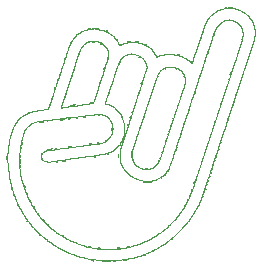
<source format=gbr>
%TF.GenerationSoftware,KiCad,Pcbnew,(6.0.0)*%
%TF.CreationDate,2022-01-22T22:35:10-08:00*%
%TF.ProjectId,switchplate,73776974-6368-4706-9c61-74652e6b6963,rev?*%
%TF.SameCoordinates,Original*%
%TF.FileFunction,Legend,Top*%
%TF.FilePolarity,Positive*%
%FSLAX46Y46*%
G04 Gerber Fmt 4.6, Leading zero omitted, Abs format (unit mm)*
G04 Created by KiCad (PCBNEW (6.0.0)) date 2022-01-22 22:35:10*
%MOMM*%
%LPD*%
G01*
G04 APERTURE LIST*
%ADD10C,0.020000*%
%ADD11C,0.150000*%
G04 APERTURE END LIST*
D10*
X228251737Y-192331178D02*
X228265424Y-192316534D01*
X228274781Y-192296393D01*
X228279612Y-192275653D01*
X228280523Y-192262386D01*
X228545160Y-191505043D02*
X228559721Y-191489100D01*
X228569501Y-191470449D01*
X228573724Y-191449131D01*
X228571300Y-191434347D01*
X228674488Y-191211039D02*
X228661146Y-191191695D01*
X228654573Y-191172089D01*
X228654939Y-191149669D01*
X228660670Y-191126994D01*
X228668877Y-191105180D01*
X228677179Y-191086180D01*
X228683748Y-191072079D01*
X228684754Y-191249615D02*
X228687512Y-191229362D01*
X228674488Y-191211039D01*
X228597018Y-191307400D02*
X228593723Y-191285255D01*
X228598052Y-191265106D01*
X228614557Y-191250444D01*
X228638555Y-191245442D01*
X228659622Y-191245981D01*
X228684754Y-191249615D01*
X228474833Y-191659031D02*
X228489071Y-191644063D01*
X228498808Y-191623698D01*
X228503835Y-191602841D01*
X228504784Y-191589551D01*
X228420700Y-191855775D02*
X228421910Y-191834716D01*
X228425293Y-191814711D01*
X228431488Y-191794272D01*
X228442101Y-191775459D01*
X228447475Y-191770738D01*
X228392654Y-191924196D02*
X228409395Y-191910554D01*
X228416618Y-191891180D01*
X228420126Y-191869517D01*
X228420700Y-191855775D01*
X228364608Y-191966265D02*
X228368000Y-191946237D01*
X228379302Y-191929284D01*
X228392654Y-191924196D01*
X228280523Y-192262386D02*
X228283817Y-192239855D01*
X228291401Y-192219125D01*
X228302414Y-192199417D01*
X228315938Y-192182613D01*
X228322275Y-192176767D01*
X228226019Y-192556920D02*
X228214282Y-192538550D01*
X228207194Y-192518034D01*
X228204949Y-192496627D01*
X228207743Y-192475586D01*
X228211679Y-192464211D01*
X228379689Y-192046116D02*
X228395396Y-192033146D01*
X228407371Y-192016952D01*
X228397998Y-192008281D01*
X228228136Y-192381872D02*
X228230175Y-192360460D01*
X228239802Y-192342132D01*
X228251737Y-192331178D01*
X228345981Y-192113003D02*
X228344186Y-192092430D01*
X228353927Y-192072167D01*
X228367383Y-192056435D01*
X228379689Y-192046116D01*
X228322275Y-192176767D02*
X228337037Y-192161021D01*
X228347189Y-192141592D01*
X228349143Y-192121360D01*
X228345981Y-192113003D01*
X228211679Y-192464211D02*
X228218780Y-192445270D01*
X228224223Y-192425292D01*
X228227960Y-192403520D01*
X228228136Y-192381872D01*
X228821279Y-190634512D02*
X228817966Y-190612839D01*
X228821867Y-190592972D01*
X228837403Y-190578178D01*
X228860249Y-190572614D01*
X228880416Y-190572520D01*
X228904569Y-190575298D01*
X228769473Y-190832208D02*
X228784011Y-190816243D01*
X228793788Y-190797594D01*
X228798007Y-190776291D01*
X228795561Y-190761512D01*
X228397998Y-192008281D02*
X228378054Y-191999910D01*
X228367243Y-191982585D01*
X228364608Y-191966265D01*
X228808632Y-190707484D02*
X228820645Y-190690584D01*
X228824797Y-190668702D01*
X228823676Y-190646122D01*
X228821279Y-190634512D01*
X228447475Y-191770738D02*
X228459932Y-191754928D01*
X228463304Y-191734071D01*
X228459593Y-191715863D01*
X228729098Y-190921108D02*
X228731556Y-190900063D01*
X228738341Y-190878239D01*
X228748569Y-190857588D01*
X228761357Y-190840064D01*
X228769473Y-190832208D01*
X228571300Y-191434347D02*
X228567834Y-191414630D01*
X228572302Y-191394443D01*
X228584371Y-191380319D01*
X228504784Y-191589551D02*
X228507974Y-191567104D01*
X228515317Y-191546571D01*
X228525970Y-191527154D01*
X228539040Y-191510715D01*
X228545160Y-191505043D01*
X228683748Y-191072079D02*
X228692852Y-191051755D01*
X228701348Y-191030608D01*
X228709049Y-191009256D01*
X228715769Y-190988318D01*
X228721320Y-190968415D01*
X228726332Y-190945935D01*
X228729038Y-190924073D01*
X228729098Y-190921108D01*
X228584371Y-191380319D02*
X228596372Y-191363421D01*
X228600513Y-191341550D01*
X228599400Y-191318993D01*
X228597018Y-191307400D01*
X228459593Y-191715863D02*
X228456225Y-191695396D01*
X228461476Y-191674173D01*
X228474833Y-191659031D01*
X228795561Y-190761512D02*
X228792095Y-190741795D01*
X228796563Y-190721608D01*
X228808632Y-190707484D01*
X229351874Y-189081514D02*
X229367858Y-189067991D01*
X229380087Y-189051290D01*
X229380232Y-189029779D01*
X229370448Y-189016321D01*
X230644998Y-185002117D02*
X230655393Y-184980348D01*
X230660791Y-184957702D01*
X230664021Y-184936616D01*
X230666541Y-184912125D01*
X230668342Y-184884329D01*
X230669140Y-184864011D01*
X230669612Y-184842298D01*
X230669756Y-184819219D01*
X230669570Y-184794804D01*
X230669052Y-184769082D01*
X230668199Y-184742084D01*
X230667646Y-184728115D01*
X230425500Y-185861113D02*
X230441183Y-185848001D01*
X230451482Y-185828905D01*
X230452704Y-185808650D01*
X230451058Y-185802905D01*
X230451058Y-185802905D02*
X230449063Y-185782369D01*
X230452087Y-185761086D01*
X230457241Y-185740822D01*
X230464542Y-185719270D01*
X230473758Y-185697379D01*
X230480110Y-185684477D01*
X230150968Y-186661795D02*
X230153955Y-186640101D01*
X230158294Y-186618988D01*
X230163781Y-186598981D01*
X230171940Y-186576330D01*
X230181170Y-186557256D01*
X230193095Y-186540535D01*
X230201239Y-186533948D01*
X229807222Y-187703036D02*
X229817917Y-187680597D01*
X229825795Y-187661372D01*
X229832881Y-187641653D01*
X229838997Y-187622030D01*
X229845012Y-187598535D01*
X229848892Y-187577263D01*
X229850296Y-187559367D01*
X229778911Y-187823262D02*
X229776652Y-187802020D01*
X229779502Y-187780294D01*
X229784534Y-187759734D01*
X229791740Y-187737968D01*
X229800891Y-187715959D01*
X229807222Y-187703036D01*
X229572589Y-188408732D02*
X229586526Y-188392981D01*
X229597443Y-188373455D01*
X229605331Y-188354154D01*
X229611726Y-188333082D01*
X229616264Y-188311163D01*
X229618309Y-188293638D01*
X229370448Y-189016321D02*
X229358008Y-189000247D01*
X229358443Y-188979503D01*
X229371453Y-188967955D01*
X228892240Y-190524816D02*
X228881833Y-190506414D01*
X228874566Y-190487376D01*
X228873779Y-190464920D01*
X228881483Y-190445699D01*
X228894356Y-190427819D01*
X229353144Y-189229575D02*
X229356003Y-189209029D01*
X229347265Y-189189445D01*
X229339121Y-189175124D01*
X229525335Y-188550866D02*
X229542539Y-188540579D01*
X229554196Y-188521772D01*
X229554890Y-188500290D01*
X229551105Y-188486890D01*
X229207200Y-189486062D02*
X229218570Y-189463360D01*
X229228764Y-189441150D01*
X229237759Y-189419516D01*
X229245529Y-189398544D01*
X229252052Y-189378317D01*
X229257303Y-189358919D01*
X229262285Y-189334494D01*
X229264908Y-189311894D01*
X229265116Y-189291320D01*
X229264297Y-189281856D01*
X228953359Y-190259544D02*
X228955180Y-190238260D01*
X228960273Y-190216589D01*
X228968082Y-190195919D01*
X228978049Y-190177636D01*
X228991662Y-190161176D01*
X228993734Y-190159373D01*
X229032892Y-190034596D02*
X229044908Y-190017734D01*
X229049071Y-189995864D01*
X229047972Y-189973287D01*
X229045592Y-189961677D01*
X229401933Y-188898158D02*
X229405116Y-188875711D01*
X229412447Y-188855177D01*
X229423095Y-188835761D01*
X229436176Y-188819322D01*
X229442308Y-188813650D01*
X230480110Y-185684477D02*
X230490787Y-185662373D01*
X230498660Y-185643860D01*
X230507374Y-185620577D01*
X230514510Y-185598131D01*
X230519720Y-185577589D01*
X230522941Y-185556950D01*
X230523184Y-185551339D01*
X230201239Y-186533948D02*
X230216923Y-186520836D01*
X230227222Y-186501740D01*
X230228444Y-186481485D01*
X230226798Y-186475740D01*
X230681510Y-184410721D02*
X230659384Y-184402920D01*
X230643436Y-184387067D01*
X230629785Y-184364750D01*
X230621463Y-184344925D01*
X230615102Y-184323355D01*
X230610991Y-184300850D01*
X230609415Y-184278220D01*
X230610664Y-184256275D01*
X230615023Y-184235825D01*
X230617217Y-184229481D01*
X230692094Y-184452102D02*
X230704577Y-184435824D01*
X230709178Y-184415797D01*
X230687943Y-184410817D01*
X230681510Y-184410721D01*
X230667646Y-184728115D02*
X230666577Y-184699411D01*
X230665853Y-184672254D01*
X230665473Y-184646638D01*
X230665438Y-184622561D01*
X230665749Y-184600018D01*
X230666405Y-184579004D01*
X230668039Y-184550343D01*
X230670454Y-184525101D01*
X230673651Y-184503264D01*
X230679134Y-184479420D01*
X230687953Y-184458043D01*
X230692094Y-184452102D01*
X229850296Y-187559367D02*
X229851969Y-187537293D01*
X229856465Y-187516590D01*
X229864312Y-187496796D01*
X229876913Y-187481579D01*
X228993734Y-190159373D02*
X229008295Y-190143407D01*
X229018075Y-190124758D01*
X229022298Y-190103455D01*
X229019875Y-190088677D01*
X229163967Y-189626238D02*
X229168600Y-189605822D01*
X229173810Y-189585084D01*
X229179418Y-189564598D01*
X229185246Y-189544938D01*
X229192569Y-189522401D01*
X229199611Y-189503177D01*
X229207200Y-189486062D01*
X228912084Y-190355429D02*
X228907661Y-190335783D01*
X228923672Y-190326166D01*
X229551105Y-188486890D02*
X229546975Y-188465867D01*
X229549583Y-188444358D01*
X229558322Y-188424575D01*
X229572589Y-188408732D01*
X229019875Y-190088677D02*
X229016407Y-190068935D01*
X229020862Y-190048745D01*
X229032892Y-190034596D01*
X230523184Y-185551339D02*
X230525237Y-185530151D01*
X230529849Y-185508720D01*
X230536601Y-185485910D01*
X230543528Y-185466968D01*
X230552998Y-185445663D01*
X230556362Y-185439156D01*
X230331731Y-186127442D02*
X230343585Y-186109804D01*
X230351814Y-186091090D01*
X230359446Y-186068538D01*
X230364883Y-186048479D01*
X230369533Y-186027243D01*
X230373213Y-186005399D01*
X230375229Y-185988960D01*
X229113008Y-189760752D02*
X229124602Y-189742028D01*
X229133382Y-189723260D01*
X229142115Y-189701219D01*
X229148795Y-189681954D01*
X229154976Y-189661836D01*
X229160450Y-189641417D01*
X229163967Y-189626238D01*
X229921839Y-187341668D02*
X229926358Y-187316528D01*
X229932102Y-187292489D01*
X229938834Y-187270117D01*
X229946319Y-187249983D01*
X229956377Y-187228826D01*
X229968870Y-187210788D01*
X229979095Y-187203185D01*
X229339121Y-189175124D02*
X229327531Y-189154578D01*
X229319980Y-189134904D01*
X229321134Y-189113918D01*
X229333116Y-189097157D01*
X229351874Y-189081514D01*
X228894356Y-190427819D02*
X228906829Y-190408769D01*
X228914332Y-190388766D01*
X228916102Y-190368090D01*
X228912084Y-190355429D01*
X229750707Y-187877608D02*
X229767749Y-187866741D01*
X229779069Y-187849179D01*
X229780621Y-187829205D01*
X229778911Y-187823262D01*
X229264297Y-189281856D02*
X229265118Y-189259919D01*
X229275619Y-189241223D01*
X229296052Y-189230160D01*
X229316527Y-189227050D01*
X229341753Y-189228024D01*
X229353144Y-189229575D01*
X230226798Y-186475740D02*
X230224773Y-186455204D01*
X230227783Y-186433921D01*
X230232931Y-186413657D01*
X230240229Y-186392105D01*
X230249444Y-186370214D01*
X230255796Y-186357312D01*
X230074609Y-186890448D02*
X230076641Y-186868755D01*
X230082181Y-186846463D01*
X230090498Y-186825558D01*
X230100859Y-186808022D01*
X230107418Y-186800278D01*
X229618309Y-188293638D02*
X229620678Y-188270892D01*
X229624437Y-188246812D01*
X229629324Y-188222520D01*
X229635077Y-188199139D01*
X229641434Y-188177792D01*
X229649493Y-188156442D01*
X229650853Y-188153462D01*
X229468449Y-188742953D02*
X229464947Y-188723236D01*
X229469400Y-188703050D01*
X229481467Y-188688926D01*
X229116553Y-189851927D02*
X229105391Y-189831443D01*
X229098520Y-189810262D01*
X229098738Y-189788558D01*
X229107518Y-189768266D01*
X229113008Y-189760752D01*
X229128883Y-189902410D02*
X229131691Y-189881448D01*
X229122882Y-189862697D01*
X229116553Y-189851927D01*
X230617217Y-184229481D02*
X230621283Y-184207724D01*
X230617742Y-184187526D01*
X230604569Y-184170638D01*
X230600918Y-185209709D02*
X230603047Y-185183730D01*
X230605811Y-185158062D01*
X230609134Y-185133065D01*
X230612939Y-185109097D01*
X230617151Y-185086518D01*
X230621692Y-185065685D01*
X230628127Y-185041247D01*
X230634832Y-185021404D01*
X230644998Y-185002117D01*
X229442308Y-188813650D02*
X229456870Y-188797714D01*
X229466649Y-188779075D01*
X229470873Y-188757759D01*
X229468449Y-188742953D01*
X230298870Y-186217612D02*
X230300924Y-186195898D01*
X230306468Y-186173606D01*
X230314786Y-186152710D01*
X230325157Y-186135184D01*
X230331731Y-186127442D01*
X229045592Y-189961677D02*
X229042261Y-189939987D01*
X229046157Y-189920111D01*
X229061700Y-189905317D01*
X229084555Y-189899749D01*
X229104728Y-189899647D01*
X229128883Y-189902410D01*
X229495172Y-188619869D02*
X229492771Y-188597352D01*
X229497394Y-188577449D01*
X229510251Y-188559858D01*
X229525335Y-188550866D01*
X230107418Y-186800278D02*
X230119293Y-186782640D01*
X230127526Y-186763925D01*
X230135158Y-186741373D01*
X230140597Y-186721314D01*
X230145250Y-186700078D01*
X230148940Y-186678234D01*
X230150968Y-186661795D01*
X230031535Y-187030200D02*
X230042230Y-187007884D01*
X230050109Y-186988922D01*
X230057194Y-186969594D01*
X230063311Y-186950475D01*
X230069325Y-186927746D01*
X230073205Y-186907363D01*
X230074609Y-186890448D01*
X229650853Y-188153462D02*
X229659830Y-188134084D01*
X229668077Y-188115693D01*
X229679106Y-188089869D01*
X229688557Y-188066042D01*
X229696472Y-188044077D01*
X229702889Y-188023842D01*
X229709184Y-187999322D01*
X229712981Y-187977323D01*
X229714355Y-187952889D01*
X229713453Y-187939626D01*
X230003172Y-187150374D02*
X230000913Y-187129163D01*
X230003766Y-187107450D01*
X230008805Y-187086895D01*
X230016022Y-187065132D01*
X230025191Y-187043123D01*
X230031535Y-187030200D01*
X229876913Y-187481579D02*
X229890162Y-187462293D01*
X229897925Y-187442904D01*
X229905516Y-187418743D01*
X229911221Y-187396734D01*
X229916396Y-187372969D01*
X229920857Y-187348021D01*
X229921839Y-187341668D01*
X228923672Y-190326166D02*
X228940227Y-190314741D01*
X228949038Y-190294012D01*
X228952751Y-190272920D01*
X228953359Y-190259544D01*
X230556362Y-185439156D02*
X230564950Y-185418589D01*
X230571781Y-185396032D01*
X230576761Y-185376170D01*
X230581534Y-185354227D01*
X230586021Y-185330598D01*
X230590145Y-185305681D01*
X230593829Y-185279872D01*
X230596997Y-185253569D01*
X230599570Y-185227167D01*
X230600918Y-185209709D01*
X229371453Y-188967955D02*
X229385955Y-188952843D01*
X229394953Y-188934861D01*
X229400557Y-188914129D01*
X229401933Y-188898158D01*
X228904569Y-190575298D02*
X228907377Y-190554299D01*
X228898569Y-190535569D01*
X228892240Y-190524816D01*
X229481467Y-188688926D02*
X229493621Y-188672591D01*
X229498076Y-188651867D01*
X229497341Y-188630688D01*
X229495172Y-188619869D01*
X230255796Y-186357312D02*
X230266491Y-186335000D01*
X230274370Y-186316044D01*
X230281455Y-186296725D01*
X230287572Y-186277616D01*
X230293586Y-186254899D01*
X230297466Y-186234524D01*
X230298870Y-186217612D01*
X230556362Y-183982202D02*
X230543377Y-183962593D01*
X230533008Y-183941067D01*
X230525369Y-183921057D01*
X230519018Y-183900181D01*
X230514311Y-183879389D01*
X230511965Y-183863457D01*
X230584408Y-184089517D02*
X230585243Y-184068707D01*
X230582831Y-184046562D01*
X230577563Y-184024569D01*
X230569830Y-184004216D01*
X230558215Y-183984529D01*
X230556362Y-183982202D01*
X229979095Y-187203185D02*
X229995725Y-187191535D01*
X230005113Y-187172192D01*
X230003172Y-187150374D01*
X229713453Y-187939626D02*
X229715313Y-187918269D01*
X229724823Y-187898466D01*
X229740235Y-187883128D01*
X229750707Y-187877608D01*
X230375229Y-185988960D02*
X230378218Y-185967251D01*
X230382562Y-185946131D01*
X230388055Y-185926123D01*
X230396221Y-185903476D01*
X230405454Y-185884410D01*
X230417371Y-185867698D01*
X230425500Y-185861113D01*
X230604569Y-184170638D02*
X230592035Y-184154577D01*
X230585659Y-184133909D01*
X230583300Y-184112388D01*
X230584408Y-184089517D01*
X228366513Y-188993302D02*
X228352274Y-189010516D01*
X228344372Y-189029769D01*
X228339529Y-189049318D01*
X228336909Y-189070403D01*
X228336562Y-189081144D01*
X228396305Y-188880113D02*
X228382496Y-188896740D01*
X228378286Y-188918111D01*
X228381753Y-188936470D01*
X228576380Y-188235959D02*
X228588193Y-188255514D01*
X228597670Y-188275916D01*
X228602240Y-188295469D01*
X228596641Y-188315407D01*
X228590403Y-188320732D01*
X228692903Y-187999263D02*
X228696214Y-188021407D01*
X228691891Y-188041555D01*
X228675380Y-188056218D01*
X228651372Y-188061219D01*
X228630300Y-188060681D01*
X228605167Y-188057048D01*
X228605167Y-188057048D02*
X228602345Y-188077198D01*
X228615327Y-188095412D01*
X228560876Y-188408309D02*
X228559113Y-188429528D01*
X228554189Y-188449544D01*
X228545174Y-188469814D01*
X228531618Y-188486642D01*
X228521929Y-188492552D01*
X228590403Y-188320732D02*
X228576356Y-188337791D01*
X228568568Y-188356980D01*
X228563798Y-188376498D01*
X228561217Y-188397570D01*
X228560876Y-188408309D01*
X228576063Y-188165527D02*
X228577687Y-188145418D01*
X228562516Y-188139439D01*
X228615327Y-188095412D02*
X228627522Y-188115315D01*
X228634369Y-188137494D01*
X228636323Y-188160002D01*
X228633841Y-188180892D01*
X228625192Y-188201764D01*
X228607856Y-188214105D01*
X228588657Y-188209342D01*
X228459011Y-188618229D02*
X228437927Y-188620974D01*
X228441708Y-188634580D01*
X228157492Y-189609358D02*
X228160859Y-189629814D01*
X228155608Y-189651023D01*
X228142252Y-189666190D01*
X228213531Y-189417694D02*
X228196589Y-189431000D01*
X228187689Y-189450233D01*
X228185817Y-189470547D01*
X228187919Y-189483786D01*
X228441708Y-188634580D02*
X228460180Y-188647025D01*
X228471454Y-188664857D01*
X228475619Y-188685612D01*
X228472763Y-188706826D01*
X228462974Y-188726032D01*
X228446341Y-188740768D01*
X228437792Y-188744858D01*
X228172044Y-189552948D02*
X228158235Y-189569601D01*
X228154025Y-189590975D01*
X228157492Y-189609358D01*
X228187919Y-189483786D02*
X228190804Y-189505047D01*
X228188772Y-189525173D01*
X228180113Y-189545279D01*
X228172044Y-189552948D01*
X228272851Y-189234602D02*
X228276455Y-189256947D01*
X228271673Y-189276842D01*
X228253040Y-189288601D01*
X228234698Y-189291064D01*
X228336562Y-189081144D02*
X228334804Y-189102363D01*
X228329889Y-189122379D01*
X228320884Y-189142649D01*
X228307323Y-189159477D01*
X228297616Y-189165387D01*
X228437792Y-188744858D02*
X228420850Y-188758162D01*
X228411950Y-188777387D01*
X228410078Y-188797680D01*
X228412180Y-188810898D01*
X228588657Y-188209342D02*
X228574714Y-188193555D01*
X228572962Y-188172585D01*
X228576063Y-188165527D01*
X228497164Y-188561767D02*
X228500762Y-188584091D01*
X228495966Y-188603988D01*
X228477334Y-188615762D01*
X228459011Y-188618229D01*
X228521929Y-188492552D02*
X228504544Y-188506106D01*
X228495953Y-188525831D01*
X228494658Y-188547286D01*
X228497164Y-188561767D01*
X228234698Y-189291064D02*
X228213626Y-189293820D01*
X228217447Y-189307415D01*
X228412180Y-188810898D02*
X228415064Y-188832168D01*
X228413033Y-188852312D01*
X228404374Y-188872439D01*
X228396305Y-188880113D01*
X228562516Y-188139439D02*
X228542414Y-188142479D01*
X228536486Y-188164133D01*
X228544501Y-188183166D01*
X228555865Y-188203455D01*
X228567325Y-188221951D01*
X228576380Y-188235959D01*
X228142252Y-189666190D02*
X228128013Y-189683379D01*
X228120111Y-189702631D01*
X228115268Y-189722178D01*
X228112648Y-189743251D01*
X228112301Y-189753979D01*
X228217447Y-189307415D02*
X228235919Y-189319860D01*
X228247194Y-189337692D01*
X228251359Y-189358448D01*
X228248503Y-189379661D01*
X228238714Y-189398868D01*
X228222080Y-189413603D01*
X228213531Y-189417694D01*
X228297616Y-189165387D02*
X228280254Y-189178965D01*
X228271655Y-189198682D01*
X228270348Y-189220125D01*
X228272851Y-189234602D01*
X228381753Y-188936470D02*
X228385120Y-188956960D01*
X228379869Y-188978171D01*
X228366513Y-188993302D01*
X229093535Y-186778053D02*
X229092324Y-186799086D01*
X229088938Y-186819076D01*
X229082735Y-186839505D01*
X229072097Y-186858315D01*
X229066706Y-186863037D01*
X230130860Y-183260683D02*
X230127201Y-183240944D01*
X230114932Y-183239781D01*
X229504274Y-185575099D02*
X229507927Y-185596407D01*
X229497511Y-185614409D01*
X229489034Y-185616268D01*
X229568356Y-185225425D02*
X229551024Y-185238074D01*
X229563117Y-185251355D01*
X229615557Y-185110014D02*
X229612558Y-185133230D01*
X229607387Y-185155881D01*
X229600418Y-185177042D01*
X229592029Y-185195791D01*
X229580618Y-185213806D01*
X229568356Y-185225425D01*
X230403010Y-183648139D02*
X230386542Y-183632905D01*
X230372394Y-183617052D01*
X230383166Y-183615066D01*
X229616669Y-184507347D02*
X229614355Y-184527602D01*
X229616866Y-184548160D01*
X229622620Y-184571574D01*
X229629637Y-184592136D01*
X229638454Y-184612683D01*
X229642439Y-184620694D01*
X229281653Y-182728606D02*
X229260731Y-182725987D01*
X229241293Y-182718962D01*
X229224888Y-182707498D01*
X229220693Y-182702201D01*
X230187798Y-183356462D02*
X230173608Y-183340584D01*
X230160710Y-183323922D01*
X230149561Y-183307240D01*
X230139130Y-183288274D01*
X230132021Y-183269269D01*
X230130860Y-183260683D01*
X228839588Y-187422578D02*
X228851351Y-187440968D01*
X228858451Y-187461485D01*
X228860693Y-187482882D01*
X228857880Y-187503913D01*
X228853928Y-187515287D01*
X229054588Y-186917964D02*
X229057966Y-186938420D01*
X229052728Y-186959630D01*
X229039348Y-186974797D01*
X230511965Y-183863457D02*
X230507855Y-183840186D01*
X230500896Y-183817599D01*
X230491732Y-183797060D01*
X230481009Y-183779934D01*
X230465399Y-183764767D01*
X228927959Y-187270336D02*
X228914312Y-187286806D01*
X228913723Y-187307167D01*
X228917216Y-187326375D01*
X229066706Y-186863037D02*
X229054286Y-186878871D01*
X229050909Y-186899731D01*
X229054588Y-186917964D01*
X229263662Y-186301909D02*
X229249423Y-186316912D01*
X229239686Y-186337290D01*
X229234659Y-186358150D01*
X229233711Y-186371441D01*
X229490410Y-184164976D02*
X229499674Y-184183648D01*
X229508578Y-184201758D01*
X229525309Y-184236308D01*
X229540617Y-184268665D01*
X229554518Y-184298868D01*
X229567024Y-184326954D01*
X229578151Y-184352964D01*
X229587912Y-184376935D01*
X229596322Y-184398906D01*
X229603395Y-184418917D01*
X229611529Y-184445342D01*
X229616735Y-184467573D01*
X229619204Y-184490916D01*
X229616669Y-184507347D01*
X230006241Y-183167338D02*
X229977998Y-183140660D01*
X229951295Y-183115840D01*
X229926108Y-183092859D01*
X229902412Y-183071698D01*
X229880183Y-183052338D01*
X229859395Y-183034761D01*
X229840023Y-183018946D01*
X229822044Y-183004877D01*
X229805432Y-182992533D01*
X229783024Y-182977212D01*
X229763554Y-182965668D01*
X229742018Y-182956042D01*
X229725359Y-182952867D01*
X229725359Y-182952867D02*
X229704187Y-182948107D01*
X229685530Y-182938529D01*
X229667796Y-182925215D01*
X229656462Y-182913550D01*
X229598148Y-185307869D02*
X229595939Y-185329640D01*
X229588952Y-185349315D01*
X229574403Y-185363259D01*
X229570155Y-185363908D01*
X228778945Y-183639937D02*
X228800185Y-183642748D01*
X228822263Y-183647008D01*
X228845101Y-183652658D01*
X228868622Y-183659643D01*
X228892748Y-183667904D01*
X228917402Y-183677384D01*
X228942507Y-183688027D01*
X228967985Y-183699776D01*
X228993760Y-183712573D01*
X229019752Y-183726361D01*
X229045887Y-183741084D01*
X229072085Y-183756684D01*
X229098270Y-183773103D01*
X229124364Y-183790286D01*
X229150291Y-183808175D01*
X229175972Y-183826712D01*
X229201331Y-183845842D01*
X229226289Y-183865506D01*
X229250770Y-183885647D01*
X229274697Y-183906209D01*
X229297992Y-183927134D01*
X229320577Y-183948366D01*
X229342376Y-183969847D01*
X229363311Y-183991521D01*
X229383305Y-184013329D01*
X229402280Y-184035215D01*
X229420159Y-184057123D01*
X229436865Y-184078994D01*
X229452320Y-184100772D01*
X229466448Y-184122399D01*
X229479170Y-184143820D01*
X229490410Y-184164976D01*
X228706926Y-187943171D02*
X228691495Y-187957787D01*
X228689631Y-187980027D01*
X228692903Y-187999263D01*
X229291020Y-186190202D02*
X229278562Y-186206010D01*
X229275190Y-186226867D01*
X229278902Y-186245076D01*
X229652334Y-184990158D02*
X229640173Y-185008870D01*
X229631754Y-185029761D01*
X229625611Y-185050323D01*
X229620574Y-185072727D01*
X229616940Y-185096015D01*
X229615557Y-185110014D01*
X228720525Y-187885386D02*
X228723953Y-187905210D01*
X228722754Y-187926204D01*
X228711103Y-187942502D01*
X228706926Y-187943171D01*
X228745290Y-187812308D02*
X228728279Y-187824452D01*
X228718856Y-187844008D01*
X228717276Y-187866318D01*
X228720525Y-187885386D01*
X228829481Y-187384213D02*
X228826616Y-187404340D01*
X228839588Y-187422578D01*
X230114932Y-183239781D02*
X230093233Y-183235164D01*
X230072707Y-183222505D01*
X230052319Y-183207424D01*
X230034485Y-183192810D01*
X230015780Y-183176252D01*
X230006241Y-183167338D01*
X228785137Y-187715894D02*
X228783876Y-187736586D01*
X228780307Y-187756328D01*
X228773429Y-187777674D01*
X228762522Y-187797659D01*
X228747331Y-187811417D01*
X228745290Y-187812308D01*
X229124861Y-186709631D02*
X229107368Y-186721359D01*
X229098898Y-186739869D01*
X229094524Y-186761008D01*
X229093535Y-186778053D01*
X229150632Y-186597501D02*
X229138116Y-186613951D01*
X229137906Y-186634311D01*
X229141477Y-186653540D01*
X228869274Y-182607851D02*
X228847984Y-182600396D01*
X228826301Y-182595552D01*
X228799893Y-182591361D01*
X228779740Y-182588934D01*
X228757604Y-182586805D01*
X228733529Y-182584977D01*
X228707563Y-182583452D01*
X228679752Y-182582235D01*
X228650143Y-182581328D01*
X228618781Y-182580734D01*
X228585713Y-182580456D01*
X228550986Y-182580497D01*
X228514645Y-182580861D01*
X228476738Y-182581551D01*
X229071839Y-182658545D02*
X229050921Y-182655544D01*
X229029388Y-182651927D01*
X229007591Y-182647782D01*
X228985882Y-182643198D01*
X228964610Y-182638260D01*
X228944127Y-182633058D01*
X228924783Y-182627678D01*
X228901370Y-182620380D01*
X228881438Y-182613131D01*
X228869274Y-182607851D01*
X229220693Y-182702201D02*
X229203894Y-182690572D01*
X229184524Y-182682972D01*
X229165087Y-182676992D01*
X229142806Y-182671295D01*
X229118289Y-182666059D01*
X229092147Y-182661464D01*
X229071839Y-182658545D01*
X230465399Y-183764767D02*
X230449356Y-183751121D01*
X230441450Y-183732497D01*
X230445872Y-183721905D01*
X229193600Y-186455684D02*
X229178849Y-186472887D01*
X229169393Y-186492164D01*
X229163839Y-186513372D01*
X229162839Y-186534589D01*
X229163967Y-186543209D01*
X229394048Y-185869580D02*
X229397382Y-185890948D01*
X229394684Y-185912005D01*
X229379761Y-185924613D01*
X229233711Y-186371441D02*
X229230546Y-186393838D01*
X229223260Y-186414317D01*
X229212680Y-186433670D01*
X229199688Y-186450041D01*
X229193600Y-186455684D01*
X229570155Y-185363908D02*
X229553390Y-185377552D01*
X229546178Y-185396938D01*
X229542680Y-185418622D01*
X229542109Y-185432382D01*
X229418813Y-185782056D02*
X229404748Y-185799020D01*
X229396281Y-185818218D01*
X229391960Y-185839469D01*
X229392324Y-185860852D01*
X229394048Y-185869580D01*
X228814399Y-187634773D02*
X228798071Y-187648678D01*
X228790972Y-187667441D01*
X228786921Y-187688079D01*
X228785175Y-187711736D01*
X228785137Y-187715894D01*
X229317795Y-186105217D02*
X229316584Y-186126251D01*
X229313201Y-186146240D01*
X229307006Y-186166670D01*
X229296393Y-186185480D01*
X229291020Y-186190202D01*
X229656462Y-182913550D02*
X229639107Y-182897500D01*
X229621803Y-182884833D01*
X229600677Y-182870969D01*
X229576386Y-182856232D01*
X229549584Y-182840945D01*
X229520928Y-182825431D01*
X229491074Y-182810015D01*
X229460679Y-182795019D01*
X229430397Y-182780767D01*
X229400886Y-182767583D01*
X229372800Y-182755789D01*
X229346797Y-182745711D01*
X229323532Y-182737670D01*
X229303660Y-182731990D01*
X229281653Y-182728606D01*
X228838000Y-187599742D02*
X228835550Y-187620665D01*
X228820159Y-187634057D01*
X228814399Y-187634773D01*
X228853928Y-187515287D02*
X228846883Y-187534356D01*
X228841535Y-187554690D01*
X228838231Y-187574425D01*
X228837542Y-187595917D01*
X228838000Y-187599742D01*
X229515280Y-185517366D02*
X229503021Y-185533661D01*
X229500007Y-185553505D01*
X229504274Y-185575099D01*
X229278902Y-186245076D02*
X229282269Y-186265567D01*
X229277018Y-186286778D01*
X229263662Y-186301909D01*
X229542109Y-185432382D02*
X229540898Y-185453416D01*
X229537512Y-185473405D01*
X229531309Y-185493835D01*
X229520671Y-185512644D01*
X229515280Y-185517366D01*
X228917216Y-187326375D02*
X228920510Y-187348537D01*
X228916181Y-187368693D01*
X228899677Y-187383356D01*
X228875678Y-187388361D01*
X228854612Y-187387830D01*
X228829481Y-187384213D01*
X229009450Y-187061739D02*
X229008181Y-187082024D01*
X229003851Y-187102605D01*
X228994732Y-187121868D01*
X228981404Y-187130160D01*
X229379761Y-185924613D02*
X229364330Y-185939229D01*
X229362467Y-185961469D01*
X229365738Y-185980705D01*
X229642439Y-184620694D02*
X229650724Y-184639210D01*
X229658050Y-184660656D01*
X229664403Y-184684533D01*
X229669769Y-184710346D01*
X229674135Y-184737596D01*
X229677488Y-184765788D01*
X229679814Y-184794424D01*
X229681100Y-184823007D01*
X229681333Y-184851041D01*
X229680498Y-184878029D01*
X229678583Y-184903473D01*
X229675575Y-184926877D01*
X229671459Y-184947745D01*
X229663179Y-184973203D01*
X229652334Y-184990158D01*
X228953359Y-187200222D02*
X228952212Y-187221017D01*
X228948295Y-187242109D01*
X228940040Y-187261844D01*
X228927959Y-187270336D01*
X229163967Y-186543209D02*
X229166154Y-186564282D01*
X229163346Y-186585058D01*
X229150632Y-186597501D01*
X229349122Y-186036796D02*
X229331652Y-186048524D01*
X229323172Y-186067034D01*
X229318787Y-186088172D01*
X229317795Y-186105217D01*
X229365738Y-185980705D02*
X229369065Y-186002684D01*
X229365803Y-186024099D01*
X229349122Y-186036796D01*
X228981404Y-187130160D02*
X228964640Y-187144128D01*
X228957427Y-187163967D01*
X228953930Y-187186150D01*
X228953359Y-187200222D01*
X229141477Y-186653540D02*
X229144796Y-186675542D01*
X229141520Y-186696951D01*
X229124861Y-186709631D01*
X229457972Y-185682890D02*
X229456203Y-185704126D01*
X229451260Y-185725665D01*
X229443684Y-185746138D01*
X229434017Y-185764172D01*
X229420820Y-185780301D01*
X229418813Y-185782056D01*
X229489034Y-185616268D02*
X229471694Y-185627678D01*
X229462483Y-185648398D01*
X229458605Y-185669498D01*
X229457972Y-185682890D01*
X229563117Y-185251355D02*
X229582665Y-185261194D01*
X229593056Y-185278774D01*
X229597742Y-185299351D01*
X229598148Y-185307869D01*
X228605590Y-183597551D02*
X228624020Y-183607998D01*
X228646088Y-183615598D01*
X228668018Y-183621501D01*
X228692980Y-183627060D01*
X228713262Y-183630898D01*
X228734551Y-183634373D01*
X228756545Y-183637410D01*
X228778945Y-183639937D01*
X230445872Y-183721905D02*
X230445862Y-183701899D01*
X230434272Y-183681948D01*
X230420493Y-183665229D01*
X230406156Y-183650970D01*
X230403010Y-183648139D01*
X230383166Y-183615066D02*
X230382925Y-183594705D01*
X230369635Y-183573923D01*
X230357825Y-183557131D01*
X230343941Y-183538370D01*
X230328231Y-183517964D01*
X230310940Y-183496240D01*
X230292315Y-183473524D01*
X230272601Y-183450142D01*
X230252047Y-183426418D01*
X230230897Y-183402680D01*
X230209399Y-183379252D01*
X230187798Y-183356462D01*
X229039348Y-186974797D02*
X229025121Y-186991875D01*
X229017236Y-187010942D01*
X229011807Y-187033688D01*
X229009604Y-187054665D01*
X229009450Y-187061739D01*
X225154896Y-198512212D02*
X225139806Y-198527482D01*
X225128698Y-198545403D01*
X225125701Y-198566000D01*
X225127379Y-198569892D01*
X225436571Y-197736825D02*
X225441182Y-197756569D01*
X225441996Y-197779125D01*
X225439440Y-197803455D01*
X225433942Y-197828524D01*
X225425929Y-197853293D01*
X225415828Y-197876727D01*
X225404067Y-197897788D01*
X225391074Y-197915440D01*
X225372571Y-197931881D01*
X225353651Y-197937961D01*
X225782911Y-196809937D02*
X225782145Y-196831105D01*
X225770882Y-196849011D01*
X225752484Y-196852006D01*
X224244518Y-200086536D02*
X224219286Y-200114969D01*
X224194628Y-200143080D01*
X224170689Y-200170685D01*
X224147615Y-200197606D01*
X224125550Y-200223660D01*
X224104640Y-200248667D01*
X224085032Y-200272446D01*
X224066870Y-200294815D01*
X224050299Y-200315595D01*
X224035466Y-200334604D01*
X224022516Y-200351661D01*
X224006939Y-200373191D01*
X223994118Y-200393378D01*
X223991100Y-200401337D01*
X223370653Y-200973577D02*
X223351955Y-200964650D01*
X223331843Y-200969666D01*
X223329589Y-200970508D01*
X225724597Y-196921591D02*
X225725914Y-196943486D01*
X225724162Y-196966547D01*
X225717673Y-196988603D01*
X225704621Y-197006779D01*
X225691047Y-197015042D01*
X224776119Y-199259766D02*
X224770003Y-199279288D01*
X224754054Y-199292922D01*
X224734050Y-199297495D01*
X223371023Y-201014535D02*
X223369528Y-200993877D01*
X223370653Y-200973577D01*
X223991100Y-200401337D02*
X223975861Y-200423392D01*
X223950647Y-200452182D01*
X223934198Y-200470135D01*
X223915487Y-200490164D01*
X223894741Y-200512046D01*
X223872183Y-200535558D01*
X223848040Y-200560478D01*
X223822535Y-200586584D01*
X223795894Y-200613652D01*
X223768342Y-200641461D01*
X223740104Y-200669788D01*
X223711405Y-200698409D01*
X223682470Y-200727104D01*
X223653524Y-200755649D01*
X223624792Y-200783821D01*
X223596499Y-200811399D01*
X223568870Y-200838160D01*
X223542130Y-200863880D01*
X223516504Y-200888339D01*
X223492217Y-200911312D01*
X223469495Y-200932578D01*
X223448561Y-200951914D01*
X223429642Y-200969097D01*
X223412961Y-200983906D01*
X223387218Y-201005507D01*
X223371023Y-201014535D01*
X224491268Y-199717442D02*
X224476980Y-199735061D01*
X224465581Y-199751622D01*
X224455139Y-199769009D01*
X224444521Y-199789800D01*
X224436745Y-199809164D01*
X224433536Y-199820576D01*
X225127379Y-198569892D02*
X225132957Y-198589647D01*
X225130531Y-198615058D01*
X225121492Y-198644145D01*
X225112481Y-198664599D01*
X225101562Y-198685218D01*
X225089150Y-198705416D01*
X225075656Y-198724605D01*
X225061493Y-198742199D01*
X225047075Y-198757609D01*
X225025871Y-198775348D01*
X225006413Y-198784873D01*
X224985593Y-198781371D01*
X224981647Y-198777113D01*
X225880436Y-196439732D02*
X225878739Y-196462898D01*
X225875411Y-196487707D01*
X225871747Y-196507946D01*
X225867338Y-196527879D01*
X225860979Y-196551445D01*
X225853920Y-196572412D01*
X225847945Y-196586523D01*
X224433536Y-199820576D02*
X224426536Y-199840077D01*
X224414263Y-199856453D01*
X224395862Y-199865542D01*
X224388928Y-199865185D01*
X225522878Y-197523095D02*
X225505295Y-197533952D01*
X225499919Y-197553887D01*
X225498960Y-197574325D01*
X225500336Y-197594426D01*
X225281949Y-198073639D02*
X225297734Y-198087381D01*
X225297347Y-198071152D01*
X225280732Y-198250434D02*
X225275932Y-198271527D01*
X225261012Y-198286511D01*
X225252686Y-198288216D01*
X225297347Y-198071152D02*
X225291592Y-198051211D01*
X225291909Y-198029218D01*
X225296164Y-198008942D01*
X225303948Y-197989638D01*
X225305338Y-197987068D01*
X224307277Y-199969325D02*
X224302366Y-199990902D01*
X224293230Y-200013064D01*
X224282809Y-200032879D01*
X224270373Y-200052915D01*
X224256425Y-200072231D01*
X224244518Y-200086536D01*
X225168601Y-198442415D02*
X225187716Y-198435420D01*
X225194977Y-198455751D01*
X225185280Y-198477328D01*
X225170606Y-198497047D01*
X225154896Y-198512212D01*
X224340350Y-199923182D02*
X224320901Y-199931714D01*
X224311075Y-199949851D01*
X224307277Y-199969325D01*
X225182624Y-198400347D02*
X225162620Y-198403938D01*
X225145655Y-198415902D01*
X225140556Y-198430033D01*
X224362575Y-199893231D02*
X224360335Y-199914318D01*
X224341840Y-199923397D01*
X224340350Y-199923182D01*
X224734050Y-199297495D02*
X224714045Y-199301086D01*
X224697080Y-199313050D01*
X224691981Y-199327182D01*
X225974681Y-196151813D02*
X225963399Y-196170104D01*
X225955837Y-196189850D01*
X225950598Y-196211777D01*
X225948038Y-196234393D01*
X225948511Y-196256204D01*
X225948910Y-196259657D01*
X224974662Y-198811985D02*
X224984876Y-198829323D01*
X224987011Y-198849705D01*
X224984017Y-198871262D01*
X224978442Y-198891871D01*
X224969995Y-198915756D01*
X224961752Y-198935977D01*
X224951855Y-198958300D01*
X224388928Y-199865185D02*
X224368344Y-199869616D01*
X224362032Y-199889699D01*
X224362575Y-199893231D01*
X224944288Y-198753830D02*
X224949489Y-198774542D01*
X224958935Y-198792225D01*
X224971565Y-198808744D01*
X224974662Y-198811985D01*
X224682033Y-199430634D02*
X224674029Y-199451411D01*
X224663230Y-199474581D01*
X224649896Y-199499752D01*
X224639726Y-199517452D01*
X224628622Y-199535753D01*
X224616661Y-199554538D01*
X224603920Y-199573692D01*
X224590475Y-199593100D01*
X224576404Y-199612645D01*
X224561785Y-199632213D01*
X224546693Y-199651687D01*
X224531206Y-199670953D01*
X224515402Y-199689893D01*
X224499356Y-199708393D01*
X224491268Y-199717442D01*
X225224640Y-198344255D02*
X225221356Y-198366168D01*
X225210927Y-198385841D01*
X225193168Y-198398592D01*
X225182624Y-198400347D01*
X224723308Y-199381580D02*
X224705216Y-199391355D01*
X224692889Y-199407297D01*
X224683846Y-199425635D01*
X224682033Y-199430634D01*
X224748073Y-199351894D02*
X224741612Y-199371836D01*
X224723308Y-199381580D01*
X224720027Y-199339511D02*
X224739824Y-199335999D01*
X224748073Y-199351894D01*
X224691981Y-199327182D02*
X224703285Y-199343943D01*
X224720027Y-199339511D01*
X225920547Y-196340249D02*
X225904221Y-196354847D01*
X225893486Y-196375345D01*
X225886385Y-196397460D01*
X225882373Y-196418042D01*
X225880436Y-196439732D01*
X225570027Y-197298781D02*
X225577138Y-197321157D01*
X225578894Y-197344411D01*
X225577973Y-197371358D01*
X225574729Y-197400327D01*
X225569511Y-197429650D01*
X225562672Y-197457657D01*
X225554563Y-197482679D01*
X225545536Y-197503047D01*
X225532679Y-197520079D01*
X225522878Y-197523095D01*
X224833163Y-199170443D02*
X224816246Y-199187440D01*
X224801323Y-199205700D01*
X224789185Y-199223981D01*
X224779594Y-199243685D01*
X224776119Y-199259766D01*
X224873750Y-199075828D02*
X224875921Y-199096772D01*
X224870433Y-199118103D01*
X224860838Y-199137220D01*
X224847229Y-199155941D01*
X224833163Y-199170443D01*
X224877983Y-199053550D02*
X224872928Y-199073650D01*
X224873750Y-199075828D01*
X224951855Y-198958300D02*
X224940745Y-198981184D01*
X224929567Y-199001712D01*
X224918621Y-199019496D01*
X224905728Y-199037268D01*
X224890210Y-199052463D01*
X224877983Y-199053550D01*
X225252686Y-198288216D02*
X225235944Y-198299393D01*
X225227421Y-198320026D01*
X225224676Y-198341384D01*
X225224640Y-198344255D01*
X225516052Y-197338204D02*
X225527800Y-197319616D01*
X225541553Y-197303736D01*
X225559035Y-197293535D01*
X225570027Y-197298781D01*
X225325393Y-198123222D02*
X225316424Y-198141966D01*
X225308056Y-198160943D01*
X225300472Y-198179629D01*
X225292373Y-198201784D01*
X225286145Y-198221649D01*
X225281249Y-198243673D01*
X225280732Y-198250434D01*
X225660832Y-197063990D02*
X225665384Y-197083538D01*
X225666170Y-197105976D01*
X225663616Y-197130252D01*
X225658151Y-197155319D01*
X225650201Y-197180127D01*
X225640195Y-197203628D01*
X225628559Y-197224771D01*
X225615722Y-197242508D01*
X225597474Y-197259047D01*
X225578864Y-197265179D01*
X225140556Y-198430033D02*
X225151837Y-198446844D01*
X225168601Y-198442415D01*
X225305338Y-197987068D02*
X225318871Y-197966930D01*
X225337128Y-197955701D01*
X225350924Y-197972140D01*
X225354542Y-197996725D01*
X225354027Y-198020269D01*
X225350544Y-198046837D01*
X225343916Y-198075212D01*
X225337661Y-198094534D01*
X225329876Y-198113758D01*
X225325393Y-198123222D01*
X225752484Y-196852006D02*
X225732545Y-196856652D01*
X225724337Y-196875384D01*
X225722876Y-196895433D01*
X225724090Y-196916804D01*
X225724597Y-196921591D01*
X225353651Y-197937961D02*
X225329059Y-197942145D01*
X225307153Y-197953341D01*
X225288822Y-197969868D01*
X225274957Y-197990044D01*
X225266447Y-198012190D01*
X225264182Y-198034624D01*
X225269053Y-198055667D01*
X225281949Y-198073639D01*
X225500336Y-197594426D02*
X225501649Y-197616325D01*
X225499887Y-197639394D01*
X225493381Y-197661460D01*
X225480312Y-197679633D01*
X225466734Y-197687877D01*
X226018972Y-196020632D02*
X226015435Y-196044287D01*
X226010123Y-196068317D01*
X226003391Y-196091668D01*
X225995596Y-196113287D01*
X225987094Y-196132123D01*
X225976459Y-196149570D01*
X225974681Y-196151813D01*
X226061252Y-195898448D02*
X226049530Y-195915035D01*
X226039912Y-195935707D01*
X226032650Y-195956192D01*
X226026434Y-195978595D01*
X226021606Y-196001938D01*
X226018972Y-196020632D01*
X225466734Y-197687877D02*
X225448101Y-197699568D01*
X225436447Y-197717539D01*
X225436571Y-197736825D01*
X225691047Y-197015042D02*
X225672379Y-197026710D01*
X225660710Y-197044692D01*
X225660832Y-197063990D01*
X225948910Y-196259657D02*
X225949826Y-196279957D01*
X225946728Y-196302099D01*
X225939744Y-196320897D01*
X225926069Y-196337306D01*
X225920547Y-196340249D01*
X225578864Y-197265179D02*
X225556086Y-197269352D01*
X225533946Y-197280666D01*
X225517603Y-197293846D01*
X225503225Y-197309857D01*
X225491505Y-197327928D01*
X225483135Y-197347285D01*
X225478807Y-197367157D01*
X225478375Y-197377045D01*
X225478375Y-197377045D02*
X225496758Y-197368745D01*
X225508581Y-197351065D01*
X225516052Y-197338204D01*
X225847945Y-196586523D02*
X225838338Y-196606896D01*
X225829549Y-196626146D01*
X225817862Y-196653038D01*
X225807921Y-196677726D01*
X225799667Y-196700405D01*
X225793044Y-196721268D01*
X225786652Y-196746600D01*
X225782922Y-196769514D01*
X225781720Y-196790472D01*
X225782911Y-196809937D01*
X224981647Y-198777113D02*
X224968842Y-198761288D01*
X224952851Y-198747873D01*
X224944288Y-198753830D01*
X226146818Y-195604972D02*
X226138520Y-195623712D01*
X226132750Y-195645188D01*
X226131452Y-195666475D01*
X226135336Y-195680114D01*
X226958348Y-193207107D02*
X226945036Y-193225879D01*
X226935752Y-193245600D01*
X226928926Y-193264493D01*
X226923276Y-193284676D01*
X226919129Y-193305261D01*
X226917497Y-193317438D01*
X228010437Y-189963952D02*
X227989363Y-189966674D01*
X227993133Y-189980303D01*
X226955861Y-193092225D02*
X226973316Y-193103042D01*
X226985969Y-193121567D01*
X226989528Y-193144324D01*
X226985516Y-193165133D01*
X226975132Y-193186431D01*
X226962218Y-193203075D01*
X226958348Y-193207107D01*
X227468200Y-191685436D02*
X227454524Y-191702291D01*
X227446947Y-191721350D01*
X227441730Y-191744208D01*
X227439614Y-191765378D01*
X227439466Y-191772537D01*
X227963659Y-190156622D02*
X227966535Y-190177883D01*
X227964485Y-190198008D01*
X227955804Y-190218114D01*
X227947731Y-190225784D01*
X226691913Y-194005831D02*
X226682187Y-194023753D01*
X226674133Y-194043056D01*
X226668537Y-194062551D01*
X226667624Y-194068908D01*
X226135336Y-195680114D02*
X226138594Y-195700025D01*
X226128873Y-195717535D01*
X226122265Y-195722712D01*
X227786176Y-190636787D02*
X227765069Y-190639509D01*
X227768872Y-190653139D01*
X227169803Y-192536812D02*
X227157238Y-192555253D01*
X227149712Y-192576811D01*
X227144659Y-192599060D01*
X227141745Y-192619212D01*
X227140434Y-192635819D01*
X227250818Y-192225556D02*
X227244208Y-192206506D01*
X227233597Y-192189282D01*
X227217167Y-192177070D01*
X227213089Y-192176503D01*
X227558105Y-191428050D02*
X227549087Y-191447180D01*
X227540725Y-191465463D01*
X227529410Y-191491306D01*
X227519563Y-191515264D01*
X227511182Y-191537352D01*
X227504262Y-191557582D01*
X227497300Y-191581692D01*
X227492918Y-191602557D01*
X227491053Y-191624128D01*
X227491854Y-191634689D01*
X227708918Y-190955028D02*
X227712285Y-190975495D01*
X227707034Y-190996717D01*
X227693678Y-191011860D01*
X226219050Y-195414578D02*
X226215527Y-195434700D01*
X226209892Y-195455325D01*
X226202129Y-195478990D01*
X226195118Y-195498186D01*
X226187250Y-195518197D01*
X226178671Y-195538639D01*
X226169528Y-195559130D01*
X226159966Y-195579284D01*
X226150131Y-195598719D01*
X226146818Y-195604972D01*
X226667624Y-194068908D02*
X226663958Y-194089511D01*
X226658262Y-194110699D01*
X226651931Y-194129951D01*
X226648521Y-194138969D01*
X226243338Y-195351501D02*
X226233612Y-195369432D01*
X226225559Y-195388748D01*
X226219963Y-195408236D01*
X226219050Y-195414578D01*
X226249900Y-195291600D02*
X226254725Y-195311473D01*
X226251911Y-195331822D01*
X226243338Y-195351501D01*
X226272919Y-195234926D02*
X226257842Y-195251136D01*
X226248388Y-195270406D01*
X226249900Y-195291600D01*
X227491854Y-191634689D02*
X227489787Y-191656141D01*
X227480158Y-191674480D01*
X227468200Y-191685436D01*
X227723470Y-190898619D02*
X227709661Y-190915285D01*
X227705451Y-190936668D01*
X227708918Y-190955028D01*
X227140434Y-192635819D02*
X227138578Y-192657832D01*
X227135169Y-192681450D01*
X227130467Y-192705552D01*
X227124732Y-192729014D01*
X227118225Y-192750714D01*
X227111206Y-192769528D01*
X227108314Y-192775995D01*
X227404383Y-191855352D02*
X227388929Y-191869645D01*
X227378744Y-191889939D01*
X227371990Y-191911920D01*
X227368157Y-191932430D01*
X227366283Y-191954094D01*
X226806901Y-193648379D02*
X226802529Y-193672005D01*
X226797993Y-193694590D01*
X226793300Y-193716112D01*
X226788458Y-193736549D01*
X226780931Y-193765122D01*
X226773112Y-193791131D01*
X226765025Y-193814502D01*
X226756697Y-193835161D01*
X226745263Y-193858360D01*
X226733508Y-193876432D01*
X226721493Y-193889203D01*
X227933179Y-190282193D02*
X227936557Y-190302649D01*
X227931319Y-190323859D01*
X227917939Y-190339025D01*
X227693678Y-191011860D02*
X227679439Y-191029050D01*
X227671537Y-191048308D01*
X227666694Y-191067867D01*
X227664074Y-191088960D01*
X227663727Y-191099702D01*
X227849041Y-190511110D02*
X227831679Y-190524665D01*
X227823081Y-190544390D01*
X227821774Y-190565845D01*
X227824276Y-190580325D01*
X226474214Y-194618765D02*
X226478999Y-194638638D01*
X226476174Y-194658987D01*
X226467599Y-194678666D01*
X227213089Y-192176503D02*
X227193773Y-192182571D01*
X227190201Y-192203336D01*
X227198431Y-192224923D01*
X227208608Y-192242588D01*
X227222522Y-192262776D01*
X227226583Y-192268207D01*
X226698475Y-193945929D02*
X226703300Y-193965789D01*
X226700486Y-193986129D01*
X226691913Y-194005831D01*
X226917497Y-193317438D02*
X226914589Y-193338595D01*
X226910320Y-193361264D01*
X226904972Y-193384370D01*
X226898827Y-193406833D01*
X226892168Y-193427579D01*
X226883896Y-193448691D01*
X226882519Y-193451688D01*
X227333792Y-192100885D02*
X227324118Y-192121678D01*
X227315520Y-192140907D01*
X227306863Y-192160859D01*
X227298552Y-192180590D01*
X227290988Y-192199156D01*
X227283468Y-192218571D01*
X227947731Y-190225784D02*
X227933936Y-190242450D01*
X227929734Y-190263833D01*
X227933179Y-190282193D01*
X228048590Y-189907437D02*
X228052188Y-189929788D01*
X228047392Y-189949704D01*
X228028760Y-189961484D01*
X228010437Y-189963952D01*
X226497180Y-194562038D02*
X226482127Y-194578272D01*
X226472675Y-194597545D01*
X226474214Y-194618765D01*
X227989217Y-190090582D02*
X227972277Y-190103852D01*
X227963386Y-190123072D01*
X227961535Y-190143383D01*
X227963659Y-190156622D01*
X226358326Y-194994049D02*
X226353963Y-195017675D01*
X226349434Y-195040261D01*
X226344745Y-195061783D01*
X226339906Y-195082220D01*
X226332380Y-195110795D01*
X226324559Y-195136806D01*
X226316469Y-195160180D01*
X226308137Y-195180844D01*
X226296696Y-195204053D01*
X226284936Y-195222138D01*
X226272919Y-195234926D01*
X227764957Y-190763417D02*
X227748014Y-190776721D01*
X227739115Y-190795946D01*
X227737243Y-190816239D01*
X227739345Y-190829457D01*
X227108314Y-192775995D02*
X227097779Y-192798364D01*
X227088099Y-192819427D01*
X227079238Y-192839295D01*
X227071159Y-192858076D01*
X227060430Y-192884450D01*
X227051259Y-192908995D01*
X227043525Y-192932082D01*
X227037107Y-192954079D01*
X227031884Y-192975356D01*
X227027733Y-192996284D01*
X227024534Y-193017231D01*
X227022166Y-193038568D01*
X227628696Y-191182517D02*
X227613243Y-191196786D01*
X227603058Y-191217077D01*
X227596303Y-191239057D01*
X227592470Y-191259560D01*
X227590596Y-191281206D01*
X226380022Y-194923988D02*
X226372295Y-194944949D01*
X226366026Y-194964284D01*
X226360561Y-194983847D01*
X226358326Y-194994049D01*
X226721493Y-193889203D02*
X226706407Y-193905437D01*
X226696940Y-193924710D01*
X226698475Y-193945929D01*
X227283468Y-192218571D02*
X227275739Y-192238442D01*
X227265814Y-192256353D01*
X227253599Y-192236700D01*
X227250818Y-192225556D01*
X226443310Y-194741743D02*
X226439970Y-194762249D01*
X226433781Y-194783469D01*
X226427055Y-194802836D01*
X226417722Y-194827896D01*
X226408740Y-194851210D01*
X226397847Y-194879006D01*
X226389429Y-194900297D01*
X226380022Y-194923988D01*
X227439466Y-191772537D02*
X227437883Y-191793692D01*
X227433458Y-191813529D01*
X227425347Y-191833471D01*
X227413130Y-191849800D01*
X227404383Y-191855352D01*
X227887988Y-190426814D02*
X227886230Y-190448053D01*
X227881315Y-190468075D01*
X227872309Y-190488346D01*
X227858748Y-190505182D01*
X227849041Y-190511110D01*
X226582587Y-194321214D02*
X226578225Y-194344840D01*
X226573697Y-194367425D01*
X226569011Y-194388947D01*
X226564174Y-194409384D01*
X226556653Y-194437957D01*
X226548837Y-194463966D01*
X226540751Y-194487337D01*
X226532421Y-194507996D01*
X226520980Y-194531195D01*
X226509212Y-194549267D01*
X226497180Y-194562038D01*
X227917939Y-190339025D02*
X227903700Y-190356214D01*
X227895798Y-190375466D01*
X227890955Y-190395013D01*
X227888335Y-190416086D01*
X227887988Y-190426814D01*
X227993133Y-189980303D02*
X228011608Y-189992727D01*
X228022890Y-190010546D01*
X228027063Y-190031296D01*
X228024212Y-190052512D01*
X228014421Y-190071729D01*
X227997775Y-190086482D01*
X227989217Y-190090582D01*
X226648521Y-194138969D02*
X226639293Y-194162187D01*
X226631000Y-194183128D01*
X226623589Y-194201940D01*
X226614003Y-194226498D01*
X226606093Y-194247113D01*
X226597833Y-194269342D01*
X226590573Y-194290370D01*
X226584601Y-194311399D01*
X226582587Y-194321214D01*
X227768872Y-190653139D02*
X227787344Y-190665562D01*
X227798619Y-190683381D01*
X227802784Y-190704131D01*
X227799928Y-190725347D01*
X227790139Y-190744564D01*
X227773506Y-190759317D01*
X227764957Y-190763417D01*
X226882519Y-193451688D02*
X226872233Y-193473830D01*
X226862288Y-193496040D01*
X226852794Y-193518030D01*
X226843863Y-193539511D01*
X226835605Y-193560194D01*
X226828132Y-193579790D01*
X226819580Y-193603727D01*
X226812886Y-193624535D01*
X226807529Y-193645099D01*
X226806901Y-193648379D01*
X227590596Y-191281206D02*
X227588899Y-191304390D01*
X227585571Y-191329207D01*
X227581907Y-191349447D01*
X227577498Y-191369379D01*
X227571139Y-191392948D01*
X227564080Y-191413924D01*
X227558105Y-191428050D01*
X227824276Y-190580325D02*
X227827902Y-190602649D01*
X227823125Y-190622546D01*
X227804499Y-190634320D01*
X227786176Y-190636787D01*
X227226583Y-192268207D02*
X227237803Y-192292831D01*
X227241916Y-192317078D01*
X227242638Y-192344873D01*
X227240238Y-192374949D01*
X227237035Y-192395642D01*
X227232643Y-192416413D01*
X227227141Y-192436886D01*
X227220608Y-192456686D01*
X227213124Y-192475439D01*
X227200288Y-192500784D01*
X227185758Y-192521663D01*
X227169803Y-192536812D01*
X226969831Y-193075874D02*
X226949403Y-193078547D01*
X226955861Y-193092225D01*
X227663727Y-191099702D02*
X227662144Y-191120853D01*
X227657721Y-191140680D01*
X227649619Y-191160613D01*
X227637422Y-191176947D01*
X227628696Y-191182517D01*
X228112301Y-189753979D02*
X228110543Y-189775218D01*
X228105628Y-189795237D01*
X228096623Y-189815500D01*
X228083062Y-189832315D01*
X228073355Y-189838222D01*
X228073355Y-189838222D02*
X228055970Y-189851810D01*
X228047379Y-189871540D01*
X228046084Y-189892977D01*
X228048590Y-189907437D01*
X226467599Y-194678666D02*
X226457882Y-194696588D01*
X226449841Y-194715891D01*
X226444238Y-194735386D01*
X226443310Y-194741743D01*
X227022166Y-193038568D02*
X227013344Y-193057056D01*
X226995698Y-193069632D01*
X226974846Y-193075466D01*
X226969831Y-193075874D01*
X227366283Y-191954094D02*
X227364604Y-191977260D01*
X227361281Y-192002069D01*
X227357616Y-192022308D01*
X227353201Y-192042241D01*
X227346834Y-192065807D01*
X227339769Y-192086774D01*
X227333792Y-192100885D01*
X227739345Y-190829457D02*
X227742229Y-190850718D01*
X227740198Y-190870843D01*
X227731539Y-190890949D01*
X227723470Y-190898619D01*
X226093743Y-195803145D02*
X226092277Y-195823238D01*
X226088178Y-195843768D01*
X226081895Y-195863418D01*
X226072400Y-195883473D01*
X226061252Y-195898448D01*
X226122265Y-195722712D02*
X226108685Y-195738697D01*
X226100267Y-195759207D01*
X226095477Y-195780527D01*
X226093743Y-195803145D01*
X223329589Y-200970508D02*
X223310612Y-200979550D01*
X223308529Y-201000352D01*
X223320011Y-201008714D01*
X221180539Y-202436934D02*
X221159948Y-202444884D01*
X221136316Y-202454368D01*
X221117097Y-202462274D01*
X221096986Y-202470692D01*
X221076336Y-202479473D01*
X221055498Y-202488466D01*
X221034822Y-202497522D01*
X221014660Y-202506489D01*
X220995364Y-202515218D01*
X220977286Y-202523559D01*
X221860888Y-202115042D02*
X221840171Y-202114796D01*
X221838980Y-202116471D01*
X221271661Y-202376292D02*
X221258431Y-202394883D01*
X221241743Y-202407013D01*
X221223902Y-202417407D01*
X221203258Y-202427543D01*
X221180539Y-202436934D01*
X223054158Y-201318805D02*
X223038222Y-201333257D01*
X223022733Y-201347067D01*
X223000514Y-201366442D01*
X222979752Y-201384026D01*
X222960717Y-201399610D01*
X222943681Y-201412990D01*
X222924542Y-201427041D01*
X222907267Y-201437826D01*
X222897737Y-201438556D01*
X220031030Y-202794862D02*
X220027117Y-202814719D01*
X220009433Y-202824078D01*
X219988082Y-202828237D01*
X219965050Y-202829806D01*
X219954513Y-202829946D01*
X222189818Y-201922849D02*
X222170767Y-201931195D01*
X222153543Y-201943168D01*
X222141331Y-201960166D01*
X222140764Y-201964124D01*
X222498957Y-201720760D02*
X222486328Y-201737785D01*
X222470084Y-201751716D01*
X222452321Y-201761122D01*
X222435139Y-201764575D01*
X215244879Y-202310305D02*
X215229489Y-202325044D01*
X215210518Y-202334125D01*
X215189919Y-202334956D01*
X215170436Y-202328943D01*
X215164604Y-202326074D01*
X215308485Y-202288397D02*
X215288068Y-202284677D01*
X215268766Y-202290913D01*
X215252237Y-202302563D01*
X215244879Y-202310305D01*
X215284302Y-202328508D02*
X215302449Y-202319612D01*
X215316805Y-202305148D01*
X215308485Y-202288397D01*
X215293139Y-202368989D02*
X215273516Y-202362934D01*
X215254301Y-202355754D01*
X215264063Y-202336854D01*
X215284302Y-202328508D01*
X215356215Y-202412645D02*
X215345410Y-202395590D01*
X215328351Y-202383774D01*
X215308861Y-202374474D01*
X215293139Y-202368989D01*
X215434744Y-202437410D02*
X215411462Y-202436294D01*
X215390921Y-202433174D01*
X215369676Y-202426480D01*
X215356215Y-202412645D01*
X215545974Y-202470166D02*
X215527076Y-202457457D01*
X215507208Y-202449371D01*
X215484169Y-202443030D01*
X215463660Y-202439408D01*
X215442911Y-202437580D01*
X215434744Y-202437410D01*
X222897737Y-201438556D02*
X222877001Y-201442101D01*
X222859137Y-201455738D01*
X222844225Y-201469094D01*
X222834660Y-201478402D01*
X222565208Y-201670807D02*
X222544716Y-201677808D01*
X222526273Y-201689752D01*
X222509888Y-201705370D01*
X222498957Y-201720760D01*
X219937580Y-202766499D02*
X219958524Y-202765913D01*
X219981835Y-202768049D01*
X220002028Y-202772940D01*
X220020052Y-202781649D01*
X220031030Y-202794862D01*
X215860881Y-202598065D02*
X215838656Y-202592687D01*
X215815555Y-202586466D01*
X215791838Y-202579508D01*
X215767765Y-202571919D01*
X215743597Y-202563805D01*
X215719594Y-202555271D01*
X215696017Y-202546424D01*
X215673126Y-202537370D01*
X215651182Y-202528213D01*
X215630446Y-202519061D01*
X215611177Y-202510019D01*
X215585597Y-202496894D01*
X215564785Y-202484612D01*
X215545974Y-202470166D01*
X216494929Y-202794386D02*
X216474273Y-202796795D01*
X216451265Y-202795915D01*
X216431225Y-202791433D01*
X216412853Y-202781009D01*
X216409204Y-202776500D01*
X220668517Y-202635477D02*
X220647664Y-202645050D01*
X220626725Y-202651174D01*
X220606594Y-202655925D01*
X220584140Y-202660389D01*
X220559990Y-202664425D01*
X220534772Y-202667891D01*
X220515535Y-202670032D01*
X222373439Y-201799606D02*
X222360876Y-201815714D01*
X222343490Y-201832867D01*
X222327844Y-201846042D01*
X222310397Y-201859192D01*
X222291542Y-201872054D01*
X222271668Y-201884365D01*
X222251168Y-201895863D01*
X222230432Y-201906284D01*
X222209852Y-201915367D01*
X222189818Y-201922849D01*
X217034625Y-202894769D02*
X217014495Y-202893789D01*
X216994297Y-202892493D01*
X216974162Y-202890900D01*
X216954222Y-202889034D01*
X216924966Y-202885766D01*
X216896888Y-202882001D01*
X216870433Y-202877811D01*
X216846044Y-202873269D01*
X216824166Y-202868446D01*
X216799667Y-202861704D01*
X216778033Y-202853018D01*
X219308983Y-202942447D02*
X219292084Y-202955250D01*
X219270586Y-202961677D01*
X219247625Y-202965201D01*
X219226997Y-202966905D01*
X219203413Y-202967810D01*
X219176846Y-202967918D01*
X219147265Y-202967234D01*
X219125855Y-202966339D01*
X219103084Y-202965095D01*
X222435139Y-201764575D02*
X222413745Y-201768820D01*
X222394664Y-201778682D01*
X222378744Y-201792570D01*
X222373439Y-201799606D01*
X221551696Y-202262203D02*
X221537196Y-202282070D01*
X221517148Y-202296419D01*
X221490994Y-202311560D01*
X221471138Y-202321678D01*
X221450026Y-202331524D01*
X221428242Y-202340847D01*
X221406369Y-202349399D01*
X221384990Y-202356930D01*
X221364688Y-202363190D01*
X221337531Y-202369650D01*
X221316079Y-202371846D01*
X221302300Y-202368936D01*
X215945389Y-202635848D02*
X215927733Y-202622232D01*
X215908688Y-202613200D01*
X215889221Y-202605985D01*
X215868091Y-202599804D01*
X215860881Y-202598065D01*
X219103084Y-202965095D02*
X219078968Y-202963754D01*
X219056637Y-202962771D01*
X219036041Y-202962153D01*
X219008296Y-202961922D01*
X218984186Y-202962544D01*
X218963547Y-202964041D01*
X218941148Y-202967431D01*
X218920836Y-202973980D01*
X218905400Y-202987629D01*
X218904329Y-202990019D01*
X218904329Y-202990019D02*
X218870501Y-203003172D01*
X218847783Y-203006965D01*
X218820042Y-203010462D01*
X218787697Y-203013663D01*
X218751169Y-203016566D01*
X218710875Y-203019171D01*
X218667235Y-203021479D01*
X218620669Y-203023488D01*
X218571596Y-203025198D01*
X218520434Y-203026609D01*
X218467603Y-203027720D01*
X218413522Y-203028531D01*
X218358611Y-203029041D01*
X218303288Y-203029250D01*
X218247973Y-203029157D01*
X218193085Y-203028763D01*
X218139043Y-203028066D01*
X218086266Y-203027066D01*
X218035174Y-203025763D01*
X217986186Y-203024156D01*
X217939720Y-203022245D01*
X217896197Y-203020030D01*
X217856035Y-203017509D01*
X217819654Y-203014683D01*
X217787472Y-203011551D01*
X217759910Y-203008113D01*
X217737385Y-203004368D01*
X217709127Y-202995956D01*
X217704233Y-202991289D01*
X220515535Y-202670032D02*
X220490309Y-202673189D01*
X220466357Y-202677381D01*
X220444233Y-202682428D01*
X220424492Y-202688149D01*
X220404010Y-202695973D01*
X220385106Y-202707551D01*
X220380439Y-202714164D01*
X223290431Y-201105869D02*
X223269531Y-201107331D01*
X223262320Y-201127755D01*
X223262174Y-201132115D01*
X216082179Y-202671725D02*
X216057299Y-202668455D01*
X216033517Y-202664541D01*
X216011397Y-202660131D01*
X215991499Y-202655373D01*
X215970610Y-202649165D01*
X215950769Y-202640506D01*
X215945389Y-202635848D01*
X216327394Y-202745809D02*
X216307407Y-202744454D01*
X216287178Y-202740668D01*
X216267994Y-202734865D01*
X216248651Y-202726097D01*
X216234526Y-202715805D01*
X219919006Y-202741205D02*
X219899208Y-202751366D01*
X219880704Y-202761960D01*
X219901576Y-202769172D01*
X219923791Y-202767607D01*
X219937580Y-202766499D01*
X216561762Y-202807880D02*
X216546457Y-202794119D01*
X216523845Y-202791456D01*
X216501740Y-202793219D01*
X216494929Y-202794386D01*
X219813596Y-202858098D02*
X219793648Y-202865472D01*
X219769465Y-202871389D01*
X219747252Y-202875732D01*
X219722060Y-202879919D01*
X219694352Y-202883881D01*
X219664593Y-202887551D01*
X219643843Y-202889802D01*
X219622524Y-202891873D01*
X219600774Y-202893744D01*
X219578730Y-202895395D01*
X219556529Y-202896806D01*
X219545414Y-202897415D01*
X221972542Y-202058950D02*
X221950974Y-202063117D01*
X221930232Y-202072776D01*
X221912921Y-202084690D01*
X221898147Y-202098863D01*
X221896342Y-202101019D01*
X216234526Y-202715805D02*
X216216775Y-202704653D01*
X216196800Y-202696639D01*
X216177382Y-202690471D01*
X216155585Y-202684714D01*
X216132035Y-202679550D01*
X216107358Y-202675160D01*
X216082179Y-202671725D01*
X222140764Y-201964124D02*
X222126795Y-201978907D01*
X222106956Y-201985285D01*
X222084773Y-201988382D01*
X222070702Y-201988889D01*
X217503467Y-202964883D02*
X217480987Y-202965729D01*
X217459480Y-202966228D01*
X217438965Y-202966380D01*
X217410097Y-202965964D01*
X217383574Y-202964783D01*
X217359462Y-202962845D01*
X217337830Y-202960158D01*
X217312961Y-202955423D01*
X217292778Y-202949390D01*
X217274382Y-202940053D01*
X217271639Y-202937949D01*
X221302300Y-202368936D02*
X221282849Y-202362932D01*
X221271661Y-202376292D01*
X220380439Y-202714164D02*
X220365701Y-202729218D01*
X220346299Y-202737564D01*
X220325448Y-202742677D01*
X220302024Y-202745442D01*
X220289740Y-202745809D01*
X223262174Y-201132115D02*
X223259053Y-201152922D01*
X223248664Y-201170536D01*
X223236403Y-201175825D01*
X220289740Y-202745809D02*
X220269244Y-202746697D01*
X220245782Y-202749890D01*
X220224831Y-202755033D01*
X220205368Y-202762975D01*
X220192320Y-202773854D01*
X216409204Y-202776500D02*
X216392569Y-202761901D01*
X216371652Y-202752839D01*
X216350097Y-202747679D01*
X216327394Y-202745809D01*
X216638862Y-202826612D02*
X216615987Y-202827654D01*
X216595817Y-202826308D01*
X216574966Y-202821243D01*
X216561762Y-202807880D01*
X217704233Y-202991289D02*
X217688036Y-202976067D01*
X217667132Y-202969570D01*
X217644077Y-202965994D01*
X217622945Y-202964238D01*
X217598413Y-202963262D01*
X217570386Y-202963053D01*
X217549713Y-202963333D01*
X217527416Y-202963944D01*
X217503467Y-202964883D01*
X223236403Y-201175825D02*
X223218031Y-201184538D01*
X223200334Y-201196601D01*
X223184196Y-201208581D01*
X223165952Y-201222800D01*
X223145917Y-201239009D01*
X223124405Y-201256961D01*
X223101731Y-201276410D01*
X223086126Y-201290084D01*
X223070237Y-201304240D01*
X223054158Y-201318805D01*
X223336574Y-201076659D02*
X223326031Y-201095111D01*
X223309249Y-201107602D01*
X223290431Y-201105869D01*
X222834660Y-201478402D02*
X222816683Y-201495956D01*
X222798070Y-201513337D01*
X222778988Y-201530423D01*
X222759607Y-201547093D01*
X222740096Y-201563227D01*
X222720624Y-201578705D01*
X222701359Y-201593405D01*
X222682471Y-201607207D01*
X222664129Y-201619990D01*
X222646502Y-201631634D01*
X222621770Y-201646699D01*
X222599597Y-201658521D01*
X222580553Y-201666692D01*
X222565208Y-201670807D01*
X219545414Y-202897415D02*
X219521973Y-202898782D01*
X219499312Y-202900413D01*
X219477511Y-202902293D01*
X219456649Y-202904406D01*
X219427296Y-202907980D01*
X219400511Y-202911994D01*
X219376567Y-202916397D01*
X219355736Y-202921138D01*
X219333274Y-202927894D01*
X219314641Y-202936870D01*
X219308983Y-202942447D01*
X220192320Y-202773854D02*
X220176700Y-202789991D01*
X220155419Y-202798832D01*
X220135348Y-202800771D01*
X220113419Y-202798245D01*
X220090416Y-202791344D01*
X220067123Y-202780158D01*
X220049936Y-202769012D01*
X220033359Y-202755545D01*
X222070702Y-201988889D02*
X222049259Y-201990357D01*
X222029050Y-201995484D01*
X222012144Y-202006673D01*
X222007626Y-202023920D01*
X219954513Y-202829946D02*
X219930844Y-202830834D01*
X219906133Y-202833352D01*
X219881507Y-202837274D01*
X219858094Y-202842376D01*
X219837020Y-202848435D01*
X219816409Y-202856653D01*
X219813596Y-202858098D01*
X220033359Y-202755545D02*
X220015228Y-202740523D01*
X219995622Y-202729003D01*
X219973326Y-202724229D01*
X219952545Y-202727290D01*
X219932605Y-202734700D01*
X219919006Y-202741205D01*
X223320011Y-201008714D02*
X223334229Y-201024485D01*
X223340392Y-201044539D01*
X223339465Y-201066850D01*
X223336574Y-201076659D01*
X220977286Y-202523559D02*
X220953052Y-202534438D01*
X220933720Y-202542624D01*
X220913775Y-202550695D01*
X220893556Y-202558527D01*
X220873403Y-202565997D01*
X220853657Y-202572982D01*
X220834656Y-202579357D01*
X220811069Y-202586697D01*
X220790218Y-202592443D01*
X220781071Y-202594626D01*
X221582864Y-202241195D02*
X221563201Y-202246013D01*
X221551696Y-202262203D01*
X222007626Y-202023920D02*
X222003395Y-202044842D01*
X221986533Y-202056814D01*
X221972542Y-202058950D01*
X221838980Y-202116471D02*
X221823052Y-202131568D01*
X221803231Y-202145351D01*
X221778325Y-202160429D01*
X221759636Y-202170840D01*
X221739799Y-202181287D01*
X221719256Y-202191553D01*
X221698453Y-202201421D01*
X221677835Y-202210675D01*
X221657844Y-202219099D01*
X221638926Y-202226476D01*
X221613531Y-202235107D01*
X221593049Y-202240166D01*
X221582864Y-202241195D01*
X221896342Y-202101019D02*
X221881444Y-202116429D01*
X221861486Y-202118804D01*
X221860888Y-202115042D01*
X216778033Y-202853018D02*
X216756147Y-202843286D01*
X216734705Y-202836533D01*
X216711542Y-202831242D01*
X216687775Y-202827625D01*
X216664520Y-202825895D01*
X216642893Y-202826266D01*
X216638862Y-202826612D01*
X220781071Y-202594626D02*
X220759220Y-202599997D01*
X220737627Y-202606221D01*
X220717193Y-202612971D01*
X220695470Y-202621309D01*
X220675953Y-202630650D01*
X220668517Y-202635477D01*
X217271639Y-202937949D02*
X217250245Y-202927100D01*
X217227843Y-202920168D01*
X217207461Y-202915253D01*
X217184465Y-202910663D01*
X217159266Y-202906474D01*
X217132274Y-202902760D01*
X217103900Y-202899596D01*
X217074554Y-202897056D01*
X217044647Y-202895214D01*
X217034625Y-202894769D01*
X219550865Y-193727278D02*
X219533546Y-193739393D01*
X219523510Y-193758536D01*
X219521292Y-193779864D01*
X219524089Y-193797657D01*
X219509114Y-193870364D02*
X219495305Y-193887031D01*
X219491094Y-193908414D01*
X219494561Y-193926774D01*
X219524089Y-193797657D02*
X219527215Y-193817495D01*
X219526065Y-193839052D01*
X219519348Y-193859033D01*
X219509114Y-193870364D01*
X219586425Y-193665947D02*
X219584737Y-193687234D01*
X219575686Y-193706851D01*
X219560924Y-193721925D01*
X219550865Y-193727278D01*
X219645638Y-193452111D02*
X219636178Y-193475393D01*
X219627657Y-193496733D01*
X219620040Y-193516262D01*
X219610225Y-193542454D01*
X219602234Y-193565321D01*
X219595943Y-193585312D01*
X219589986Y-193608269D01*
X219586537Y-193627976D01*
X219585305Y-193649661D01*
X219586425Y-193665947D01*
X221061900Y-189065375D02*
X221066141Y-189085606D01*
X221063899Y-189105598D01*
X221057545Y-189127267D01*
X221051634Y-189140569D01*
X219861115Y-192755358D02*
X219851151Y-192774581D01*
X219845695Y-192796435D01*
X219842723Y-192818572D01*
X219841853Y-192838331D01*
X219895881Y-192400763D02*
X219876565Y-192406839D01*
X219872993Y-192427617D01*
X219881223Y-192449206D01*
X219891400Y-192466867D01*
X219905314Y-192487041D01*
X219909375Y-192492468D01*
X220261165Y-191376721D02*
X220240489Y-191375779D01*
X220223748Y-191387672D01*
X220217985Y-191395400D01*
X221282985Y-188359308D02*
X221285102Y-188379565D01*
X221276131Y-188399667D01*
X221263016Y-188415109D01*
X221259014Y-188418627D01*
X219816453Y-192917812D02*
X219804794Y-192936171D01*
X219801824Y-192958264D01*
X219803784Y-192980873D01*
X219805711Y-192989567D01*
X221131062Y-188823916D02*
X221119126Y-188843464D01*
X221112539Y-188862475D01*
X221107492Y-188884585D01*
X221104362Y-188908348D01*
X221103492Y-188928373D01*
X219909375Y-192492468D02*
X219920156Y-192515399D01*
X219924467Y-192537860D01*
X219925754Y-192563666D01*
X219924212Y-192591767D01*
X219920031Y-192621115D01*
X219915873Y-192640854D01*
X219910685Y-192660369D01*
X219901096Y-192688543D01*
X219889509Y-192714465D01*
X219876118Y-192737087D01*
X219861115Y-192755358D01*
X220676296Y-190257163D02*
X220659643Y-190268416D01*
X220649281Y-190286670D01*
X220645547Y-190307881D01*
X220646422Y-190329613D01*
X220648303Y-190341618D01*
X220387106Y-191152037D02*
X220382615Y-191174124D01*
X220374439Y-191193721D01*
X220362274Y-191210135D01*
X220351652Y-191216912D01*
X219778935Y-193045606D02*
X219759267Y-193050729D01*
X219748449Y-193069251D01*
X219747510Y-193090946D01*
X219750063Y-193111140D01*
X219750890Y-193115667D01*
X219805711Y-192989567D02*
X219809447Y-193011402D01*
X219806352Y-193031596D01*
X219790514Y-193044237D01*
X219778935Y-193045606D01*
X219966260Y-192442832D02*
X219958531Y-192462724D01*
X219948607Y-192480657D01*
X219936391Y-192461014D01*
X219933611Y-192449870D01*
X220351652Y-191216912D02*
X220336823Y-191230991D01*
X220333525Y-191250971D01*
X220337206Y-191267501D01*
X221340876Y-188149917D02*
X221323458Y-188162500D01*
X221314653Y-188181689D01*
X221315191Y-188201894D01*
X221317328Y-188208813D01*
X219841853Y-192838331D02*
X219840305Y-192861162D01*
X219836034Y-192882442D01*
X219828534Y-192902622D01*
X219816453Y-192917812D01*
X220161470Y-191856939D02*
X220165334Y-191877242D01*
X220155689Y-191894911D01*
X220149405Y-191896150D01*
X220648303Y-190341618D02*
X220651123Y-190363401D01*
X220650384Y-190384285D01*
X220642233Y-190404154D01*
X220628248Y-190410304D01*
X221051634Y-189140569D02*
X221040834Y-189162439D01*
X221031967Y-189181348D01*
X221022564Y-189202120D01*
X221012732Y-189224499D01*
X221002579Y-189248227D01*
X220992215Y-189273050D01*
X220981746Y-189298710D01*
X220971283Y-189324952D01*
X220960932Y-189351518D01*
X220950802Y-189378152D01*
X220947494Y-189387002D01*
X221259014Y-188418627D02*
X221244684Y-188434735D01*
X221235261Y-188453988D01*
X221231562Y-188473976D01*
X221234408Y-188492287D01*
X220908970Y-189541201D02*
X220892358Y-189552929D01*
X220884293Y-189571439D01*
X220880122Y-189592577D01*
X220879178Y-189609622D01*
X220176392Y-191799207D02*
X220163085Y-191814472D01*
X220158052Y-191833938D01*
X220160739Y-191854902D01*
X220161470Y-191856939D01*
X220171312Y-191660989D02*
X220188475Y-191674824D01*
X220199752Y-191696337D01*
X220204454Y-191716875D01*
X220205250Y-191738554D01*
X220202079Y-191759697D01*
X220194879Y-191778627D01*
X220180121Y-191796625D01*
X220176392Y-191799207D01*
X220850709Y-189695665D02*
X220836756Y-189711155D01*
X220834685Y-189731443D01*
X220837639Y-189738210D01*
X219704270Y-193234836D02*
X219705639Y-193256491D01*
X219703989Y-193279435D01*
X219700092Y-193300213D01*
X219693571Y-193324381D01*
X219686772Y-193345416D01*
X219678195Y-193369479D01*
X219667709Y-193397052D01*
X219659593Y-193417621D01*
X219650534Y-193440105D01*
X219645638Y-193452111D01*
X220265292Y-191545736D02*
X220260988Y-191569129D01*
X220256555Y-191589142D01*
X220250192Y-191610925D01*
X220241032Y-191630962D01*
X220227389Y-191645717D01*
X220206362Y-191652204D01*
X220191209Y-191651675D01*
X220932730Y-189492147D02*
X220932400Y-189513368D01*
X220924576Y-189532795D01*
X220908970Y-189541201D01*
X220600731Y-190522434D02*
X220584022Y-190534042D01*
X220575917Y-190552365D01*
X220571728Y-190573291D01*
X220570780Y-190590168D01*
X221300448Y-188292739D02*
X221288678Y-188310522D01*
X221280903Y-188331249D01*
X221280022Y-188351531D01*
X221282985Y-188359308D01*
X220717200Y-190101906D02*
X220703439Y-190117881D01*
X220700913Y-190138473D01*
X220702315Y-190161064D01*
X220704024Y-190171650D01*
X219750890Y-193115667D02*
X219753851Y-193138014D01*
X219753253Y-193159350D01*
X219745230Y-193179555D01*
X219731258Y-193185782D01*
X220947494Y-189387002D02*
X220940710Y-189409224D01*
X220936249Y-189430283D01*
X220933251Y-189451661D01*
X220931917Y-189471904D01*
X220932730Y-189492147D01*
X219933611Y-192449870D02*
X219927001Y-192430811D01*
X219916389Y-192413567D01*
X219899959Y-192401332D01*
X219895881Y-192400763D01*
X220015632Y-192326945D02*
X220006243Y-192347218D01*
X219997855Y-192366052D01*
X219989378Y-192385662D01*
X219981206Y-192405121D01*
X219972363Y-192426967D01*
X219966260Y-192442832D01*
X220051456Y-192173963D02*
X220049404Y-192193893D01*
X220046364Y-192214847D01*
X220042483Y-192236199D01*
X220037909Y-192257319D01*
X220032789Y-192277582D01*
X220025847Y-192300747D01*
X220018571Y-192320365D01*
X220015632Y-192326945D01*
X220090509Y-192070246D02*
X220074523Y-192086563D01*
X220065942Y-192105078D01*
X220059851Y-192124226D01*
X220055057Y-192145868D01*
X220051872Y-192169175D01*
X220051456Y-192173963D01*
X220122206Y-191977907D02*
X220121205Y-191998615D01*
X220117606Y-192021761D01*
X220111803Y-192041840D01*
X220101389Y-192061636D01*
X220090509Y-192070246D01*
X220628248Y-190410304D02*
X220610692Y-190420392D01*
X220607559Y-190440499D01*
X220611871Y-190463146D01*
X220612849Y-190466343D01*
X220828061Y-189813404D02*
X220818735Y-189832092D01*
X220808974Y-189851611D01*
X220797977Y-189873570D01*
X220788652Y-189892171D01*
X220779155Y-189911094D01*
X220769763Y-189929790D01*
X220760751Y-189947707D01*
X220837639Y-189738210D02*
X220841982Y-189758441D01*
X220839918Y-189778433D01*
X220833803Y-189800102D01*
X220828061Y-189813404D01*
X220149405Y-191896150D02*
X220134217Y-191910158D01*
X220127622Y-191929064D01*
X220123861Y-191949865D01*
X220122241Y-191973715D01*
X220122206Y-191977907D01*
X220760751Y-189947707D02*
X220750601Y-189969766D01*
X220742141Y-189991949D01*
X220735611Y-190013303D01*
X220731249Y-190032876D01*
X220729242Y-190055468D01*
X220731065Y-190066875D01*
X220337206Y-191267501D02*
X220340284Y-191291396D01*
X220336210Y-191312346D01*
X220327605Y-191333088D01*
X220315652Y-191351930D01*
X220301531Y-191367175D01*
X220282631Y-191378593D01*
X220261165Y-191376721D01*
X220704024Y-190171650D02*
X220706721Y-190191639D01*
X220706445Y-190212617D01*
X220701369Y-190232668D01*
X220689438Y-190249333D01*
X220676296Y-190257163D01*
X220570780Y-190590168D02*
X220569351Y-190610730D01*
X220564470Y-190632736D01*
X220555500Y-190653164D01*
X220540710Y-190667852D01*
X220539083Y-190668484D01*
X221213982Y-188575896D02*
X221202900Y-188592731D01*
X221193994Y-188611167D01*
X221185777Y-188632483D01*
X221178613Y-188655625D01*
X221172870Y-188679537D01*
X221168913Y-188703165D01*
X221168368Y-188707764D01*
X220217985Y-191395400D02*
X220211964Y-191414474D01*
X220228092Y-191409423D01*
X220879178Y-189609622D02*
X220877893Y-189630703D01*
X220874300Y-189650827D01*
X220867717Y-189671501D01*
X220857804Y-189689112D01*
X220850709Y-189695665D01*
X220500031Y-190772201D02*
X220497979Y-190792131D01*
X220494939Y-190813085D01*
X220491058Y-190834437D01*
X220486483Y-190855557D01*
X220481363Y-190875820D01*
X220474421Y-190898985D01*
X220467145Y-190918603D01*
X220464206Y-190925183D01*
X221399666Y-188010799D02*
X221395117Y-188035950D01*
X221389289Y-188060024D01*
X221382422Y-188082452D01*
X221374756Y-188102662D01*
X221364412Y-188123937D01*
X221351501Y-188142148D01*
X221340876Y-188149917D01*
X220539083Y-190668484D02*
X220523097Y-190684801D01*
X220514516Y-190703316D01*
X220508425Y-190722464D01*
X220503631Y-190744107D01*
X220500447Y-190767413D01*
X220500031Y-190772201D01*
X220612849Y-190466343D02*
X220617376Y-190486107D01*
X220617049Y-190506453D01*
X220603804Y-190522157D01*
X220600731Y-190522434D01*
X221234408Y-188492287D02*
X221237558Y-188514010D01*
X221234076Y-188536319D01*
X221226720Y-188555903D01*
X221215806Y-188573623D01*
X221213982Y-188575896D01*
X221443058Y-187887080D02*
X221429001Y-187902068D01*
X221420072Y-187923420D01*
X221412882Y-187946769D01*
X221407546Y-187968371D01*
X221402771Y-187992021D01*
X221399666Y-188010799D01*
X221168368Y-188707764D02*
X221165092Y-188730692D01*
X221160429Y-188753216D01*
X221154679Y-188774405D01*
X221148144Y-188793327D01*
X221139690Y-188811729D01*
X221131062Y-188823916D01*
X221467929Y-187804635D02*
X221467144Y-187825178D01*
X221464321Y-187847304D01*
X221458865Y-187868194D01*
X221448061Y-187885397D01*
X221443058Y-187887080D01*
X220731065Y-190066875D02*
X220733316Y-190087798D01*
X220718539Y-190101860D01*
X220717200Y-190101906D01*
X219731258Y-193185782D02*
X219712697Y-193195557D01*
X219704498Y-193215785D01*
X219704270Y-193234836D01*
X220191209Y-191651675D02*
X220170908Y-191650518D01*
X220171312Y-191660989D01*
X221103492Y-188928373D02*
X221102202Y-188951940D01*
X221098597Y-188974263D01*
X221093075Y-188994028D01*
X221083418Y-189014135D01*
X221074970Y-189022830D01*
X221074970Y-189022830D02*
X221061032Y-189038320D01*
X221058964Y-189058608D01*
X221061900Y-189065375D01*
X221317328Y-188208813D02*
X221321172Y-188228891D01*
X221319266Y-188251410D01*
X221313323Y-188270949D01*
X221302147Y-188290610D01*
X221300448Y-188292739D01*
X220228092Y-191409423D02*
X220247402Y-191401136D01*
X220267735Y-191410060D01*
X220273938Y-191429862D01*
X220275350Y-191453771D01*
X220274358Y-191476486D01*
X220271624Y-191503357D01*
X220268840Y-191523604D01*
X220265292Y-191545736D01*
X220464206Y-190925183D02*
X220455458Y-190943774D01*
X220443410Y-190970289D01*
X220432618Y-190995253D01*
X220423045Y-191018774D01*
X220414656Y-191040959D01*
X220407412Y-191061915D01*
X220401278Y-191081751D01*
X220394762Y-191106641D01*
X220390067Y-191129985D01*
X220387106Y-191152037D01*
X218654563Y-188767930D02*
X218674409Y-188774717D01*
X218672605Y-188752268D01*
X218665199Y-188743165D01*
X218486235Y-189159407D02*
X218489069Y-189137296D01*
X218494649Y-189114076D01*
X218500999Y-189094987D01*
X218510186Y-189073723D01*
X218520563Y-189055702D01*
X218526028Y-189048388D01*
X218314785Y-189663121D02*
X218332268Y-189652415D01*
X218343029Y-189634284D01*
X218344619Y-189612954D01*
X218339814Y-189590413D01*
X218442684Y-189236983D02*
X218443902Y-189216192D01*
X218459247Y-189213277D01*
X220629571Y-186541409D02*
X220653521Y-186543475D01*
X220675176Y-186548336D01*
X220699749Y-186556346D01*
X220720481Y-186564586D01*
X220743491Y-186574869D01*
X220769050Y-186587311D01*
X220787640Y-186596862D01*
X220807566Y-186607459D01*
X220828908Y-186619136D01*
X220851746Y-186631927D01*
X220876162Y-186645867D01*
X221495075Y-187705417D02*
X221482166Y-187723398D01*
X221475005Y-187744915D01*
X221470617Y-187767317D01*
X221468483Y-187787731D01*
X221467929Y-187804635D01*
X221491371Y-187477769D02*
X221504735Y-187498311D01*
X221510575Y-187519165D01*
X221514748Y-187544403D01*
X221517229Y-187572376D01*
X221517989Y-187601438D01*
X221517004Y-187629941D01*
X221514246Y-187656238D01*
X221509689Y-187678681D01*
X221500770Y-187699763D01*
X221495075Y-187705417D01*
X218526028Y-189048388D02*
X218537039Y-189031589D01*
X218545874Y-189013110D01*
X218554014Y-188991695D01*
X218561095Y-188968407D01*
X218566757Y-188944312D01*
X218570635Y-188920474D01*
X218571166Y-188915832D01*
X221467929Y-187379926D02*
X221468669Y-187401144D01*
X221470765Y-187421315D01*
X221474808Y-187443036D01*
X221481223Y-187463237D01*
X221491371Y-187477769D01*
X218357330Y-189556018D02*
X218376065Y-189564610D01*
X218371035Y-189542842D01*
X221427924Y-187281237D02*
X221443550Y-187293762D01*
X221454874Y-187313149D01*
X221462167Y-187334389D01*
X221466141Y-187354359D01*
X221467877Y-187375593D01*
X221467929Y-187379926D01*
X221093967Y-186793240D02*
X221115197Y-186802468D01*
X221134660Y-186817307D01*
X221152891Y-186833903D01*
X221168187Y-186849421D01*
X221183649Y-186866525D01*
X221198848Y-186884838D01*
X219146846Y-187287957D02*
X219135688Y-187269784D01*
X219136388Y-187248912D01*
X219142569Y-187225690D01*
X219151656Y-187202585D01*
X219161504Y-187181648D01*
X221398291Y-187212022D02*
X221397414Y-187234155D01*
X221402709Y-187254586D01*
X221414832Y-187272703D01*
X221427924Y-187281237D01*
X221380564Y-187158206D02*
X221396712Y-187172236D01*
X221400118Y-187193575D01*
X221398291Y-187212022D01*
X221369557Y-187130583D02*
X221366144Y-187151005D01*
X221380564Y-187158206D01*
X219867200Y-186520137D02*
X219885796Y-186506816D01*
X219906566Y-186498214D01*
X219926247Y-186493276D01*
X219947250Y-186490563D01*
X219968793Y-186490261D01*
X219985892Y-186491879D01*
X219253156Y-187102114D02*
X219235331Y-187092472D01*
X219226374Y-187072514D01*
X219225110Y-187060045D01*
X218685413Y-188539013D02*
X218702073Y-188525409D01*
X218712417Y-188505822D01*
X218718308Y-188484532D01*
X218720398Y-188464570D01*
X218720444Y-188461172D01*
X218277690Y-189819331D02*
X218299883Y-189817356D01*
X218306953Y-189802980D01*
X220338317Y-186474734D02*
X220356002Y-186485843D01*
X220377323Y-186490014D01*
X220399736Y-186491870D01*
X220420010Y-186492205D01*
X220441831Y-186491451D01*
X220458914Y-186490133D01*
X220073946Y-186476057D02*
X220094460Y-186462163D01*
X220118535Y-186456219D01*
X220148660Y-186452084D01*
X220170985Y-186450337D01*
X220194317Y-186449403D01*
X220217985Y-186449284D01*
X220241316Y-186449984D01*
X220263638Y-186451506D01*
X220284278Y-186453855D01*
X220310613Y-186458933D01*
X220329383Y-186465889D01*
X220338317Y-186474734D01*
X219056888Y-187480574D02*
X219071390Y-187463909D01*
X219079335Y-187445364D01*
X219084045Y-187424003D01*
X219084934Y-187410248D01*
X218792093Y-188236912D02*
X218795637Y-188215865D01*
X218801111Y-188190405D01*
X218807350Y-188168113D01*
X218814262Y-188149198D01*
X218823701Y-188130625D01*
X218838078Y-188114828D01*
X218848925Y-188111393D01*
X219254796Y-187018030D02*
X219272145Y-187007622D01*
X219268554Y-186992206D01*
X219225110Y-187060045D02*
X219228701Y-187040053D01*
X219240665Y-187023117D01*
X219254796Y-187018030D01*
X219243313Y-187145188D02*
X219257097Y-187163525D01*
X219271523Y-187179086D01*
X219281022Y-187160315D01*
X219281149Y-187149527D01*
X218901578Y-187901103D02*
X218906588Y-187879517D01*
X218914438Y-187855038D01*
X218923306Y-187830737D01*
X218931551Y-187809540D01*
X218941224Y-187785640D01*
X218952380Y-187758897D01*
X218960667Y-187739418D01*
X218969654Y-187718572D01*
X218979356Y-187696315D01*
X218989790Y-187672608D01*
X218720444Y-188461172D02*
X218721638Y-188440835D01*
X218725718Y-188418433D01*
X218732135Y-188399181D01*
X218742886Y-188381975D01*
X218746902Y-188378728D01*
X218699224Y-188633628D02*
X218700670Y-188613414D01*
X218692451Y-188602830D01*
X218459247Y-189213277D02*
X218476630Y-189203288D01*
X218483447Y-189181869D01*
X218486235Y-189159407D01*
X218066765Y-190358022D02*
X218076545Y-190339485D01*
X218085216Y-190319208D01*
X218093930Y-190295779D01*
X218100661Y-190275545D01*
X218106955Y-190254631D01*
X218112605Y-190233630D01*
X218117406Y-190213137D01*
X218117406Y-190213137D02*
X218122008Y-190193026D01*
X218127129Y-190173161D01*
X218133998Y-190149458D01*
X218141076Y-190127943D01*
X218149374Y-190106427D01*
X218159157Y-190087883D01*
X219161504Y-187181648D02*
X219172224Y-187160443D01*
X219184106Y-187138531D01*
X219196188Y-187120872D01*
X219216929Y-187115404D01*
X219231298Y-187129393D01*
X219243313Y-187145188D01*
X221328917Y-187039461D02*
X221342757Y-187056156D01*
X221354298Y-187073012D01*
X221364655Y-187092423D01*
X221371219Y-187112350D01*
X221369557Y-187130583D01*
X220837639Y-186737677D02*
X220856902Y-186728767D01*
X220873529Y-186714236D01*
X220888224Y-186697520D01*
X220891667Y-186692963D01*
X219799308Y-186550564D02*
X219819626Y-186549636D01*
X219840165Y-186540735D01*
X219858626Y-186527931D01*
X219867200Y-186520137D01*
X218571166Y-188915832D02*
X218573880Y-188891710D01*
X218576733Y-188869919D01*
X218581363Y-188841437D01*
X218586539Y-188817779D01*
X218594533Y-188793308D01*
X218606751Y-188773252D01*
X218625537Y-188763105D01*
X218649885Y-188766253D01*
X218654563Y-188767930D01*
X220891667Y-186692963D02*
X220906567Y-186675244D01*
X220925193Y-186666922D01*
X220944880Y-186675222D01*
X220963358Y-186690727D01*
X220981980Y-186709199D01*
X220992843Y-186720532D01*
X218875966Y-187978202D02*
X218883523Y-187959671D01*
X218890470Y-187940626D01*
X218896937Y-187920395D01*
X218901578Y-187901103D01*
X221198848Y-186884838D02*
X221214574Y-186904437D01*
X221227196Y-186919952D01*
X221240276Y-186935871D01*
X221253592Y-186951924D01*
X221266918Y-186967844D01*
X221280031Y-186983364D01*
X221296795Y-187002972D01*
X221312249Y-187020757D01*
X221325863Y-187036086D01*
X221328917Y-187039461D01*
X218339814Y-189590413D02*
X218334412Y-189570708D01*
X218335337Y-189550220D01*
X218354980Y-189554604D01*
X218357330Y-189556018D01*
X218665199Y-188743165D02*
X218652229Y-188722308D01*
X218645296Y-188699908D01*
X218643841Y-188677759D01*
X218647306Y-188657658D01*
X218657708Y-188638145D01*
X218677656Y-188627591D01*
X218699224Y-188633628D01*
X218989790Y-187672608D02*
X218997636Y-187653983D01*
X219004955Y-187634901D01*
X219011587Y-187615904D01*
X219018667Y-187593100D01*
X219024111Y-187572329D01*
X219028045Y-187551575D01*
X219028842Y-187541111D01*
X220876162Y-186645867D02*
X220871732Y-186666339D01*
X220860211Y-186684077D01*
X220851715Y-186694921D01*
X220458914Y-186490133D02*
X220483653Y-186488317D01*
X220505682Y-186487809D01*
X220529129Y-186488964D01*
X220550803Y-186492896D01*
X220568820Y-186503778D01*
X220570780Y-186510453D01*
X219281149Y-187149527D02*
X219278377Y-187129014D01*
X219268779Y-187110237D01*
X219253156Y-187102114D01*
X219084934Y-187410248D02*
X219088534Y-187387648D01*
X219096827Y-187367993D01*
X219108871Y-187350257D01*
X219123666Y-187336164D01*
X219130601Y-187331667D01*
X218378179Y-189447380D02*
X218387406Y-189427757D01*
X218395904Y-189409114D01*
X218407302Y-189382935D01*
X218417103Y-189358820D01*
X218425334Y-189336684D01*
X218432021Y-189316444D01*
X218438580Y-189292256D01*
X218442502Y-189271085D01*
X218443791Y-189248554D01*
X218442684Y-189236983D01*
X218692451Y-188602830D02*
X218679636Y-188585972D01*
X218669085Y-188567592D01*
X218670729Y-188547205D01*
X218685413Y-188539013D01*
X219028842Y-187541111D02*
X219031623Y-187520706D01*
X219039085Y-187501477D01*
X219051261Y-187484935D01*
X219056888Y-187480574D01*
X220992843Y-186720532D02*
X221007287Y-186735055D01*
X221022045Y-186748621D01*
X221040303Y-186763778D01*
X221057594Y-186776393D01*
X221075926Y-186787356D01*
X221093967Y-186793240D01*
X219268554Y-186992206D02*
X219271437Y-186967088D01*
X219286503Y-186942019D01*
X219310477Y-186911628D01*
X219325372Y-186894795D01*
X219341978Y-186877063D01*
X219360120Y-186858573D01*
X219379627Y-186839470D01*
X219400327Y-186819897D01*
X219422047Y-186799998D01*
X219444615Y-186779915D01*
X219467858Y-186759792D01*
X219491604Y-186739774D01*
X219515681Y-186720001D01*
X219539916Y-186700620D01*
X219564137Y-186681772D01*
X219588172Y-186663601D01*
X219611848Y-186646251D01*
X219634993Y-186629865D01*
X219657434Y-186614586D01*
X219678999Y-186600557D01*
X219699516Y-186587923D01*
X219718813Y-186576826D01*
X219736717Y-186567411D01*
X219767656Y-186554195D01*
X219790954Y-186549424D01*
X219799308Y-186550564D01*
X220851715Y-186694921D02*
X220839625Y-186711513D01*
X220831781Y-186730343D01*
X220837639Y-186737677D01*
X218746902Y-188378728D02*
X218758628Y-188362477D01*
X218766413Y-188343949D01*
X218774109Y-188320344D01*
X218779959Y-188298568D01*
X218785333Y-188274852D01*
X218790044Y-188249777D01*
X218792093Y-188236912D01*
X218219164Y-189856584D02*
X218226952Y-189836653D01*
X218245236Y-189825570D01*
X218264881Y-189820491D01*
X218277690Y-189819331D01*
X219985892Y-186491879D02*
X220005839Y-186493891D01*
X220028055Y-186493884D01*
X220050058Y-186490806D01*
X220069172Y-186482520D01*
X220073946Y-186476057D01*
X218159157Y-190087883D02*
X218170143Y-190068846D01*
X218178640Y-190049211D01*
X218187045Y-190026188D01*
X218195077Y-190000856D01*
X218202456Y-189974297D01*
X218208899Y-189947593D01*
X218214127Y-189921826D01*
X218217857Y-189898076D01*
X218219810Y-189877426D01*
X218219164Y-189856584D01*
X220570780Y-186510453D02*
X220580856Y-186527735D01*
X220599146Y-186536914D01*
X220620649Y-186541050D01*
X220629571Y-186541409D01*
X218870780Y-188069325D02*
X218866187Y-188049126D01*
X218865487Y-188028302D01*
X218867766Y-188006637D01*
X218872911Y-187986135D01*
X218875966Y-187978202D01*
X218848925Y-188111393D02*
X218868127Y-188104584D01*
X218874392Y-188084360D01*
X218870780Y-188069325D01*
X218306953Y-189802980D02*
X218287823Y-189788386D01*
X218278175Y-189770716D01*
X218273438Y-189749756D01*
X218273509Y-189727390D01*
X218278281Y-189705498D01*
X218287649Y-189685966D01*
X218301507Y-189670674D01*
X218314785Y-189663121D01*
X219130601Y-187331667D02*
X219147701Y-187319710D01*
X219157148Y-187301225D01*
X219146846Y-187287957D01*
X218371035Y-189542842D02*
X218364524Y-189521707D01*
X218364209Y-189500349D01*
X218367113Y-189480366D01*
X218372841Y-189460232D01*
X218378179Y-189447380D01*
X219293796Y-194141192D02*
X219283545Y-194123775D01*
X219268607Y-194128280D01*
X216292893Y-195183279D02*
X216315248Y-195174032D01*
X216343381Y-195167679D01*
X216369025Y-195163009D01*
X216400603Y-195157936D01*
X216438476Y-195152412D01*
X216459887Y-195149466D01*
X216483008Y-195146389D01*
X216507885Y-195143176D01*
X216534561Y-195139820D01*
X216563084Y-195136316D01*
X216593498Y-195132657D01*
X216625848Y-195128838D01*
X216660180Y-195124852D01*
X216696539Y-195120694D01*
X216734971Y-195116358D01*
X216775520Y-195111838D01*
X216818232Y-195107127D01*
X216863153Y-195102220D01*
X216910327Y-195097112D01*
X216959800Y-195091795D01*
X217011618Y-195086264D01*
X217065825Y-195080513D01*
X217122467Y-195074536D01*
X218468455Y-194769947D02*
X218488953Y-194769334D01*
X218496146Y-194748712D01*
X218496183Y-194746664D01*
X217984955Y-190601915D02*
X217996565Y-190585016D01*
X218002863Y-190564508D01*
X218003107Y-190543610D01*
X218000354Y-190533018D01*
X217817898Y-194954362D02*
X217832978Y-194941216D01*
X217852871Y-194933960D01*
X217874072Y-194929189D01*
X217898463Y-194925837D01*
X217919636Y-194924339D01*
X217936166Y-194923988D01*
X218960156Y-191196645D02*
X218938951Y-191175395D01*
X218918485Y-191154508D01*
X218898858Y-191134102D01*
X218880168Y-191114295D01*
X218862516Y-191095205D01*
X218846002Y-191076952D01*
X218830725Y-191059652D01*
X218816785Y-191043425D01*
X218798600Y-191021353D01*
X218783984Y-191002359D01*
X218770632Y-190982513D01*
X218765370Y-190966405D01*
X219469796Y-193724209D02*
X219469967Y-193700128D01*
X219470588Y-193679199D01*
X219472155Y-193656036D01*
X219475387Y-193634391D01*
X219483766Y-193615633D01*
X219498424Y-193615941D01*
X219226962Y-191505255D02*
X219209785Y-191489211D01*
X219194628Y-191472857D01*
X219180572Y-191454785D01*
X219170201Y-191435713D01*
X219169018Y-191429584D01*
X219416721Y-191788412D02*
X219432294Y-191774470D01*
X219421693Y-191757461D01*
X219399539Y-191749566D01*
X219391056Y-191747243D01*
X219316232Y-191594790D02*
X219296503Y-191590356D01*
X219290039Y-191578650D01*
X217936166Y-194923988D02*
X217958248Y-194923404D01*
X217979542Y-194921734D01*
X217999532Y-194919093D01*
X218021902Y-194914608D01*
X218043577Y-194907792D01*
X218060852Y-194896925D01*
X218061896Y-194895466D01*
X215973012Y-195229687D02*
X215991122Y-195217617D01*
X216011967Y-195212655D01*
X216033211Y-195209384D01*
X216057854Y-195206844D01*
X216078197Y-195205482D01*
X216099850Y-195204632D01*
X216122554Y-195204340D01*
X218734890Y-190960690D02*
X218713806Y-190964031D01*
X218692470Y-190961266D01*
X218670570Y-190953766D01*
X218652892Y-190943984D01*
X218642339Y-190935925D01*
X219399311Y-193821522D02*
X219404378Y-193800953D01*
X219413561Y-193782058D01*
X219428200Y-193768016D01*
X219439264Y-193766277D01*
X217556436Y-194998706D02*
X217582923Y-194997081D01*
X217608576Y-194995216D01*
X217633283Y-194993129D01*
X217656932Y-194990839D01*
X217679414Y-194988365D01*
X217700616Y-194985726D01*
X217720429Y-194982940D01*
X217747299Y-194978527D01*
X217770418Y-194973890D01*
X217794762Y-194967467D01*
X217813526Y-194959264D01*
X217817898Y-194954362D01*
X219240826Y-194157543D02*
X219261445Y-194160109D01*
X219280903Y-194153677D01*
X219293796Y-194141192D01*
X214211364Y-195453842D02*
X214232071Y-195453755D01*
X214252915Y-195453501D01*
X214273843Y-195453085D01*
X214294802Y-195452513D01*
X214315741Y-195451791D01*
X214336608Y-195450925D01*
X214357351Y-195449922D01*
X214377918Y-195448788D01*
X214398256Y-195447528D01*
X214418314Y-195446150D01*
X214457381Y-195443059D01*
X214494702Y-195439565D01*
X214529862Y-195435718D01*
X214562444Y-195431565D01*
X214592032Y-195427156D01*
X214618209Y-195422540D01*
X214640561Y-195417766D01*
X214666003Y-195410415D01*
X214683380Y-195398068D01*
X218109892Y-190718649D02*
X218083176Y-190716887D01*
X218058155Y-190711907D01*
X218035315Y-190704165D01*
X218015145Y-190694117D01*
X217998134Y-190682220D01*
X217981209Y-190664271D01*
X217971923Y-190644927D01*
X217972821Y-190620437D01*
X217984955Y-190601915D01*
X218496183Y-190851735D02*
X218474380Y-190842306D01*
X218450001Y-190831723D01*
X218430521Y-190823244D01*
X218410402Y-190814468D01*
X218389990Y-190805547D01*
X218369632Y-190796631D01*
X218349675Y-190787873D01*
X218330467Y-190779423D01*
X218306619Y-190768896D01*
X218295682Y-190764052D01*
X218779287Y-194559498D02*
X218799206Y-194546843D01*
X218820144Y-194529323D01*
X218839703Y-194511925D01*
X218862135Y-194491276D01*
X218878495Y-194475881D01*
X218895844Y-194459309D01*
X218914067Y-194441664D01*
X218933050Y-194423053D01*
X218952678Y-194403584D01*
X218972835Y-194383363D01*
X218993406Y-194362495D01*
X219003812Y-194351853D01*
X215684087Y-195254664D02*
X215703001Y-195247644D01*
X215727108Y-195242191D01*
X215749189Y-195239036D01*
X215772977Y-195237020D01*
X215797752Y-195236201D01*
X215822796Y-195236642D01*
X215847390Y-195238401D01*
X215859294Y-195239794D01*
X218642339Y-190935925D02*
X218623670Y-190921602D01*
X218603230Y-190908112D01*
X218584524Y-190896788D01*
X218564376Y-190885366D01*
X218543386Y-190874190D01*
X218522152Y-190863606D01*
X218501276Y-190853959D01*
X218496183Y-190851735D01*
X218765370Y-190966405D02*
X218747463Y-190956645D01*
X218734890Y-190960690D01*
X219330255Y-191622783D02*
X219329859Y-191602150D01*
X219316232Y-191594790D01*
X219421325Y-191847626D02*
X219405453Y-191833365D01*
X219394555Y-191814982D01*
X219404631Y-191797307D01*
X219416721Y-191788412D01*
X219391056Y-191747243D02*
X219369245Y-191740872D01*
X219350556Y-191731779D01*
X219347024Y-191712078D01*
X219359772Y-191692637D01*
X219365392Y-191685701D01*
X219267179Y-194054885D02*
X219281593Y-194040765D01*
X219293871Y-194024645D01*
X219304106Y-194005745D01*
X219309194Y-193984770D01*
X218496183Y-194746664D02*
X218504917Y-194725895D01*
X218523161Y-194708179D01*
X218542814Y-194694907D01*
X218565326Y-194683335D01*
X218589190Y-194674293D01*
X218612897Y-194668611D01*
X218634937Y-194667121D01*
X218640011Y-194667501D01*
X216122554Y-195204340D02*
X216145486Y-195204096D01*
X216167830Y-195203389D01*
X216189291Y-195202255D01*
X216209574Y-195200731D01*
X216234274Y-195198155D01*
X216255656Y-195195035D01*
X216276650Y-195190503D01*
X216292893Y-195183279D01*
X214683380Y-195398068D02*
X214701501Y-195385926D01*
X214722353Y-195380919D01*
X214743602Y-195377613D01*
X214768245Y-195375045D01*
X214788586Y-195373666D01*
X214810231Y-195372805D01*
X214832923Y-195372509D01*
X219309194Y-193984770D02*
X219314092Y-193963990D01*
X219323939Y-193945430D01*
X219337610Y-193927605D01*
X219349570Y-193916084D01*
X218640011Y-194667501D02*
X218658423Y-194659156D01*
X218676676Y-194644812D01*
X218691927Y-194630682D01*
X218707479Y-194614478D01*
X217290901Y-195035536D02*
X217311074Y-195026863D01*
X217334759Y-195021699D01*
X217357490Y-195017843D01*
X217383966Y-195014071D01*
X217413729Y-195010447D01*
X217435169Y-195008145D01*
X217457729Y-195005956D01*
X217481272Y-195003899D01*
X217505661Y-195001992D01*
X217530761Y-195000255D01*
X217556436Y-194998706D01*
X218295682Y-190764052D02*
X218273415Y-190754929D01*
X218249351Y-190746420D01*
X218224251Y-190738709D01*
X218198877Y-190731984D01*
X218173992Y-190726429D01*
X218150358Y-190722230D01*
X218128737Y-190719575D01*
X218109892Y-190718649D01*
X219469532Y-191966265D02*
X219466671Y-191944203D01*
X219461518Y-191922057D01*
X219454457Y-191900775D01*
X219445870Y-191881303D01*
X219434090Y-191861661D01*
X219421325Y-191847626D01*
X219268607Y-194128280D02*
X219246567Y-194133406D01*
X219228024Y-194124386D01*
X219228772Y-194103822D01*
X219239057Y-194084589D01*
X219253162Y-194067769D01*
X219267179Y-194054885D01*
X217122467Y-195074536D02*
X217146024Y-195071804D01*
X217168819Y-195068686D01*
X217190557Y-195065248D01*
X217210949Y-195061558D01*
X217235536Y-195056365D01*
X217256517Y-195051005D01*
X217276618Y-195044317D01*
X217290901Y-195035536D01*
X214999875Y-195355100D02*
X215020714Y-195346776D01*
X215041729Y-195342209D01*
X215062345Y-195338761D01*
X215085670Y-195335608D01*
X215111079Y-195332854D01*
X215131131Y-195331113D01*
X215151745Y-195329700D01*
X218707479Y-194614478D02*
X218723221Y-194598184D01*
X218739012Y-194583803D01*
X218756175Y-194570464D01*
X218773829Y-194560621D01*
X218779287Y-194559498D01*
X219599389Y-192450293D02*
X219590611Y-192430977D01*
X219584792Y-192411688D01*
X219580000Y-192389907D01*
X219576569Y-192367099D01*
X219574836Y-192344725D01*
X219502023Y-192106441D02*
X219493930Y-192086012D01*
X219487493Y-192065195D01*
X219481610Y-192042127D01*
X219476541Y-192017932D01*
X219472545Y-191993731D01*
X219469882Y-191970648D01*
X219469532Y-191966265D01*
X218104494Y-194882395D02*
X218124687Y-194886523D01*
X218144668Y-194884029D01*
X218166334Y-194877331D01*
X218179636Y-194871177D01*
X218075072Y-190451632D02*
X218062033Y-190433462D01*
X218053605Y-190413644D01*
X218052793Y-190391328D01*
X218059683Y-190370732D01*
X218066765Y-190358022D01*
X219169018Y-191429584D02*
X219156291Y-191408205D01*
X219143714Y-191392333D01*
X219127386Y-191373017D01*
X219107667Y-191350658D01*
X219092816Y-191334261D01*
X219076726Y-191316810D01*
X219059504Y-191298424D01*
X219041256Y-191279222D01*
X219022090Y-191259325D01*
X219002114Y-191238849D01*
X218981433Y-191217916D01*
X218960156Y-191196645D01*
X219574836Y-192344725D02*
X219573200Y-192319423D01*
X219569918Y-192294425D01*
X219564745Y-192268939D01*
X219559479Y-192249027D01*
X219552910Y-192228060D01*
X219544937Y-192205703D01*
X219535456Y-192181623D01*
X219524364Y-192155485D01*
X219516025Y-192136752D01*
X219506894Y-192116855D01*
X219502023Y-192106441D01*
X219290039Y-191578650D02*
X219278944Y-191559357D01*
X219264923Y-191542460D01*
X219249855Y-191526583D01*
X219232888Y-191510491D01*
X219226962Y-191505255D01*
X219498424Y-193615941D02*
X219513478Y-193601260D01*
X219519962Y-193578785D01*
X219523698Y-193557998D01*
X219526433Y-193534053D01*
X219526841Y-193528946D01*
X214832923Y-195372509D02*
X214855815Y-195372307D01*
X214878045Y-195371723D01*
X214899322Y-195370786D01*
X214919359Y-195369526D01*
X214943644Y-195367396D01*
X214964523Y-195364817D01*
X214984789Y-195361071D01*
X214999875Y-195355100D01*
X219365392Y-191685701D02*
X219379710Y-191667689D01*
X219388020Y-191648878D01*
X219366049Y-191648605D01*
X219363011Y-191649241D01*
X215859294Y-195239794D02*
X215882138Y-195242348D01*
X215903449Y-195243728D01*
X215927222Y-195243867D01*
X215950344Y-195241811D01*
X215969415Y-195235532D01*
X215973012Y-195229687D01*
X219577852Y-193297912D02*
X219577309Y-193275638D01*
X219578959Y-193253111D01*
X219582536Y-193231761D01*
X219588796Y-193210251D01*
X219596902Y-193194566D01*
X219558802Y-193398507D02*
X219568903Y-193378378D01*
X219574558Y-193356384D01*
X219577522Y-193334958D01*
X219578470Y-193312621D01*
X219577852Y-193297912D01*
X219439264Y-193766277D02*
X219458709Y-193758957D01*
X219467966Y-193740251D01*
X219469796Y-193724209D01*
X218087402Y-190492642D02*
X218089002Y-190471001D01*
X218076991Y-190453978D01*
X218075072Y-190451632D01*
X218061896Y-194895466D02*
X218077391Y-194881528D01*
X218097706Y-194879459D01*
X218104494Y-194882395D01*
X218000354Y-190533018D02*
X217998417Y-190512506D01*
X218012039Y-190496405D01*
X218032086Y-190490044D01*
X218054486Y-190488829D01*
X218075749Y-190490708D01*
X218087402Y-190492642D01*
X218179636Y-194871177D02*
X218204746Y-194858133D01*
X218229596Y-194845746D01*
X218254040Y-194834066D01*
X218277932Y-194823146D01*
X218301126Y-194813035D01*
X218323477Y-194803786D01*
X218344837Y-194795450D01*
X218365062Y-194788078D01*
X218392950Y-194778938D01*
X218417461Y-194772256D01*
X218438103Y-194768204D01*
X218458756Y-194767190D01*
X218468455Y-194769947D01*
X219363011Y-191649241D02*
X219342023Y-191648055D01*
X219329764Y-191631258D01*
X219330255Y-191622783D01*
X219003812Y-194351853D02*
X219024603Y-194330771D01*
X219045165Y-194310418D01*
X219065376Y-194290890D01*
X219085114Y-194272289D01*
X219104258Y-194254714D01*
X219122685Y-194238263D01*
X219140275Y-194223038D01*
X219156906Y-194209137D01*
X219179788Y-194190985D01*
X219199827Y-194176373D01*
X219221415Y-194162977D01*
X219240826Y-194157543D01*
X214057165Y-195480353D02*
X214075756Y-195471246D01*
X214096201Y-195465532D01*
X214115908Y-195461600D01*
X214137910Y-195458356D01*
X214161574Y-195455908D01*
X214186270Y-195454366D01*
X214211364Y-195453842D01*
X219596902Y-193194566D02*
X219604738Y-193167796D01*
X219609121Y-193134963D01*
X219611058Y-193114721D01*
X219612825Y-193092225D01*
X219614420Y-193067699D01*
X219615844Y-193041366D01*
X219617094Y-193013449D01*
X219618171Y-192984172D01*
X219619073Y-192953757D01*
X219619801Y-192922428D01*
X219620353Y-192890408D01*
X219620728Y-192857920D01*
X219620926Y-192825188D01*
X219620946Y-192792433D01*
X219620787Y-192759881D01*
X219620449Y-192727753D01*
X219619931Y-192696273D01*
X219619232Y-192665664D01*
X219618351Y-192636150D01*
X219617287Y-192607953D01*
X219616041Y-192581297D01*
X219614611Y-192556405D01*
X219612996Y-192533499D01*
X219611196Y-192512804D01*
X219607036Y-192478937D01*
X219602126Y-192456589D01*
X219599389Y-192450293D01*
X219349570Y-193916084D02*
X219363995Y-193900881D01*
X219375568Y-193883910D01*
X219385681Y-193864684D01*
X219393648Y-193844510D01*
X219398779Y-193824697D01*
X219399311Y-193821522D01*
X215151745Y-195329700D02*
X215175865Y-195328228D01*
X215199695Y-195326673D01*
X215223217Y-195325038D01*
X215246409Y-195323324D01*
X215269254Y-195321535D01*
X215291732Y-195319673D01*
X215313823Y-195317742D01*
X215335509Y-195315743D01*
X215356769Y-195313679D01*
X215377585Y-195311554D01*
X215397938Y-195309370D01*
X215437175Y-195304836D01*
X215474327Y-195300097D01*
X215509238Y-195295177D01*
X215541754Y-195290096D01*
X215571722Y-195284877D01*
X215598986Y-195279541D01*
X215623393Y-195274109D01*
X215644788Y-195268605D01*
X215670896Y-195260257D01*
X215684087Y-195254664D01*
X219526841Y-193528946D02*
X219528813Y-193508243D01*
X219531626Y-193487729D01*
X219535149Y-193467935D01*
X219540349Y-193445024D01*
X219546196Y-193425119D01*
X219554979Y-193404292D01*
X219558802Y-193398507D01*
X213646055Y-195552849D02*
X213668630Y-195548986D01*
X213695223Y-195544828D01*
X213717216Y-195541594D01*
X213740507Y-195538322D01*
X213764682Y-195535067D01*
X213789330Y-195531886D01*
X213814037Y-195528833D01*
X213838392Y-195525962D01*
X213861981Y-195523331D01*
X213884392Y-195520993D01*
X212697313Y-195428601D02*
X212713858Y-195445116D01*
X212730989Y-195460783D01*
X212748731Y-195475605D01*
X212767110Y-195489584D01*
X212786152Y-195502725D01*
X212805884Y-195515030D01*
X212826330Y-195526503D01*
X212847518Y-195537147D01*
X212869473Y-195546967D01*
X212892221Y-195555964D01*
X212915789Y-195564143D01*
X212940202Y-195571507D01*
X212965486Y-195578059D01*
X212991668Y-195583803D01*
X213018773Y-195588742D01*
X213046827Y-195592880D01*
X213075857Y-195596220D01*
X213105888Y-195598765D01*
X213136947Y-195600518D01*
X213169059Y-195601484D01*
X213202251Y-195601665D01*
X213236548Y-195601065D01*
X213271977Y-195599687D01*
X213308564Y-195597535D01*
X213346334Y-195594612D01*
X213385314Y-195590921D01*
X213425530Y-195586467D01*
X213467007Y-195581251D01*
X213509772Y-195575278D01*
X213553851Y-195568551D01*
X213599270Y-195561073D01*
X213646055Y-195552849D01*
X212600634Y-195367112D02*
X212622782Y-195371527D01*
X212641175Y-195381644D01*
X212658234Y-195393594D01*
X212676043Y-195408217D01*
X212693827Y-195425021D01*
X212697313Y-195428601D01*
X212607884Y-195331552D02*
X212595975Y-195348017D01*
X212600634Y-195367112D01*
X213884392Y-195520993D02*
X213906043Y-195518554D01*
X213927428Y-195515630D01*
X213948250Y-195512290D01*
X213968209Y-195508604D01*
X213992963Y-195503272D01*
X214014944Y-195497616D01*
X214037441Y-195490341D01*
X214057165Y-195480353D01*
X212622594Y-194896259D02*
X212607312Y-194881865D01*
X212593861Y-194886152D01*
X212629103Y-194923988D02*
X212617806Y-194907021D01*
X212622594Y-194896259D01*
X212702446Y-194839850D02*
X212689308Y-194860804D01*
X212675934Y-194879858D01*
X212662908Y-194896335D01*
X212648561Y-194911756D01*
X212631771Y-194923551D01*
X212629103Y-194923988D01*
X212789176Y-194755766D02*
X212768230Y-194764089D01*
X212751347Y-194777675D01*
X212736515Y-194792921D01*
X212721732Y-194811014D01*
X212707695Y-194831284D01*
X212702446Y-194839850D01*
X212861090Y-194713697D02*
X212846856Y-194728118D01*
X212830425Y-194740411D01*
X212810990Y-194750666D01*
X212791115Y-194755710D01*
X212789176Y-194755766D01*
X212976660Y-194671628D02*
X212955466Y-194672959D01*
X212934074Y-194676727D01*
X212913412Y-194682594D01*
X212894406Y-194690223D01*
X212875088Y-194701227D01*
X212861090Y-194713697D01*
X213155465Y-194559392D02*
X213180848Y-194557914D01*
X213205713Y-194555101D01*
X213226417Y-194552146D01*
X213248452Y-194548546D01*
X213271430Y-194544368D01*
X213294963Y-194539683D01*
X213318662Y-194534559D01*
X213342140Y-194529067D01*
X213365009Y-194523274D01*
X213379726Y-194519281D01*
X215490941Y-194327194D02*
X215472077Y-194335192D01*
X215452407Y-194340257D01*
X215427202Y-194345417D01*
X215397060Y-194350587D01*
X215374517Y-194353996D01*
X215350223Y-194357345D01*
X215324354Y-194360609D01*
X215297087Y-194363763D01*
X215268599Y-194366781D01*
X215239067Y-194369638D01*
X215208668Y-194372309D01*
X215177579Y-194374767D01*
X215145978Y-194376988D01*
X216226800Y-194188023D02*
X216211602Y-194174561D01*
X216208332Y-194187229D01*
X216602032Y-194085788D02*
X216610991Y-194104579D01*
X216632623Y-194108451D01*
X216653428Y-194109390D01*
X216679460Y-194109034D01*
X216702476Y-194107928D01*
X216719507Y-194106796D01*
X217258780Y-194100129D02*
X217238752Y-194111873D01*
X217213247Y-194121127D01*
X217193722Y-194125916D01*
X217172543Y-194129603D01*
X217150024Y-194132189D01*
X217126476Y-194133676D01*
X217102213Y-194134068D01*
X217077546Y-194133365D01*
X217052789Y-194131569D01*
X217028254Y-194128682D01*
X217004254Y-194124707D01*
X216981101Y-194119645D01*
X216959107Y-194113499D01*
X216938585Y-194106269D01*
X216919849Y-194097959D01*
X218552275Y-193205414D02*
X218550390Y-193227094D01*
X218544213Y-193246881D01*
X218530503Y-193262050D01*
X218521319Y-193262881D01*
X217707408Y-191597224D02*
X217724510Y-191610327D01*
X217742842Y-191618831D01*
X217765031Y-191626246D01*
X217784827Y-191631173D01*
X217805834Y-191635022D01*
X217827492Y-191637625D01*
X217843827Y-191638658D01*
X217688358Y-194008530D02*
X217663401Y-194011975D01*
X217638576Y-194016472D01*
X217614535Y-194021829D01*
X217591930Y-194027857D01*
X217571414Y-194034367D01*
X217549699Y-194042891D01*
X217531089Y-194053200D01*
X217528920Y-194054885D01*
X218481102Y-193333737D02*
X218476505Y-193355854D01*
X218469954Y-193375901D01*
X218461207Y-193397313D01*
X218450597Y-193419421D01*
X218438455Y-193441555D01*
X218425113Y-193463045D01*
X218410902Y-193483222D01*
X218399875Y-193497090D01*
X218521319Y-193262881D02*
X218502482Y-193272315D01*
X218491603Y-193291486D01*
X218485263Y-193310970D01*
X218481102Y-193333737D01*
X217958656Y-191671255D02*
X217970783Y-191687242D01*
X217989790Y-191697052D01*
X218007921Y-191699883D01*
X218090048Y-191755974D02*
X218115707Y-191764481D01*
X218142507Y-191780472D01*
X218162920Y-191794756D01*
X218184716Y-191811347D01*
X218207334Y-191829735D01*
X218230212Y-191849414D01*
X218252791Y-191869874D01*
X218274509Y-191890607D01*
X218294805Y-191911107D01*
X218313118Y-191930863D01*
X218328888Y-191949370D01*
X218341553Y-191966117D01*
X218353503Y-191986829D01*
X218355954Y-191996957D01*
X218047609Y-191727928D02*
X218057333Y-191745752D01*
X218075497Y-191754267D01*
X218090048Y-191755974D01*
X218311610Y-193627318D02*
X218288796Y-193629787D01*
X218269313Y-193642004D01*
X218253334Y-193654720D01*
X218237229Y-193669501D01*
X218221941Y-193685464D01*
X218208410Y-193701726D01*
X218194732Y-193722346D01*
X218187785Y-193743470D01*
X218411411Y-192077760D02*
X218427167Y-192093745D01*
X218439773Y-192109940D01*
X218449750Y-192127725D01*
X218453474Y-192147953D01*
X218451839Y-192152214D01*
X214444832Y-194458480D02*
X214414018Y-194459911D01*
X214383761Y-194461610D01*
X214354230Y-194463556D01*
X214325595Y-194465726D01*
X214298027Y-194468098D01*
X214271694Y-194470650D01*
X214246767Y-194473360D01*
X214223415Y-194476207D01*
X214201808Y-194479167D01*
X214173041Y-194483774D01*
X214149155Y-194488513D01*
X214125890Y-194494911D01*
X214113680Y-194501237D01*
X216706912Y-194156432D02*
X216683886Y-194157323D01*
X216661215Y-194158884D01*
X216639210Y-194161056D01*
X216618183Y-194163776D01*
X216592209Y-194168153D01*
X216569267Y-194173253D01*
X216545984Y-194180428D01*
X216527861Y-194189840D01*
X216526044Y-194191463D01*
X218040518Y-193777284D02*
X218051426Y-193797450D01*
X218053663Y-193818195D01*
X218047628Y-193839061D01*
X218033724Y-193859589D01*
X218018373Y-193874487D01*
X217998989Y-193888744D01*
X217975743Y-193902167D01*
X217948804Y-193914561D01*
X217928876Y-193922158D01*
X217907433Y-193929155D01*
X218051048Y-193767971D02*
X218032814Y-193754041D01*
X218037763Y-193773747D01*
X218040518Y-193777284D01*
X218586459Y-192541892D02*
X218587811Y-192563589D01*
X218590486Y-192584195D01*
X218595143Y-192606364D01*
X218602111Y-192626960D01*
X218612600Y-192641746D01*
X213060956Y-194581353D02*
X213063126Y-194604192D01*
X213061250Y-194627544D01*
X213051774Y-194648474D01*
X213033805Y-194662322D01*
X213011878Y-194668956D01*
X212989514Y-194671339D01*
X212976660Y-194671628D01*
X218451839Y-192152214D02*
X218449481Y-192172347D01*
X218459671Y-192176503D01*
X213577528Y-194581300D02*
X213554122Y-194580598D01*
X213531341Y-194580384D01*
X213509485Y-194580631D01*
X213488853Y-194581318D01*
X213463763Y-194582874D01*
X213442089Y-194585109D01*
X213420880Y-194588772D01*
X213404650Y-194595323D01*
X213730193Y-194559498D02*
X213712328Y-194572350D01*
X213691509Y-194576962D01*
X213670067Y-194579650D01*
X213644929Y-194581367D01*
X213623960Y-194581973D01*
X213601421Y-194581961D01*
X213577528Y-194581300D01*
X215992168Y-194243268D02*
X215970155Y-194243308D01*
X215948795Y-194244733D01*
X215928604Y-194247415D01*
X215905799Y-194252338D01*
X215886641Y-194258773D01*
X215867875Y-194269845D01*
X215863316Y-194275177D01*
X216208332Y-194187229D02*
X216210318Y-194207697D01*
X216191542Y-194223861D01*
X216167996Y-194232115D01*
X216144762Y-194236927D01*
X216116894Y-194240519D01*
X216095803Y-194242221D01*
X216072747Y-194243356D01*
X216047764Y-194243915D01*
X216020891Y-194243889D01*
X215992168Y-194243268D01*
X216919849Y-194097959D02*
X216900077Y-194089094D01*
X216878574Y-194081244D01*
X216855707Y-194074422D01*
X216831844Y-194068643D01*
X216807355Y-194063920D01*
X216782608Y-194060268D01*
X216757971Y-194057701D01*
X216733814Y-194056234D01*
X216710504Y-194055880D01*
X216688410Y-194056655D01*
X216667902Y-194058571D01*
X216640916Y-194063619D01*
X216619571Y-194071317D01*
X216602032Y-194085788D01*
X218355954Y-191996957D02*
X218362700Y-192017624D01*
X218374200Y-192036110D01*
X218387441Y-192053042D01*
X218403000Y-192069797D01*
X218411411Y-192077760D01*
X213113396Y-194587544D02*
X213097228Y-194574431D01*
X213113630Y-194561577D01*
X213133750Y-194559957D01*
X213155465Y-194559392D01*
X213337710Y-194495628D02*
X213304739Y-194498702D01*
X213273663Y-194502141D01*
X213244522Y-194505933D01*
X213217359Y-194510064D01*
X213192216Y-194514521D01*
X213169134Y-194519291D01*
X213148156Y-194524361D01*
X213120725Y-194532501D01*
X213098265Y-194541243D01*
X213076293Y-194553760D01*
X213062119Y-194570642D01*
X213060956Y-194581353D01*
X215863316Y-194275177D02*
X215847168Y-194288339D01*
X215827421Y-194295452D01*
X215806860Y-194299743D01*
X215782184Y-194302768D01*
X215761042Y-194304196D01*
X215737694Y-194304894D01*
X215712185Y-194304854D01*
X215684563Y-194304069D01*
X218589793Y-193073652D02*
X218599140Y-193091502D01*
X218585877Y-193107254D01*
X218611647Y-192917389D02*
X218595615Y-192935358D01*
X218585295Y-192957597D01*
X218579278Y-192976993D01*
X218574924Y-192997382D01*
X218572401Y-193017562D01*
X218572178Y-193042066D01*
X218577507Y-193064828D01*
X218589793Y-193073652D01*
X213404650Y-194595323D02*
X213385654Y-194604796D01*
X213362589Y-194609793D01*
X213333870Y-194613033D01*
X213312430Y-194614241D01*
X213289745Y-194614703D01*
X213266325Y-194614432D01*
X213242676Y-194613442D01*
X213219307Y-194611748D01*
X213196726Y-194609362D01*
X213175439Y-194606298D01*
X213147047Y-194600463D01*
X213124425Y-194593180D01*
X213113396Y-194587544D01*
X217393347Y-194079121D02*
X217373201Y-194078057D01*
X217352899Y-194078221D01*
X217328144Y-194080020D01*
X217305089Y-194083433D01*
X217284816Y-194088290D01*
X217265679Y-194095785D01*
X217258780Y-194100129D01*
X218459671Y-192176503D02*
X218477342Y-192186647D01*
X218492058Y-192206114D01*
X218502256Y-192223848D01*
X218512571Y-192244832D01*
X218522838Y-192268593D01*
X218532893Y-192294653D01*
X218542569Y-192322538D01*
X218551704Y-192351774D01*
X218560130Y-192381884D01*
X218567685Y-192412394D01*
X218574201Y-192442828D01*
X218579516Y-192472711D01*
X218583463Y-192501568D01*
X218585877Y-192528925D01*
X218586459Y-192541892D01*
X213906828Y-194531452D02*
X213879604Y-194531769D01*
X213853781Y-194532693D01*
X213829638Y-194534178D01*
X213807453Y-194536182D01*
X213787506Y-194538658D01*
X213764872Y-194542620D01*
X213743876Y-194548485D01*
X213730193Y-194559498D01*
X215145978Y-194376988D02*
X215114318Y-194379181D01*
X215083082Y-194381561D01*
X215052448Y-194384103D01*
X215022600Y-194386786D01*
X214993718Y-194389585D01*
X214965984Y-194392479D01*
X214939579Y-194395444D01*
X214914685Y-194398459D01*
X214891484Y-194401499D01*
X214870156Y-194404543D01*
X214842075Y-194409064D01*
X214819230Y-194413465D01*
X214797975Y-194419012D01*
X214791701Y-194421597D01*
X216526044Y-194191463D02*
X216502885Y-194205350D01*
X216477564Y-194213020D01*
X216457802Y-194216836D01*
X216436299Y-194219620D01*
X216413537Y-194221379D01*
X216389998Y-194222118D01*
X216366166Y-194221843D01*
X216342523Y-194220560D01*
X216319552Y-194218273D01*
X216297736Y-194214989D01*
X216277558Y-194210714D01*
X216251417Y-194202454D01*
X216231676Y-194191994D01*
X216226800Y-194188023D01*
X216856137Y-194124946D02*
X216838057Y-194138711D01*
X216817251Y-194144680D01*
X216796049Y-194148788D01*
X216771458Y-194152166D01*
X216751160Y-194154143D01*
X216729558Y-194155582D01*
X216706912Y-194156432D01*
X216719507Y-194106796D02*
X216741133Y-194105537D01*
X216761453Y-194104961D01*
X216786203Y-194105211D01*
X216807888Y-194106574D01*
X216830035Y-194109756D01*
X216850298Y-194116768D01*
X216856137Y-194124946D01*
X217907433Y-193929155D02*
X217886008Y-193936430D01*
X217865857Y-193944760D01*
X217845519Y-193955017D01*
X217828737Y-193966290D01*
X217822925Y-193972494D01*
X218187785Y-193743470D02*
X218179170Y-193765499D01*
X218161291Y-193778552D01*
X218142180Y-193785129D01*
X218120489Y-193787966D01*
X218097779Y-193786783D01*
X218075612Y-193781299D01*
X218055551Y-193771235D01*
X218051048Y-193767971D01*
X218399875Y-193497090D02*
X218385435Y-193514892D01*
X218371962Y-193532702D01*
X218359749Y-193550044D01*
X218346708Y-193570341D01*
X218336678Y-193588240D01*
X218328794Y-193607505D01*
X218327961Y-193613137D01*
X218612600Y-192641746D02*
X218624999Y-192665105D01*
X218630183Y-192690262D01*
X218632704Y-192710349D01*
X218634478Y-192732346D01*
X218635508Y-192755618D01*
X218635796Y-192779527D01*
X218635345Y-192803437D01*
X218634156Y-192826713D01*
X218632231Y-192848716D01*
X218629573Y-192868812D01*
X218624215Y-192893987D01*
X218614523Y-192914935D01*
X218611647Y-192917389D01*
X218585877Y-193107254D02*
X218572835Y-193125418D01*
X218563319Y-193146673D01*
X218557160Y-193167153D01*
X218553338Y-193188286D01*
X218552275Y-193205414D01*
X218007921Y-191699883D02*
X218028448Y-191703964D01*
X218044473Y-191717049D01*
X218047609Y-191727928D01*
X214113680Y-194501237D02*
X214092529Y-194511597D01*
X214072343Y-194516872D01*
X214047326Y-194521524D01*
X214025903Y-194524529D01*
X214002599Y-194527061D01*
X213977769Y-194529067D01*
X213951774Y-194530496D01*
X213924969Y-194531295D01*
X213906828Y-194531452D01*
X214791701Y-194421597D02*
X214770747Y-194428059D01*
X214750130Y-194432040D01*
X214724213Y-194436021D01*
X214704287Y-194438642D01*
X214682451Y-194441216D01*
X214658881Y-194443723D01*
X214633757Y-194446144D01*
X214607255Y-194448460D01*
X214579555Y-194450653D01*
X214550833Y-194452703D01*
X214521267Y-194454591D01*
X214491036Y-194456299D01*
X214460318Y-194457806D01*
X214444832Y-194458480D01*
X215684563Y-194304069D02*
X215660310Y-194303447D01*
X215636353Y-194303518D01*
X215613026Y-194304243D01*
X215590664Y-194305581D01*
X215569601Y-194307492D01*
X215544117Y-194310861D01*
X215522331Y-194315081D01*
X215501506Y-194321407D01*
X215490941Y-194327194D01*
X217528920Y-194054885D02*
X217509610Y-194065558D01*
X217490526Y-194071650D01*
X217468267Y-194076246D01*
X217443924Y-194079152D01*
X217423682Y-194080130D01*
X217403362Y-194079804D01*
X217393347Y-194079121D01*
X217843827Y-191638658D02*
X217865167Y-191640051D01*
X217885455Y-191642478D01*
X217908616Y-191646760D01*
X217928473Y-191652187D01*
X217948969Y-191661211D01*
X217958656Y-191671255D01*
X218327961Y-193613137D02*
X218319388Y-193631393D01*
X218311610Y-193627318D01*
X212597247Y-195235138D02*
X212612987Y-195253721D01*
X212624765Y-195272257D01*
X212628751Y-195293722D01*
X212621618Y-195312709D01*
X212607884Y-195331552D01*
X212610953Y-195036118D02*
X212589915Y-195045909D01*
X212577708Y-195065474D01*
X212571376Y-195085150D01*
X212567555Y-195107798D01*
X212566325Y-195132235D01*
X212567769Y-195157276D01*
X212571967Y-195181739D01*
X212579001Y-195204438D01*
X212588952Y-195224191D01*
X212597247Y-195235138D01*
X212573435Y-194920866D02*
X212589864Y-194936656D01*
X212601480Y-194953836D01*
X212611090Y-194973069D01*
X212618095Y-194992522D01*
X212622278Y-195014353D01*
X212617499Y-195033858D01*
X212610953Y-195036118D01*
X212593861Y-194886152D02*
X212575113Y-194896597D01*
X212568535Y-194916043D01*
X212573435Y-194920866D01*
X217822925Y-193972494D02*
X217804792Y-193983479D01*
X217781935Y-193991026D01*
X217757887Y-193997025D01*
X217736150Y-194001425D01*
X217712790Y-194005310D01*
X217688358Y-194008530D01*
X210988264Y-193528999D02*
X210999742Y-193508135D01*
X211010033Y-193486663D01*
X211018784Y-193465542D01*
X211025643Y-193445729D01*
X211030885Y-193425029D01*
X211032291Y-193409249D01*
X212793515Y-192116389D02*
X212812036Y-192104599D01*
X212836980Y-192098471D01*
X212857663Y-192095637D01*
X212880834Y-192093778D01*
X212905848Y-192092870D01*
X212932059Y-192092892D01*
X212958821Y-192093821D01*
X212985489Y-192095635D01*
X213011416Y-192098312D01*
X213035956Y-192101828D01*
X213058464Y-192106163D01*
X213078294Y-192111292D01*
X213101605Y-192120429D01*
X213111915Y-192127449D01*
X210793531Y-196499528D02*
X210795410Y-196476728D01*
X210796013Y-196452744D01*
X210795410Y-196428297D01*
X210793669Y-196404106D01*
X210790859Y-196380892D01*
X210787049Y-196359376D01*
X210780984Y-196335967D01*
X210776703Y-196324321D01*
X210876927Y-194057213D02*
X210874556Y-194034444D01*
X210873972Y-194011633D01*
X210875072Y-193989755D01*
X210877750Y-193969783D01*
X210882902Y-193949702D01*
X210889998Y-193935452D01*
X210852109Y-194158601D02*
X210868935Y-194144609D01*
X210876761Y-194125587D01*
X210879742Y-194103884D01*
X210879560Y-194082146D01*
X210876927Y-194057213D01*
X210905608Y-197096057D02*
X210908529Y-197074386D01*
X210909003Y-197053977D01*
X210906666Y-197033344D01*
X210898390Y-197013375D01*
X210894866Y-197010279D01*
X210997101Y-193712779D02*
X210993142Y-193692694D01*
X210981934Y-193673148D01*
X210980009Y-193669969D01*
X211135796Y-197825619D02*
X211130940Y-197803308D01*
X211124567Y-197781341D01*
X211116395Y-197756817D01*
X211109317Y-197737360D01*
X211101604Y-197717469D01*
X211093417Y-197697575D01*
X211084918Y-197678107D01*
X211076268Y-197659496D01*
X211064781Y-197636760D01*
X210870577Y-196914447D02*
X210869606Y-196893730D01*
X210866858Y-196873738D01*
X210861561Y-196851833D01*
X210853161Y-196830903D01*
X210839886Y-196814699D01*
X212272339Y-192191901D02*
X212296710Y-192186816D01*
X212316780Y-192183482D01*
X212340326Y-192180009D01*
X212366848Y-192176460D01*
X212395849Y-192172895D01*
X212416313Y-192170539D01*
X212437510Y-192168222D01*
X212459291Y-192165962D01*
X212481508Y-192163776D01*
X212504015Y-192161683D01*
X212526663Y-192159701D01*
X212549304Y-192157848D01*
X212560576Y-192156976D01*
X211974789Y-192288633D02*
X211996597Y-192285628D01*
X212016314Y-192277680D01*
X212032045Y-192263868D01*
X210776703Y-196324321D02*
X210769641Y-196292244D01*
X210766386Y-196265993D01*
X210763317Y-196233580D01*
X210760440Y-196195488D01*
X210757757Y-196152202D01*
X210755270Y-196104205D01*
X210752985Y-196051983D01*
X210750902Y-195996018D01*
X210749027Y-195936795D01*
X210747361Y-195874799D01*
X210745908Y-195810513D01*
X210744672Y-195744422D01*
X210743656Y-195677009D01*
X210742862Y-195608759D01*
X210742294Y-195540155D01*
X210741955Y-195471683D01*
X210741848Y-195403826D01*
X210741977Y-195337068D01*
X210742345Y-195271894D01*
X210742955Y-195208787D01*
X210743810Y-195148231D01*
X210744913Y-195090712D01*
X210746267Y-195036712D01*
X210747877Y-194986717D01*
X210749744Y-194941209D01*
X210751872Y-194900674D01*
X210754265Y-194865595D01*
X210756925Y-194836457D01*
X210759856Y-194813743D01*
X210766543Y-194789527D01*
X215312453Y-191813442D02*
X215332711Y-191801616D01*
X215355598Y-191794351D01*
X215377775Y-191790240D01*
X215403341Y-191787649D01*
X215424714Y-191786706D01*
X215447949Y-191786623D01*
X215473028Y-191787403D01*
X215499932Y-191789047D01*
X215509303Y-191789788D01*
X214418691Y-191924196D02*
X214448029Y-191923887D01*
X214475346Y-191922981D01*
X214500451Y-191921508D01*
X214523158Y-191919499D01*
X214543277Y-191916985D01*
X214565750Y-191912899D01*
X214586219Y-191906716D01*
X214599296Y-191894669D01*
X213717704Y-192008281D02*
X213740588Y-192007920D01*
X213762852Y-192006873D01*
X213784204Y-192005195D01*
X213804350Y-192002939D01*
X213828835Y-191999126D01*
X213849969Y-191994509D01*
X213870620Y-191987802D01*
X213886350Y-191977113D01*
X210910794Y-193832053D02*
X210910846Y-193811370D01*
X210913761Y-193790993D01*
X210919125Y-193771494D01*
X210929366Y-193747858D01*
X210942236Y-193728171D01*
X210956750Y-193713796D01*
X210975704Y-193705372D01*
X210997101Y-193712779D01*
X211374026Y-192696356D02*
X211392950Y-192677600D01*
X211411627Y-192660095D01*
X211429798Y-192644027D01*
X211447201Y-192629582D01*
X211463575Y-192616947D01*
X211483357Y-192603240D01*
X211503923Y-192591774D01*
X211524362Y-192588565D01*
X211108861Y-193157736D02*
X211102876Y-193138414D01*
X211103946Y-193117766D01*
X211111008Y-193098249D01*
X211112036Y-193096511D01*
X210934765Y-197166807D02*
X210914182Y-197161794D01*
X210902997Y-197143335D01*
X210902086Y-197121371D01*
X210904752Y-197100710D01*
X210905608Y-197096057D01*
X211032291Y-193409249D02*
X211031067Y-193383045D01*
X211030448Y-193358367D01*
X211030429Y-193335237D01*
X211031006Y-193313677D01*
X211032173Y-193293710D01*
X211035018Y-193266798D01*
X211039162Y-193243599D01*
X211044589Y-193224192D01*
X211053790Y-193204346D01*
X211068393Y-193189487D01*
X211082508Y-193185782D01*
X214057376Y-191958486D02*
X214080584Y-191960114D01*
X214103047Y-191961141D01*
X214124477Y-191961586D01*
X214144585Y-191961467D01*
X214168845Y-191960463D01*
X214189562Y-191958535D01*
X214209438Y-191954890D01*
X214223640Y-191947638D01*
X210820201Y-196700876D02*
X210822168Y-196677263D01*
X210822440Y-196655798D01*
X210820683Y-196633942D01*
X210815118Y-196613580D01*
X210806284Y-196606102D01*
X213886350Y-191977113D02*
X213904857Y-191964907D01*
X213925511Y-191959741D01*
X213946632Y-191957018D01*
X213971545Y-191955579D01*
X213992553Y-191955361D01*
X214015425Y-191955894D01*
X214040047Y-191957191D01*
X214057376Y-191958486D01*
X211177018Y-193124346D02*
X211175133Y-193102156D01*
X211168490Y-193081612D01*
X211156981Y-193064367D01*
X211151512Y-193059999D01*
X210845548Y-194407151D02*
X210831160Y-194389291D01*
X210823372Y-194367622D01*
X210818106Y-194340849D01*
X210815316Y-194310760D01*
X210814808Y-194289743D01*
X210815366Y-194268577D01*
X210816975Y-194247792D01*
X210819622Y-194227919D01*
X210825507Y-194200979D01*
X210833650Y-194179071D01*
X210847936Y-194160781D01*
X210852109Y-194158601D01*
X212560576Y-192156976D02*
X212582871Y-192155156D01*
X212604693Y-192153144D01*
X212625920Y-192150960D01*
X212646435Y-192148625D01*
X212675609Y-192144885D01*
X212702507Y-192140922D01*
X212726725Y-192136806D01*
X212747861Y-192132608D01*
X212770550Y-192127002D01*
X212790874Y-192118915D01*
X212793515Y-192116389D01*
X212032045Y-192263868D02*
X212048707Y-192250310D01*
X212068808Y-192240767D01*
X212089789Y-192233305D01*
X212112876Y-192227081D01*
X212124808Y-192224604D01*
X211151512Y-193059999D02*
X211141433Y-193041359D01*
X211144601Y-193016405D01*
X211153889Y-192991900D01*
X211164416Y-192971631D01*
X211177722Y-192950284D01*
X211193562Y-192928345D01*
X211211694Y-192906304D01*
X211231871Y-192884646D01*
X211246338Y-192870663D01*
X211082508Y-193185782D02*
X211102594Y-193181700D01*
X211111448Y-193163362D01*
X211108861Y-193157736D01*
X211038641Y-197510606D02*
X211037215Y-197488667D01*
X211034246Y-197468836D01*
X211029846Y-197447695D01*
X211024195Y-197425904D01*
X211017473Y-197404124D01*
X211009859Y-197383017D01*
X211001533Y-197363244D01*
X210994931Y-197349687D01*
X211275548Y-192821292D02*
X211283080Y-192799886D01*
X211297969Y-192780256D01*
X211314062Y-192761023D01*
X211328307Y-192744876D01*
X211344229Y-192727492D01*
X211361655Y-192709086D01*
X211374026Y-192696356D01*
X210839886Y-196814699D02*
X210827671Y-196797108D01*
X210822112Y-196777250D01*
X210819289Y-196757070D01*
X210818277Y-196734562D01*
X210819233Y-196710638D01*
X210820201Y-196700876D01*
X210838880Y-194449643D02*
X210855320Y-194436629D01*
X210856348Y-194415895D01*
X210845548Y-194407151D01*
X210798346Y-194613050D02*
X210799210Y-194589860D01*
X210800794Y-194567844D01*
X210803059Y-194547159D01*
X210807071Y-194521921D01*
X210812133Y-194499702D01*
X210819794Y-194476743D01*
X210830707Y-194457215D01*
X210838880Y-194449643D01*
X211534417Y-192577082D02*
X211533311Y-192554973D01*
X211542566Y-192533967D01*
X211554219Y-192517245D01*
X211569328Y-192500900D01*
X211572146Y-192498289D01*
X210894866Y-197010279D02*
X210883300Y-196993347D01*
X210876896Y-196972627D01*
X210872976Y-196950891D01*
X210870857Y-196926886D01*
X210870577Y-196914447D01*
X210806284Y-196606102D02*
X210794430Y-196587840D01*
X210791482Y-196567224D01*
X210790713Y-196545633D01*
X210791584Y-196520941D01*
X210793531Y-196499528D01*
X210980009Y-193669969D02*
X210969325Y-193651256D01*
X210960527Y-193630875D01*
X210956796Y-193608375D01*
X210960691Y-193584965D01*
X210969898Y-193562439D01*
X210981245Y-193541101D01*
X210988264Y-193528999D01*
X213490480Y-192048709D02*
X213509166Y-192040590D01*
X213532495Y-192033015D01*
X213552477Y-192027791D01*
X213574152Y-192023035D01*
X213597126Y-192018819D01*
X213621006Y-192015212D01*
X213645397Y-192012285D01*
X213669906Y-192010107D01*
X213694140Y-192008749D01*
X213717704Y-192008281D01*
X210766543Y-194789527D02*
X210776623Y-194768543D01*
X210783163Y-194745250D01*
X210787802Y-194722719D01*
X210791771Y-194697509D01*
X210794229Y-194677279D01*
X210796182Y-194656256D01*
X210797572Y-194634744D01*
X210798346Y-194613050D01*
X212124808Y-192224604D02*
X212146322Y-192220448D01*
X212170141Y-192215550D01*
X212190061Y-192211275D01*
X212210093Y-192206831D01*
X212229631Y-192202353D01*
X212252435Y-192196914D01*
X212272339Y-192191901D01*
X211572146Y-192498289D02*
X211588594Y-192484573D01*
X211605386Y-192473411D01*
X211624720Y-192467894D01*
X211628397Y-192473524D01*
X211524362Y-192588565D02*
X211534417Y-192577082D01*
X210889998Y-193935452D02*
X210899646Y-193916542D01*
X210906053Y-193894223D01*
X210909668Y-193872619D01*
X210911245Y-193850247D01*
X210910794Y-193832053D01*
X210994931Y-197349687D02*
X210984508Y-197327331D01*
X210975824Y-197303988D01*
X210969123Y-197280722D01*
X210964649Y-197258599D01*
X210962644Y-197238686D01*
X210964451Y-197216548D01*
X210964451Y-197216548D02*
X210967105Y-197195448D01*
X210959550Y-197175477D01*
X210939654Y-197167018D01*
X210934765Y-197166807D01*
X217127759Y-191593679D02*
X217152445Y-191581237D01*
X217179631Y-191574456D01*
X217213881Y-191568877D01*
X217253894Y-191564491D01*
X217275655Y-191562743D01*
X217298370Y-191561291D01*
X217321874Y-191560132D01*
X217346006Y-191559267D01*
X217370602Y-191558695D01*
X217395501Y-191558413D01*
X217420540Y-191558422D01*
X217445555Y-191558721D01*
X217470384Y-191559307D01*
X217494866Y-191560181D01*
X217518836Y-191561341D01*
X217542132Y-191562786D01*
X217564592Y-191564516D01*
X217586053Y-191566529D01*
X217606352Y-191568824D01*
X217642815Y-191574256D01*
X217672680Y-191580806D01*
X217694644Y-191588464D01*
X217707408Y-191597224D01*
X216611504Y-191640986D02*
X216640792Y-191640912D01*
X216669206Y-191640750D01*
X216696749Y-191640499D01*
X216723424Y-191640160D01*
X216749232Y-191639731D01*
X216774177Y-191639214D01*
X216798260Y-191638607D01*
X216821485Y-191637910D01*
X216843853Y-191637123D01*
X216865368Y-191636247D01*
X216886031Y-191635279D01*
X216924815Y-191633073D01*
X216960223Y-191630502D01*
X216992277Y-191627565D01*
X217020995Y-191624260D01*
X217046399Y-191620585D01*
X217068508Y-191616539D01*
X217095537Y-191609768D01*
X217115264Y-191602150D01*
X217127759Y-191593679D01*
X216421851Y-191671731D02*
X216444780Y-191662653D01*
X216465089Y-191657164D01*
X216488507Y-191652271D01*
X216514257Y-191648099D01*
X216534631Y-191645519D01*
X216555550Y-191643468D01*
X216576686Y-191641998D01*
X216597711Y-191641163D01*
X216611504Y-191640986D01*
X211628397Y-192473524D02*
X211647943Y-192465172D01*
X211657765Y-192449923D01*
X215740231Y-191733008D02*
X215775377Y-191733604D01*
X215816367Y-191733174D01*
X215838729Y-191732604D01*
X215862161Y-191731812D01*
X215886535Y-191730810D01*
X215911720Y-191729610D01*
X215937586Y-191728223D01*
X215964004Y-191726661D01*
X215990843Y-191724937D01*
X216017975Y-191723060D01*
X216045268Y-191721045D01*
X216072593Y-191718901D01*
X216099821Y-191716640D01*
X216126820Y-191714275D01*
X216153462Y-191711817D01*
X216179616Y-191709278D01*
X216205153Y-191706669D01*
X216229943Y-191704002D01*
X216253855Y-191701288D01*
X216276761Y-191698541D01*
X216298529Y-191695770D01*
X216319031Y-191692988D01*
X216355714Y-191687437D01*
X216385771Y-191681981D01*
X216408163Y-191676715D01*
X216421851Y-191671731D01*
X215675991Y-191766822D02*
X215688613Y-191750101D01*
X215707288Y-191739028D01*
X215727191Y-191733681D01*
X215740231Y-191733008D01*
X215509303Y-191789788D02*
X215538042Y-191791871D01*
X215563809Y-191793114D01*
X215586691Y-191793504D01*
X215606781Y-191793027D01*
X215629377Y-191791025D01*
X215651192Y-191786282D01*
X215670475Y-191775359D01*
X215675991Y-191766822D01*
X214760480Y-191864665D02*
X214792443Y-191864514D01*
X214823344Y-191864281D01*
X214853193Y-191863964D01*
X214882002Y-191863562D01*
X214909782Y-191863073D01*
X214936545Y-191862498D01*
X214962301Y-191861834D01*
X214987063Y-191861081D01*
X215010841Y-191860238D01*
X215033647Y-191859303D01*
X215055492Y-191858275D01*
X215076388Y-191857154D01*
X215115378Y-191854627D01*
X215150706Y-191851713D01*
X215182465Y-191848404D01*
X215210744Y-191844690D01*
X215235636Y-191840563D01*
X215257230Y-191836015D01*
X215283638Y-191828385D01*
X215303138Y-191819759D01*
X215312453Y-191813442D01*
X214599296Y-191894669D02*
X214614380Y-191881455D01*
X214634568Y-191875430D01*
X214655979Y-191871441D01*
X214681545Y-191868288D01*
X214703157Y-191866527D01*
X214726632Y-191865327D01*
X214751767Y-191864725D01*
X214760480Y-191864665D01*
X214223640Y-191947638D02*
X214243520Y-191938528D01*
X214268292Y-191933627D01*
X214293675Y-191930298D01*
X214315434Y-191928208D01*
X214339152Y-191926513D01*
X214364492Y-191925252D01*
X214391117Y-191924466D01*
X214418691Y-191924196D01*
X213334111Y-192073474D02*
X213356387Y-192076204D01*
X213381098Y-192076228D01*
X213401870Y-192074420D01*
X213422915Y-192071085D01*
X213443663Y-192066315D01*
X213463541Y-192060201D01*
X213486297Y-192050807D01*
X213490480Y-192048709D01*
X211657765Y-192449923D02*
X211670838Y-192434018D01*
X211692065Y-192415879D01*
X211709941Y-192402955D01*
X211730234Y-192389652D01*
X211752459Y-192376216D01*
X211776135Y-192362894D01*
X211800779Y-192349930D01*
X211825906Y-192337571D01*
X211851035Y-192326062D01*
X211875682Y-192315649D01*
X211899365Y-192306579D01*
X211921600Y-192299096D01*
X211941904Y-192293447D01*
X211967684Y-192288949D01*
X211974789Y-192288633D01*
X211064781Y-197636760D02*
X211055858Y-197615343D01*
X211049220Y-197592233D01*
X211044680Y-197570959D01*
X211041266Y-197548930D01*
X211039193Y-197527158D01*
X211038641Y-197510606D01*
X211246338Y-192870663D02*
X211261077Y-192856026D01*
X211274705Y-192839308D01*
X211275548Y-192821292D01*
X211153787Y-193117572D02*
X211162333Y-193138249D01*
X211177018Y-193124346D01*
X211112036Y-193096511D02*
X211127604Y-193083315D01*
X211144402Y-193097488D01*
X211153787Y-193117572D01*
X213130383Y-192128243D02*
X213130892Y-192105180D01*
X213150243Y-192088949D01*
X213175476Y-192078632D01*
X213198860Y-192072783D01*
X213225186Y-192068790D01*
X213253663Y-192066866D01*
X213283502Y-192067224D01*
X213303761Y-192068836D01*
X213324038Y-192071621D01*
X213334111Y-192073474D01*
X213111915Y-192127449D02*
X213127117Y-192140910D01*
X213130383Y-192128243D01*
X214459119Y-201960843D02*
X214449477Y-201943018D01*
X214429520Y-201934061D01*
X214417051Y-201932797D01*
X211617654Y-198960893D02*
X211607728Y-198940125D01*
X211598662Y-198918761D01*
X211591896Y-198897956D01*
X211595588Y-198888556D01*
X212509247Y-200320850D02*
X212490309Y-200302401D01*
X212472245Y-200284192D01*
X212455272Y-200266477D01*
X212439605Y-200249510D01*
X212425460Y-200233546D01*
X212409340Y-200214257D01*
X212396822Y-200197805D01*
X212385914Y-200179759D01*
X212384470Y-200174272D01*
X214389322Y-201810666D02*
X214368158Y-201806902D01*
X214353700Y-201821867D01*
X214354292Y-201828657D01*
X211848001Y-199370415D02*
X211838984Y-199352245D01*
X211827393Y-199332675D01*
X211813802Y-199314198D01*
X211798144Y-199299800D01*
X211791221Y-199297495D01*
X212086655Y-199750832D02*
X212075605Y-199733626D01*
X212062052Y-199711498D01*
X212050083Y-199690770D01*
X212039958Y-199671958D01*
X212030290Y-199651918D01*
X212023240Y-199632149D01*
X212023525Y-199625314D01*
X212326685Y-200094896D02*
X212312678Y-200080356D01*
X212300713Y-200064212D01*
X212289557Y-200043858D01*
X212282480Y-200023749D01*
X212280210Y-200002458D01*
X212281441Y-199994566D01*
X214165803Y-201782884D02*
X214144832Y-201767927D01*
X214124778Y-201753840D01*
X214105603Y-201740601D01*
X214087271Y-201728188D01*
X214069743Y-201716578D01*
X214044880Y-201700622D01*
X214021618Y-201686351D01*
X213999832Y-201673689D01*
X213979397Y-201662564D01*
X213960187Y-201652900D01*
X213936262Y-201642159D01*
X213919423Y-201635617D01*
X212622065Y-200452295D02*
X212612619Y-200432149D01*
X212597557Y-200413156D01*
X212581371Y-200394637D01*
X212567123Y-200379161D01*
X212551285Y-200362578D01*
X212534053Y-200345113D01*
X212515623Y-200326995D01*
X212509247Y-200320850D01*
X213739294Y-201465808D02*
X213716128Y-201466105D01*
X213693581Y-201453911D01*
X213675004Y-201440208D01*
X213656361Y-201423884D01*
X213638875Y-201406095D01*
X213623773Y-201387998D01*
X213612278Y-201370748D01*
X213604681Y-201351065D01*
X213606368Y-201340290D01*
X213758238Y-201477661D02*
X213747467Y-201460661D01*
X213739294Y-201465808D01*
X213919423Y-201635617D02*
X213900372Y-201625803D01*
X213884775Y-201612234D01*
X213873357Y-201594697D01*
X213870369Y-201580954D01*
X213184199Y-200924100D02*
X213166606Y-200910117D01*
X213155211Y-200926698D01*
X213157793Y-200933572D01*
X213157793Y-200933572D02*
X213163593Y-200953473D01*
X213163514Y-200974026D01*
X213156735Y-200979610D01*
X215164604Y-202326074D02*
X215145505Y-202316629D01*
X215126597Y-202308144D01*
X215106770Y-202299893D01*
X215087371Y-202292435D01*
X215067079Y-202285487D01*
X211473510Y-198596297D02*
X211470776Y-198575798D01*
X211450606Y-198568890D01*
X211443665Y-198568569D01*
X211252318Y-198111104D02*
X211248752Y-198088132D01*
X211244205Y-198068567D01*
X211237289Y-198045887D01*
X211229249Y-198025501D01*
X211219116Y-198006626D01*
X211216176Y-198002519D01*
X211216176Y-198002519D02*
X211203942Y-197985033D01*
X211191256Y-197963850D01*
X211178655Y-197940156D01*
X211169585Y-197921453D01*
X211161093Y-197902507D01*
X211153407Y-197883821D01*
X211144806Y-197860174D01*
X211138581Y-197839067D01*
X211135796Y-197825619D01*
X213352368Y-201147832D02*
X213346728Y-201127838D01*
X213332403Y-201112999D01*
X213312241Y-201105990D01*
X213307759Y-201105763D01*
X212281441Y-199994566D02*
X212284775Y-199973492D01*
X212271570Y-199958166D01*
X212250538Y-199963187D01*
X211408316Y-198288216D02*
X211388939Y-198297992D01*
X211376311Y-198316048D01*
X211368946Y-198337270D01*
X211368946Y-198337270D02*
X211350794Y-198346169D01*
X211334062Y-198327838D01*
X211319912Y-198305694D01*
X211310156Y-198287786D01*
X211300414Y-198267890D01*
X211290922Y-198246460D01*
X211281913Y-198223951D01*
X211273622Y-198200816D01*
X211266282Y-198177510D01*
X211260129Y-198154487D01*
X211255396Y-198132200D01*
X211252318Y-198111104D01*
X211595588Y-198888556D02*
X211612916Y-198876035D01*
X211618687Y-198855047D01*
X211620459Y-198840296D01*
X213576417Y-201333781D02*
X213554362Y-201336489D01*
X213529134Y-201330677D01*
X213509435Y-201321793D01*
X213490086Y-201309860D01*
X213472002Y-201295628D01*
X213456099Y-201279844D01*
X213443290Y-201263256D01*
X213432610Y-201241180D01*
X213431228Y-201220778D01*
X213432590Y-201216147D01*
X215032630Y-202243100D02*
X215026455Y-202224045D01*
X215005077Y-202220161D01*
X214997440Y-202220452D01*
X211933408Y-199432486D02*
X211945213Y-199412905D01*
X211956359Y-199393015D01*
X211934467Y-199399403D01*
X211927111Y-199405445D01*
X211791221Y-199297495D02*
X211775448Y-199283489D01*
X211769158Y-199262172D01*
X211767726Y-199243732D01*
X212227360Y-199947047D02*
X212231842Y-199926744D01*
X212214967Y-199915175D01*
X212203918Y-199914239D01*
X212203918Y-199914239D02*
X212183135Y-199911147D01*
X212165507Y-199900862D01*
X212160209Y-199888733D01*
X213156735Y-200979610D02*
X213136745Y-200966906D01*
X213111490Y-200945868D01*
X213095849Y-200932134D01*
X213078449Y-200916505D01*
X213059478Y-200899166D01*
X213039125Y-200880303D01*
X213017577Y-200860100D01*
X212995023Y-200838744D01*
X212971651Y-200816420D01*
X212947649Y-200793313D01*
X212923205Y-200769609D01*
X212898507Y-200745493D01*
X212873743Y-200721151D01*
X212849101Y-200696769D01*
X212824770Y-200672532D01*
X212800938Y-200648625D01*
X212777792Y-200625233D01*
X212755521Y-200602543D01*
X212734312Y-200580740D01*
X212714355Y-200560010D01*
X212695836Y-200540537D01*
X212678945Y-200522507D01*
X212663869Y-200506106D01*
X212639914Y-200478933D01*
X212625478Y-200460501D01*
X212622065Y-200452295D01*
X214354292Y-201828657D02*
X214348949Y-201848799D01*
X214324929Y-201854506D01*
X214300687Y-201850816D01*
X214279100Y-201844335D01*
X214255200Y-201834820D01*
X214229530Y-201822402D01*
X214211702Y-201812577D01*
X214193489Y-201801559D01*
X214175054Y-201789389D01*
X214165803Y-201782884D01*
X213399252Y-201186355D02*
X213379203Y-201183701D01*
X213361986Y-201172235D01*
X213353005Y-201154171D01*
X213352368Y-201147832D01*
X214431074Y-201853316D02*
X214422752Y-201834203D01*
X214407382Y-201820218D01*
X214389322Y-201810666D01*
X213814277Y-201526292D02*
X213795048Y-201518306D01*
X213776637Y-201506297D01*
X213762655Y-201491026D01*
X213758238Y-201477661D01*
X211420275Y-198330232D02*
X211424859Y-198310240D01*
X211417212Y-198290774D01*
X211408316Y-198288216D01*
X211386250Y-198414370D02*
X211394200Y-198394726D01*
X211402106Y-198375178D01*
X211410119Y-198355359D01*
X211418452Y-198334742D01*
X211420275Y-198330232D01*
X211397627Y-198456438D02*
X211382222Y-198442612D01*
X211383994Y-198420751D01*
X211386250Y-198414370D01*
X211411385Y-198512477D02*
X211414824Y-198490706D01*
X211412303Y-198469266D01*
X211397627Y-198456438D01*
X211443665Y-198568569D02*
X211423187Y-198565370D01*
X211408844Y-198549734D01*
X211407994Y-198529366D01*
X211411385Y-198512477D01*
X211504836Y-198729435D02*
X211495461Y-198707688D01*
X211487387Y-198686308D01*
X211480743Y-198665841D01*
X211474646Y-198642372D01*
X211471240Y-198622247D01*
X211471472Y-198601722D01*
X211473510Y-198596297D01*
X211963941Y-199554776D02*
X211947520Y-199541045D01*
X211930476Y-199525407D01*
X211916589Y-199508655D01*
X211910063Y-199486690D01*
X211915488Y-199465353D01*
X211927090Y-199443058D01*
X211933408Y-199432486D01*
X212160209Y-199888733D02*
X212152922Y-199866573D01*
X212143349Y-199846783D01*
X212133361Y-199828059D01*
X212121628Y-199807379D01*
X212108455Y-199785307D01*
X212097811Y-199768182D01*
X212086655Y-199750832D01*
X214374982Y-201889088D02*
X214379063Y-201868987D01*
X214397401Y-201860097D01*
X214403028Y-201862683D01*
X214997440Y-202220452D02*
X214976599Y-202219551D01*
X214950563Y-202214443D01*
X214930755Y-202208901D01*
X214909291Y-202201791D01*
X214886433Y-202193233D01*
X214862442Y-202183348D01*
X214837579Y-202172258D01*
X214812106Y-202160082D01*
X214786284Y-202146942D01*
X214760375Y-202132958D01*
X214734640Y-202118251D01*
X214709340Y-202102942D01*
X214684736Y-202087152D01*
X214661091Y-202071001D01*
X214638666Y-202054611D01*
X211678773Y-199034129D02*
X211659118Y-199024160D01*
X211644503Y-199006263D01*
X211633317Y-198989285D01*
X211622064Y-198969477D01*
X211617654Y-198960893D01*
X211767726Y-199243732D02*
X211765305Y-199222076D01*
X211758717Y-199202801D01*
X211746163Y-199185260D01*
X211737087Y-199179809D01*
X212023525Y-199625314D02*
X212015855Y-199606042D01*
X212001280Y-199589079D01*
X211984263Y-199572399D01*
X211967522Y-199557737D01*
X211963941Y-199554776D01*
X214505527Y-201988889D02*
X214485438Y-201986107D01*
X214467063Y-201976484D01*
X214459119Y-201960843D01*
X213870369Y-201580954D02*
X213863573Y-201561267D01*
X213849903Y-201546044D01*
X213830909Y-201533234D01*
X213814277Y-201526292D01*
X214638666Y-202054611D02*
X214620302Y-202041410D01*
X214601335Y-202029094D01*
X214582312Y-202017933D01*
X214563782Y-202008196D01*
X214542144Y-201998439D01*
X214523199Y-201991857D01*
X214505527Y-201988889D01*
X211599769Y-198820399D02*
X211587503Y-198838963D01*
X211569127Y-198847632D01*
X211554681Y-198831096D01*
X211542030Y-198808195D01*
X211530223Y-198784080D01*
X211521005Y-198764467D01*
X211510559Y-198741881D01*
X211504836Y-198729435D01*
X211620459Y-198840296D02*
X211621534Y-198818371D01*
X211599769Y-198820399D01*
X214403028Y-201862683D02*
X214422825Y-201867107D01*
X214431074Y-201853316D01*
X211702057Y-199096042D02*
X211699892Y-199074766D01*
X211695653Y-199054437D01*
X211686444Y-199035416D01*
X211678773Y-199034129D01*
X211737087Y-199179809D02*
X211721996Y-199166048D01*
X211713005Y-199148105D01*
X211707001Y-199128881D01*
X211703082Y-199107329D01*
X211702057Y-199096042D01*
X212250538Y-199963187D02*
X212229814Y-199968646D01*
X212227360Y-199947047D01*
X213432590Y-201216147D02*
X213430139Y-201195771D01*
X213410332Y-201186521D01*
X213399252Y-201186355D01*
X215067079Y-202285487D02*
X215048644Y-202277226D01*
X215033881Y-202263563D01*
X215032630Y-202243100D01*
X212384470Y-200174272D02*
X212377473Y-200155071D01*
X212365493Y-200137085D01*
X212351688Y-200120211D01*
X212335459Y-200103152D01*
X212326685Y-200094896D01*
X213194306Y-200981568D02*
X213209857Y-200966808D01*
X213206267Y-200946396D01*
X213192670Y-200931465D01*
X213184199Y-200924100D01*
X214417051Y-201932797D02*
X214397046Y-201927498D01*
X214382195Y-201913475D01*
X214375200Y-201893537D01*
X214374982Y-201889088D01*
X211927111Y-199405445D02*
X211910394Y-199418068D01*
X211889916Y-199425614D01*
X211871138Y-199413294D01*
X211860385Y-199395923D01*
X211850661Y-199376191D01*
X211848001Y-199370415D01*
X213307759Y-201105763D02*
X213282109Y-201101485D01*
X213262536Y-201093450D01*
X213243527Y-201082210D01*
X213225851Y-201068603D01*
X213210273Y-201053468D01*
X213197561Y-201037643D01*
X213186396Y-201016922D01*
X213184292Y-200994422D01*
X213194306Y-200981568D01*
X213606368Y-201340290D02*
X213588963Y-201329768D01*
X213576417Y-201333781D01*
X212851829Y-200605436D02*
X212834841Y-200590709D01*
X212819599Y-200576322D01*
X212804138Y-200560807D01*
X212789181Y-200544908D01*
X212775449Y-200529370D01*
X212761606Y-200512250D01*
X219561501Y-203951355D02*
X219491439Y-203973792D01*
X218748490Y-204043854D02*
X218725989Y-204043988D01*
X218700327Y-204044563D01*
X218679912Y-204045545D01*
X218659821Y-204047678D01*
X218671390Y-204055495D01*
X218825589Y-204055495D02*
X218807567Y-204045006D01*
X218784478Y-204044222D01*
X218763800Y-204043914D01*
X218748490Y-204043854D01*
X212861090Y-200626973D02*
X212854402Y-200607559D01*
X212851829Y-200605436D01*
X218671390Y-204055495D02*
X218693050Y-204058048D01*
X218717422Y-204059656D01*
X218738042Y-204060261D01*
X218758975Y-204060261D01*
X218779591Y-204059656D01*
X218803949Y-204058048D01*
X218825589Y-204055495D01*
X218334999Y-204056342D02*
X218358721Y-204055400D01*
X218383202Y-204054039D01*
X218356346Y-204049499D01*
X218333777Y-204048931D01*
X218306394Y-204048430D01*
X218274328Y-204048000D01*
X218237713Y-204047647D01*
X218196682Y-204047375D01*
X218174552Y-204047271D01*
X218151368Y-204047189D01*
X218127145Y-204047130D01*
X218101902Y-204047094D01*
X218075655Y-204047082D01*
X214509073Y-195496228D02*
X214485479Y-195496814D01*
X214463236Y-195497804D01*
X214442593Y-195499160D01*
X214417991Y-195501472D01*
X214397272Y-195504281D01*
X214374773Y-195509228D01*
X214364293Y-195517713D01*
X217535958Y-202877306D02*
X217517564Y-202865229D01*
X217496646Y-202864514D01*
X217486904Y-202864448D01*
X217816310Y-204056342D02*
X217844077Y-204057234D01*
X217873705Y-204058008D01*
X217904928Y-204058663D01*
X217937479Y-204059199D01*
X217971092Y-204059616D01*
X218005503Y-204059913D01*
X218040446Y-204060092D01*
X218075654Y-204060152D01*
X218110862Y-204060092D01*
X218145805Y-204059913D01*
X218180216Y-204059616D01*
X218213829Y-204059199D01*
X218246380Y-204058663D01*
X218277603Y-204058008D01*
X218307231Y-204057234D01*
X218334999Y-204056342D01*
X216617801Y-202718662D02*
X216596786Y-202719510D01*
X216605542Y-202737714D01*
X216617801Y-202745809D01*
X213519902Y-194480123D02*
X213337710Y-194495628D01*
X221281027Y-203522307D02*
X221289315Y-203540827D01*
X221311946Y-203538030D01*
X221331614Y-203529444D01*
X221339447Y-203525482D01*
X217007955Y-203969083D02*
X216988826Y-203962113D01*
X216966779Y-203956786D01*
X216943879Y-203952028D01*
X216923309Y-203948170D01*
X216901290Y-203944389D01*
X216884130Y-203941672D01*
X211178076Y-197669727D02*
X211167780Y-197651175D01*
X211156372Y-197632858D01*
X211141434Y-197618265D01*
X211137350Y-197641444D01*
X211140198Y-197663631D01*
X211143998Y-197685125D01*
X227123871Y-195830291D02*
X227127278Y-195851501D01*
X227127424Y-195873622D01*
X227122589Y-195893708D01*
X227119532Y-195898078D01*
X213947468Y-195616137D02*
X213929054Y-195604112D01*
X213908148Y-195603398D01*
X213898415Y-195603332D01*
X214326352Y-195547981D02*
X214347299Y-195551461D01*
X214371997Y-195549842D01*
X214396349Y-195547855D01*
X214417051Y-195545970D01*
X219050220Y-202877783D02*
X219071218Y-202880827D01*
X219093949Y-202882407D01*
X219116864Y-202882530D01*
X219138415Y-202881205D01*
X219159767Y-202877840D01*
X219162351Y-202877201D01*
X210835070Y-195378595D02*
X210832968Y-195357759D01*
X210827063Y-195378943D01*
X210826205Y-195400837D01*
X210825530Y-195428288D01*
X210825189Y-195449548D01*
X210824942Y-195473089D01*
X210824794Y-195498834D01*
X210824751Y-195526708D01*
X227119532Y-195898078D02*
X227101157Y-195907579D01*
X227084971Y-195894168D01*
X227080846Y-195873881D01*
X227082603Y-195852638D01*
X227089899Y-195829339D01*
X213849308Y-195616137D02*
X213869127Y-195619745D01*
X213891724Y-195621333D01*
X213914938Y-195620900D01*
X213936608Y-195618446D01*
X213947468Y-195616137D01*
X221573074Y-196149590D02*
X221555020Y-196139049D01*
X221531942Y-196138264D01*
X221511276Y-196137956D01*
X221495975Y-196137896D01*
X219491439Y-203973792D02*
X219561501Y-203973792D01*
X216617801Y-202745809D02*
X216637451Y-202756376D01*
X216657010Y-202764078D01*
X216676834Y-202769715D01*
X216697436Y-202772867D01*
X216701938Y-202773008D01*
X210834276Y-195898183D02*
X210823114Y-195917263D01*
X210822299Y-195942848D01*
X210822159Y-195961260D01*
X217437850Y-202877306D02*
X217457663Y-202880914D01*
X217480244Y-202882502D01*
X217503441Y-202882069D01*
X217525100Y-202879615D01*
X217535958Y-202877306D01*
X210822159Y-195961260D02*
X210822406Y-195985312D01*
X210823358Y-196009581D01*
X210825315Y-196029534D01*
X210834276Y-196024336D01*
X219098957Y-202865030D02*
X219077717Y-202865393D01*
X219056717Y-202866480D01*
X219036859Y-202869447D01*
X219050220Y-202877783D01*
X212721813Y-200491612D02*
X212728385Y-200513416D01*
X212739763Y-200530798D01*
X212755727Y-200549474D01*
X212770189Y-200563824D01*
X212786377Y-200578074D01*
X212803927Y-200591869D01*
X212822472Y-200604854D01*
X212841648Y-200616673D01*
X212861090Y-200626973D01*
X211143998Y-197685125D02*
X211149085Y-197705112D01*
X211156941Y-197723717D01*
X211170160Y-197739226D01*
X211182256Y-197739471D01*
X227089899Y-195829339D02*
X227098366Y-195810342D01*
X227109492Y-195793559D01*
X227119924Y-195814225D01*
X227123871Y-195830291D01*
X219771792Y-203928866D02*
X219701677Y-203928866D01*
X219701677Y-203928866D02*
X219677741Y-203929880D01*
X219655238Y-203932130D01*
X219631608Y-203935467D01*
X219607975Y-203939710D01*
X219585460Y-203944681D01*
X219565187Y-203950201D01*
X219561501Y-203951355D01*
X214417051Y-195545970D02*
X214454830Y-195542075D01*
X214488945Y-195537957D01*
X214519265Y-195533687D01*
X214545662Y-195529335D01*
X214568004Y-195524971D01*
X214593632Y-195518555D01*
X214612402Y-195510613D01*
X214593245Y-195498933D01*
X214565232Y-195496722D01*
X214539893Y-195496095D01*
X214509073Y-195496228D01*
X219561501Y-203973792D02*
X219585460Y-203972777D01*
X219607975Y-203970529D01*
X219631608Y-203967197D01*
X219655238Y-203962962D01*
X219677741Y-203958004D01*
X219697995Y-203952504D01*
X219701677Y-203951355D01*
X216884130Y-203941672D02*
X216863757Y-203938716D01*
X216841567Y-203935961D01*
X216818822Y-203934386D01*
X216828092Y-203950033D01*
X216701938Y-202773008D02*
X216722953Y-202772158D01*
X216714196Y-202753920D01*
X216701938Y-202745809D01*
X216828092Y-203950033D02*
X216852261Y-203958725D01*
X216874408Y-203964519D01*
X216898515Y-203969534D01*
X216923242Y-203973629D01*
X216947253Y-203976662D01*
X216969208Y-203978493D01*
X216992972Y-203978819D01*
X217007955Y-203969083D01*
X221348284Y-203484578D02*
X221328342Y-203487341D01*
X221308110Y-203493770D01*
X221290800Y-203504336D01*
X221281027Y-203522307D01*
X221339447Y-203525482D02*
X221360668Y-203514386D01*
X221382241Y-203502654D01*
X221400375Y-203490808D01*
X221377814Y-203483056D01*
X221355078Y-203484167D01*
X221348284Y-203484578D01*
X219162351Y-202877201D02*
X219142627Y-202866046D01*
X219120481Y-202865175D01*
X219098957Y-202865030D01*
X217486904Y-202864448D02*
X217464005Y-202864853D01*
X217443250Y-202866312D01*
X217437850Y-202877306D01*
X211182256Y-197739471D02*
X211191458Y-197721709D01*
X211189801Y-197700443D01*
X211183557Y-197681209D01*
X211178076Y-197669727D01*
X221495975Y-196137896D02*
X221473461Y-196138030D01*
X221447784Y-196138605D01*
X221427361Y-196139589D01*
X221407267Y-196141728D01*
X221418875Y-196149590D01*
X210834276Y-196024336D02*
X210837347Y-196002798D01*
X210838824Y-195982546D01*
X210839316Y-195961279D01*
X210838824Y-195940008D01*
X210837347Y-195919745D01*
X210834276Y-195898183D01*
X213898415Y-195603332D02*
X213875516Y-195603737D01*
X213854758Y-195605193D01*
X213849308Y-195616137D01*
X221418875Y-196149590D02*
X221440514Y-196152122D01*
X221464872Y-196153716D01*
X221485488Y-196154317D01*
X221506421Y-196154317D01*
X221527041Y-196153716D01*
X221551413Y-196152122D01*
X221573074Y-196149590D01*
X218075655Y-204047082D02*
X218049407Y-204047094D01*
X218024163Y-204047130D01*
X217999941Y-204047189D01*
X217976757Y-204047271D01*
X217954626Y-204047375D01*
X217933567Y-204047501D01*
X217894727Y-204047814D01*
X217860370Y-204048206D01*
X217830629Y-204048672D01*
X217805637Y-204049207D01*
X217785526Y-204049807D01*
X217764802Y-204050816D01*
X217792587Y-204055400D01*
X217816310Y-204056342D01*
X216701938Y-202745809D02*
X216682288Y-202735271D01*
X216662728Y-202727583D01*
X216642904Y-202721952D01*
X216622302Y-202718802D01*
X216617801Y-202718662D01*
X214364293Y-195517713D02*
X214355130Y-195536482D01*
X214336051Y-195545332D01*
X214326352Y-195547981D01*
X212761606Y-200512250D02*
X212748195Y-200496528D01*
X212731273Y-200483886D01*
X212721813Y-200491612D01*
X219701677Y-203951355D02*
X219771792Y-203928866D01*
X213379726Y-194519281D02*
X213519902Y-194480123D01*
X210943655Y-193987099D02*
X210936671Y-194008829D01*
X210931572Y-194031670D01*
X210928382Y-194054068D01*
X210927125Y-194074470D01*
X210928308Y-194094799D01*
X210941909Y-194105050D01*
X214893671Y-191977060D02*
X214915442Y-191976199D01*
X214935524Y-191973032D01*
X214955477Y-191967986D01*
X214976776Y-191960182D01*
X214991778Y-191952242D01*
X218547830Y-192891142D02*
X218557749Y-192871361D01*
X218563936Y-192845813D01*
X218567422Y-192823237D01*
X218569822Y-192799346D01*
X218571049Y-192775591D01*
X218571018Y-192753423D01*
X218568867Y-192728841D01*
X218560707Y-192709617D01*
X218558731Y-192709162D01*
X214515158Y-192008281D02*
X214502029Y-191991202D01*
X214480299Y-191985156D01*
X214458286Y-191983361D01*
X214432098Y-191983872D01*
X214402388Y-191986652D01*
X214380945Y-191989748D01*
X214358419Y-191993823D01*
X214335004Y-191998868D01*
X214310891Y-192004871D01*
X214286275Y-192011821D01*
X214261348Y-192019706D01*
X214248829Y-192023997D01*
X218247792Y-194951981D02*
X218262876Y-194938476D01*
X218257899Y-194923988D01*
X218160692Y-194944361D02*
X218146244Y-194961010D01*
X218134644Y-194978111D01*
X218155152Y-194976853D01*
X218170005Y-194971348D01*
X219133405Y-194959019D02*
X219130129Y-194937332D01*
X219124583Y-194959500D01*
X219123483Y-194983604D01*
X219122893Y-195006549D01*
X219122525Y-195033463D01*
X219122413Y-195053520D01*
X219122399Y-195064164D01*
X218535924Y-192806952D02*
X218535943Y-192830878D01*
X218536783Y-192851804D01*
X218538741Y-192872006D01*
X218544503Y-192891430D01*
X218547830Y-192891142D01*
X219133405Y-195169256D02*
X219135384Y-195146003D01*
X219136798Y-195120161D01*
X219137487Y-195099599D01*
X219137859Y-195078428D01*
X219137912Y-195057014D01*
X219137646Y-195035719D01*
X219137063Y-195014908D01*
X219135791Y-194988543D01*
X219133952Y-194964546D01*
X219133405Y-194959019D01*
X219122399Y-195064164D02*
X219122455Y-195085033D01*
X219122745Y-195113218D01*
X219123262Y-195137496D01*
X219123990Y-195157686D01*
X219125255Y-195177933D01*
X219133405Y-195169256D01*
X213793269Y-194438636D02*
X213813082Y-194442271D01*
X213835663Y-194443871D01*
X213858860Y-194443434D01*
X213880519Y-194440962D01*
X213891377Y-194438636D01*
X214907641Y-191952242D02*
X214888570Y-191958530D01*
X214869514Y-191965787D01*
X214889482Y-191976868D01*
X214893671Y-191977060D01*
X215216780Y-190778710D02*
X215193213Y-190782842D01*
X215170193Y-190787324D01*
X215148027Y-190792071D01*
X215127023Y-190796996D01*
X215107488Y-190802014D01*
X215084255Y-190808702D01*
X215064908Y-190815201D01*
X215044762Y-190824150D01*
X215039350Y-190828081D01*
X210941909Y-194105050D02*
X210953182Y-194082939D01*
X210960608Y-194058896D01*
X210965713Y-194038204D01*
X210970146Y-194016698D01*
X210973660Y-193995699D01*
X210976487Y-193970769D01*
X210976212Y-193948939D01*
X210972230Y-193942754D01*
X215531475Y-191887419D02*
X215551266Y-191891054D01*
X215573847Y-191892654D01*
X215597054Y-191892217D01*
X215618723Y-191889745D01*
X215629583Y-191887419D01*
X216169280Y-191807303D02*
X216190121Y-191806966D01*
X216211782Y-191805704D01*
X216233628Y-191803610D01*
X216255024Y-191800781D01*
X216275336Y-191797312D01*
X216298236Y-191792221D01*
X216320427Y-191785251D01*
X216323426Y-191784020D01*
X212571689Y-192210899D02*
X212548575Y-192212310D01*
X212526812Y-192214129D01*
X212506646Y-192216306D01*
X212482660Y-192219680D01*
X212462522Y-192223485D01*
X212440795Y-192229743D01*
X212431142Y-192239579D01*
X217479919Y-191663158D02*
X217461504Y-191651133D01*
X217440598Y-191650419D01*
X217430865Y-191650353D01*
X216141234Y-191784020D02*
X216120487Y-191790837D01*
X216101537Y-191798287D01*
X216122959Y-191806415D01*
X216146456Y-191807031D01*
X216169280Y-191807303D01*
X216942603Y-190543442D02*
X216954825Y-190527343D01*
X216951917Y-190525451D01*
X213842323Y-194425830D02*
X213819424Y-194426235D01*
X213798669Y-194427692D01*
X213793269Y-194438636D01*
X213891377Y-194438636D02*
X213872983Y-194426610D01*
X213852065Y-194425896D01*
X213842323Y-194425830D01*
X220125222Y-191727928D02*
X220106876Y-191736765D01*
X220093000Y-191753089D01*
X220083153Y-191772272D01*
X216323426Y-191784020D02*
X216341540Y-191773324D01*
X216320129Y-191760431D01*
X216298905Y-191759572D01*
X216272999Y-191760431D01*
X216243830Y-191763010D01*
X216223271Y-191765684D01*
X216202312Y-191769122D01*
X216181373Y-191773324D01*
X216160873Y-191778290D01*
X216141234Y-191784020D01*
X215000827Y-194328887D02*
X215023940Y-194327475D01*
X215045702Y-194325656D01*
X215065869Y-194323479D01*
X215089855Y-194320105D01*
X215109992Y-194316299D01*
X215131720Y-194310042D01*
X215141374Y-194300206D01*
X217346728Y-193977256D02*
X217323829Y-193977661D01*
X217303074Y-193979120D01*
X217297674Y-193990115D01*
X215370238Y-190775429D02*
X215396500Y-190767792D01*
X215417138Y-190760192D01*
X215394658Y-190754398D01*
X215369759Y-190756637D01*
X215348988Y-190759033D01*
X215324983Y-190762149D01*
X215297832Y-190765985D01*
X215267625Y-190770538D01*
X215234451Y-190775807D01*
X215216780Y-190778710D01*
X210835229Y-195658947D02*
X210836670Y-195634942D01*
X210837811Y-195609063D01*
X210838650Y-195581795D01*
X210839187Y-195553624D01*
X210839423Y-195525034D01*
X210839358Y-195496514D01*
X210838992Y-195468547D01*
X210838324Y-195441620D01*
X210837355Y-195416219D01*
X210836084Y-195392830D01*
X210835070Y-195378595D01*
X218170005Y-194971348D02*
X218188964Y-194964713D01*
X218208304Y-194959053D01*
X218228676Y-194954330D01*
X218247792Y-194951981D01*
X210824751Y-195526708D02*
X210824814Y-195554499D01*
X210824982Y-195580004D01*
X210825247Y-195603155D01*
X210825606Y-195623883D01*
X210826308Y-195650284D01*
X210827188Y-195670853D01*
X210829006Y-195691550D01*
X210834696Y-195666175D01*
X210835229Y-195658947D01*
X214206760Y-192050244D02*
X214228000Y-192046948D01*
X214248887Y-192044508D01*
X214272395Y-192042300D01*
X214297750Y-192040381D01*
X214324176Y-192038806D01*
X214344232Y-192037883D01*
X214370667Y-192037042D01*
X214396043Y-192036697D01*
X227348132Y-195157456D02*
X227351569Y-195178665D01*
X227351725Y-195200779D01*
X227346868Y-195220837D01*
X227343793Y-195225189D01*
X215039350Y-190828081D02*
X215063770Y-190836065D01*
X215088616Y-190834001D01*
X215108892Y-190831460D01*
X215131769Y-190828047D01*
X215156927Y-190823813D01*
X215184050Y-190818807D01*
X215212819Y-190813081D01*
X215242917Y-190806686D01*
X215274025Y-190799673D01*
X215305827Y-190792091D01*
X215338003Y-190783993D01*
X215370238Y-190775429D01*
X216951917Y-190525451D02*
X216931057Y-190530198D01*
X216911177Y-190534614D01*
X216886469Y-190540068D01*
X216863967Y-190545014D01*
X216839645Y-190550343D01*
X216814069Y-190555931D01*
X217381759Y-191663158D02*
X217401578Y-191666766D01*
X217424174Y-191668354D01*
X217447388Y-191667921D01*
X217469059Y-191665467D01*
X217479919Y-191663158D01*
X210833747Y-195070831D02*
X210822593Y-195090555D01*
X210821721Y-195112701D01*
X210821576Y-195134226D01*
X214865202Y-194307826D02*
X214880079Y-194324856D01*
X214900772Y-194328363D01*
X214923116Y-194329923D01*
X214943188Y-194330358D01*
X214966056Y-194330156D01*
X214991680Y-194329312D01*
X215000827Y-194328887D01*
X210972230Y-193942754D02*
X210958098Y-193957320D01*
X210948262Y-193976048D01*
X210943655Y-193987099D01*
X218558731Y-192709162D02*
X218546649Y-192725927D01*
X218541144Y-192748547D01*
X218538252Y-192768990D01*
X218536429Y-192792115D01*
X218535924Y-192806952D01*
X212707314Y-192231906D02*
X212692413Y-192214902D01*
X212671726Y-192211395D01*
X212649388Y-192209836D01*
X212629321Y-192209405D01*
X212606456Y-192209613D01*
X212580835Y-192210468D01*
X212571689Y-192210899D01*
X215580529Y-191874613D02*
X215557630Y-191875018D01*
X215536875Y-191876475D01*
X215531475Y-191887419D01*
X220108236Y-191802012D02*
X220124145Y-191785155D01*
X220138533Y-191766968D01*
X220148359Y-191747110D01*
X220136989Y-191729157D01*
X220125222Y-191727928D01*
X227314160Y-195156451D02*
X227322630Y-195137472D01*
X227333771Y-195120698D01*
X227344200Y-195141375D01*
X227348132Y-195157456D01*
X227343793Y-195225189D02*
X227325424Y-195234718D01*
X227309251Y-195221319D01*
X227305130Y-195201028D01*
X227306882Y-195179771D01*
X227314160Y-195156451D01*
X217080081Y-195125018D02*
X217057328Y-195123969D01*
X217033533Y-195124260D01*
X217012038Y-195126895D01*
X216994162Y-195136608D01*
X216995679Y-195147190D01*
X215629583Y-191887419D02*
X215611189Y-191875393D01*
X215590271Y-191874679D01*
X215580529Y-191874613D01*
X214991778Y-191952242D02*
X215008773Y-191939684D01*
X214990789Y-191929917D01*
X214969528Y-191934382D01*
X214949288Y-191939684D01*
X214925467Y-191946660D01*
X214907641Y-191952242D01*
X217111725Y-195176294D02*
X217133866Y-195175816D01*
X217160472Y-195173485D01*
X217183975Y-195167941D01*
X217186253Y-195147395D01*
X217166007Y-195138825D01*
X217143397Y-195133090D01*
X217114678Y-195128363D01*
X217092252Y-195125956D01*
X217080081Y-195125018D01*
X216995679Y-195147190D02*
X217013146Y-195159790D01*
X217033292Y-195166743D01*
X217053906Y-195171313D01*
X217077001Y-195174523D01*
X217101643Y-195176143D01*
X217111725Y-195176294D01*
X217430865Y-191650353D02*
X217407963Y-191650758D01*
X217387196Y-191652214D01*
X217381759Y-191663158D01*
X209657463Y-195183279D02*
X209654187Y-195161616D01*
X209648641Y-195183799D01*
X209647541Y-195207897D01*
X209646951Y-195230834D01*
X209646583Y-195257737D01*
X209646471Y-195277786D01*
X209646457Y-195288425D01*
X209657463Y-195393570D02*
X209659442Y-195370300D01*
X209660856Y-195344445D01*
X209661545Y-195323875D01*
X209661917Y-195302699D01*
X209661970Y-195281280D01*
X209661704Y-195259983D01*
X209661121Y-195239170D01*
X209659849Y-195212803D01*
X209658010Y-195188806D01*
X209657463Y-195183279D01*
X209646457Y-195288425D02*
X209646513Y-195309294D01*
X209646803Y-195337479D01*
X209647320Y-195361758D01*
X209648048Y-195381949D01*
X209649313Y-195402199D01*
X209657463Y-195393570D01*
X210834329Y-195182962D02*
X210837374Y-195161959D01*
X210838954Y-195139218D01*
X210839077Y-195116295D01*
X210837752Y-195094743D01*
X210834386Y-195073409D01*
X210833747Y-195070831D01*
X210821576Y-195134226D02*
X210821939Y-195155465D01*
X210823027Y-195176464D01*
X210825993Y-195196322D01*
X210834329Y-195182962D01*
X217395782Y-193990115D02*
X217377388Y-193978037D01*
X217356470Y-193977322D01*
X217346728Y-193977256D01*
X212431142Y-192239579D02*
X212454434Y-192251719D01*
X212479562Y-192256418D01*
X212499638Y-192258510D01*
X212521631Y-192259791D01*
X212544907Y-192260279D01*
X212568831Y-192259991D01*
X212592767Y-192258946D01*
X212616080Y-192257160D01*
X212638136Y-192254652D01*
X212658298Y-192251440D01*
X212683602Y-192245341D01*
X212704788Y-192234909D01*
X212707314Y-192231906D01*
X214396043Y-192036697D02*
X214419970Y-192036048D01*
X214442292Y-192034340D01*
X214462520Y-192031686D01*
X214484117Y-192027216D01*
X214503365Y-192020458D01*
X214515158Y-192008281D01*
X220083153Y-191772272D02*
X220074807Y-191795128D01*
X220068736Y-191815711D01*
X220089725Y-191819541D01*
X220108236Y-191802012D01*
X216781684Y-190595936D02*
X216803157Y-190590917D01*
X216824112Y-190585654D01*
X216844271Y-190580239D01*
X216869431Y-190572940D01*
X216892021Y-190565750D01*
X216911383Y-190558884D01*
X216930042Y-190551087D01*
X216942603Y-190543442D01*
X218257899Y-194923988D02*
X218244095Y-194906800D01*
X218223847Y-194898688D01*
X218202945Y-194905774D01*
X218185402Y-194919104D01*
X218169419Y-194934810D01*
X218160692Y-194944361D01*
X214248829Y-192023997D02*
X214227741Y-192031651D01*
X214207275Y-192039751D01*
X214188947Y-192048823D01*
X214206760Y-192050244D01*
X215141374Y-194300206D02*
X215118081Y-194288062D01*
X215092953Y-194283358D01*
X215072877Y-194281262D01*
X215050884Y-194279976D01*
X215027608Y-194279484D01*
X215003684Y-194279767D01*
X214979748Y-194280807D01*
X214956435Y-194282588D01*
X214934379Y-194285091D01*
X214914217Y-194288299D01*
X214888913Y-194294394D01*
X214867727Y-194304822D01*
X214865202Y-194307826D01*
X217297674Y-193990115D02*
X217317487Y-193993723D01*
X217340068Y-193995311D01*
X217363265Y-193994878D01*
X217384924Y-193992424D01*
X217395782Y-193990115D01*
X221866180Y-189977657D02*
X221883257Y-189964619D01*
X221898215Y-189949729D01*
X221894702Y-189933684D01*
X222008314Y-189511673D02*
X222005485Y-189490654D01*
X222009220Y-189469748D01*
X222021857Y-189451219D01*
X222040169Y-189440130D01*
X221938622Y-189709423D02*
X221954082Y-189694894D01*
X221955987Y-189672781D01*
X221952751Y-189653649D01*
X225553888Y-189774669D02*
X225557295Y-189795878D01*
X225557440Y-189817992D01*
X225552605Y-189838051D01*
X225549548Y-189842403D01*
X216664844Y-190605461D02*
X216685791Y-190612031D01*
X216707531Y-190609771D01*
X216729159Y-190606450D01*
X216754036Y-190601825D01*
X216774538Y-190597524D01*
X216781684Y-190595936D01*
X222162936Y-189036535D02*
X222178243Y-189021490D01*
X222180088Y-189001218D01*
X222176483Y-188978803D01*
X221818872Y-190046608D02*
X221820999Y-190025122D01*
X221833803Y-190006473D01*
X221848272Y-189991821D01*
X221866180Y-189977657D01*
X216814069Y-190555931D02*
X216788259Y-190561907D01*
X216763271Y-190568350D01*
X216739715Y-190575058D01*
X216718203Y-190581827D01*
X216695121Y-190590065D01*
X216674586Y-190599102D01*
X216664844Y-190605461D01*
X225519915Y-189773664D02*
X225528382Y-189754688D01*
X225539508Y-189737929D01*
X225549940Y-189758603D01*
X225553888Y-189774669D01*
X221037928Y-188936628D02*
X221041131Y-188915800D01*
X221029422Y-188898179D01*
X221020307Y-188896359D01*
X220996283Y-188943137D02*
X221003735Y-188964043D01*
X221016304Y-188981768D01*
X221033729Y-188994655D01*
X221041103Y-188997059D01*
X222420323Y-188304010D02*
X222404085Y-188291268D01*
X222396785Y-188272568D01*
X222414131Y-188261094D01*
X222411062Y-188352058D02*
X222431043Y-188343557D01*
X222445256Y-188328382D01*
X222431866Y-188312442D01*
X222420323Y-188304010D01*
X222248291Y-188865297D02*
X222232510Y-188853007D01*
X222225042Y-188833013D01*
X222231767Y-188810849D01*
X222241674Y-188792507D01*
X222246862Y-188783964D01*
X225549548Y-189842403D02*
X225531173Y-189851931D01*
X225514987Y-189838533D01*
X225510862Y-189818241D01*
X225512619Y-189796984D01*
X225519915Y-189773664D01*
X221020307Y-188896359D02*
X221002350Y-188905686D01*
X220995378Y-188924978D01*
X220996283Y-188943137D01*
X221952751Y-189653649D02*
X221949647Y-189632255D01*
X221952634Y-189610980D01*
X221963839Y-189592383D01*
X221980321Y-189581788D01*
X221049676Y-188990603D02*
X221036534Y-188974368D01*
X221034093Y-188953328D01*
X221037928Y-188936628D01*
X222414131Y-188261094D02*
X222430791Y-188248181D01*
X222442177Y-188229286D01*
X222448053Y-188209248D01*
X222449162Y-188196166D01*
X221894702Y-189933684D02*
X221874128Y-189929228D01*
X221862059Y-189911637D01*
X221865776Y-189888437D01*
X221876520Y-189869096D01*
X221889938Y-189852775D01*
X221898247Y-189844519D01*
X221483275Y-191113302D02*
X221479581Y-191092509D01*
X221489273Y-191074407D01*
X221495975Y-191069116D01*
X221594558Y-190719443D02*
X221591299Y-190699574D01*
X221601021Y-190682074D01*
X221607629Y-190676898D01*
X221041103Y-188997059D02*
X221049676Y-188990603D01*
X223054052Y-187737961D02*
X223066081Y-187721283D01*
X223074368Y-187700543D01*
X223078720Y-187680296D01*
X223079611Y-187667846D01*
X222223526Y-188904825D02*
X222245501Y-188898154D01*
X222263033Y-188888196D01*
X222253137Y-188868484D01*
X222248291Y-188865297D01*
X222084725Y-189259949D02*
X222085956Y-189238308D01*
X222089441Y-189217724D01*
X222096161Y-189195549D01*
X222105142Y-189177437D01*
X222119702Y-189162003D01*
X222123672Y-189160043D01*
X221607629Y-190676898D02*
X221621184Y-190660126D01*
X221628710Y-190641107D01*
X221633897Y-190618274D01*
X221636002Y-190597113D01*
X221636151Y-190589956D01*
X217870549Y-187668957D02*
X217865084Y-187649102D01*
X217854622Y-187667528D01*
X223164066Y-187611596D02*
X223185637Y-187608718D01*
X223206440Y-187604952D01*
X223229219Y-187599576D01*
X223250968Y-187592620D01*
X223267783Y-187583550D01*
X222533300Y-188077209D02*
X222544370Y-188053662D01*
X222557148Y-188035658D01*
X222573826Y-188014465D01*
X222593705Y-187990808D01*
X222616089Y-187965410D01*
X222640281Y-187938995D01*
X222665584Y-187912287D01*
X222691300Y-187886010D01*
X222716733Y-187860888D01*
X222741186Y-187837645D01*
X222763960Y-187817005D01*
X222784360Y-187799691D01*
X222801688Y-187786428D01*
X222820396Y-187775711D01*
X222824341Y-187774949D01*
X223047861Y-187727853D02*
X223054052Y-187737961D01*
X222373703Y-188421855D02*
X222371704Y-188399459D01*
X222377599Y-188379733D01*
X222390885Y-188363618D01*
X222408180Y-188353221D01*
X222411062Y-188352058D01*
X222246862Y-188783964D02*
X222256782Y-188765522D01*
X222265048Y-188743905D01*
X222269342Y-188723952D01*
X222268337Y-188703739D01*
X222266229Y-188698980D01*
X221675098Y-190505713D02*
X221692482Y-190492157D01*
X221701073Y-190472432D01*
X221702368Y-190450977D01*
X221699863Y-190436498D01*
X221636151Y-190589956D02*
X221637908Y-190568736D01*
X221642823Y-190548720D01*
X221651828Y-190528450D01*
X221665390Y-190511622D01*
X221675098Y-190505713D01*
X221495975Y-191069116D02*
X221509727Y-191052688D01*
X221511109Y-191031783D01*
X221507140Y-191022444D01*
X221923012Y-189759270D02*
X221920195Y-189737711D01*
X221924855Y-189717967D01*
X221938622Y-189709423D01*
X221898247Y-189844519D02*
X221911894Y-189826868D01*
X221920225Y-189807795D01*
X221924622Y-189787300D01*
X221924546Y-189767257D01*
X221923012Y-189759270D01*
X221699863Y-190436498D02*
X221696740Y-190414985D01*
X221700591Y-190394337D01*
X221716918Y-190382325D01*
X221718648Y-190382258D01*
X217851129Y-187767065D02*
X217861345Y-187747007D01*
X217867749Y-187727639D01*
X217871696Y-187707693D01*
X217872841Y-187685501D01*
X217870549Y-187668957D01*
X217835254Y-187765636D02*
X217829315Y-187784902D01*
X217848367Y-187771365D01*
X217851129Y-187767065D01*
X223079611Y-187667846D02*
X223084986Y-187646637D01*
X223100823Y-187630215D01*
X223119595Y-187621020D01*
X223139766Y-187615389D01*
X223164066Y-187611596D01*
X217854622Y-187667528D02*
X217852079Y-187689740D01*
X217848225Y-187712319D01*
X217844052Y-187732284D01*
X217838549Y-187754377D01*
X217835254Y-187765636D01*
X222266229Y-188698980D02*
X222263681Y-188679110D01*
X222279300Y-188672098D01*
X223267783Y-187583550D02*
X223294221Y-187576704D01*
X223319240Y-187574171D01*
X223350573Y-187572215D01*
X223387054Y-187570824D01*
X223427517Y-187569984D01*
X223448878Y-187569767D01*
X223470797Y-187569683D01*
X223493130Y-187569732D01*
X223515730Y-187569910D01*
X223538452Y-187570217D01*
X223561149Y-187570652D01*
X223583677Y-187571211D01*
X223605890Y-187571895D01*
X223627642Y-187572702D01*
X223648787Y-187573629D01*
X223669180Y-187574676D01*
X223707127Y-187577121D01*
X223740316Y-187580025D01*
X223767584Y-187583376D01*
X223787764Y-187587160D01*
X223794832Y-187589212D01*
X222053928Y-189383721D02*
X222041884Y-189367646D01*
X222039386Y-189347592D01*
X222053240Y-189344933D01*
X221980321Y-189581788D02*
X221998164Y-189569539D01*
X222008596Y-189550473D01*
X222011037Y-189529315D01*
X222008314Y-189511673D01*
X221507140Y-191022444D02*
X221501880Y-191000179D01*
X221505051Y-190976795D01*
X221512061Y-190952653D01*
X221520068Y-190930962D01*
X221530531Y-190905904D01*
X221538915Y-190887196D01*
X221548456Y-190866794D01*
X221559182Y-190844620D01*
X221571119Y-190820594D01*
X221584293Y-190794638D01*
X222924248Y-187715577D02*
X222946603Y-187700738D01*
X222968398Y-187689372D01*
X222989055Y-187681422D01*
X223013832Y-187676037D01*
X223034192Y-187676488D01*
X223053460Y-187687813D01*
X223055097Y-187711508D01*
X223047861Y-187727853D01*
X222449162Y-188196166D02*
X222452483Y-188175177D01*
X222461524Y-188155578D01*
X222474901Y-188139551D01*
X222491231Y-188129279D01*
X222176483Y-188978803D02*
X222172704Y-188957097D01*
X222176053Y-188934827D01*
X222189908Y-188918719D01*
X222207796Y-188909724D01*
X222223526Y-188904825D01*
X222123672Y-189160043D02*
X222141033Y-189146464D01*
X222149631Y-189126746D01*
X222150939Y-189105303D01*
X222148437Y-189090827D01*
X221718648Y-190382258D02*
X221736761Y-190372167D01*
X221732618Y-190351514D01*
X221808553Y-190121802D02*
X221816448Y-190103054D01*
X221821823Y-190081561D01*
X221822826Y-190060254D01*
X221818872Y-190046608D01*
X222824341Y-187774949D02*
X222843396Y-187767754D01*
X222861772Y-187757506D01*
X222879835Y-187746300D01*
X222899545Y-187733179D01*
X222915962Y-187721624D01*
X222924248Y-187715577D01*
X222308986Y-188587114D02*
X222310216Y-188565472D01*
X222313702Y-188544887D01*
X222320422Y-188522707D01*
X222329403Y-188504584D01*
X222343963Y-188489124D01*
X222347933Y-188487155D01*
X222053240Y-189344933D02*
X222069528Y-189332580D01*
X222077508Y-189313919D01*
X222082238Y-189292940D01*
X222084360Y-189272842D01*
X222084725Y-189259949D01*
X222347933Y-188487155D02*
X222364866Y-188473949D01*
X222373814Y-188454909D01*
X222375755Y-188434868D01*
X222373703Y-188421855D01*
X222148437Y-189090827D02*
X222145180Y-189069753D01*
X222147960Y-189048978D01*
X222162936Y-189036535D01*
X221732618Y-190351514D02*
X221726696Y-190328509D01*
X221729469Y-190304922D01*
X221736236Y-190280711D01*
X221744116Y-190258976D01*
X221754509Y-190233849D01*
X221762882Y-190215067D01*
X221772444Y-190194559D01*
X221783223Y-190172237D01*
X221795250Y-190148014D01*
X221808553Y-190121802D01*
X221584293Y-190794638D02*
X221592166Y-190775896D01*
X221597535Y-190754415D01*
X221598535Y-190733111D01*
X221594558Y-190719443D01*
X222491231Y-188129279D02*
X222509422Y-188118739D01*
X222523658Y-188103735D01*
X222532440Y-188084763D01*
X222533300Y-188077209D01*
X222040169Y-189440130D02*
X222058921Y-189431115D01*
X222070161Y-189412986D01*
X222061968Y-189394214D01*
X222053928Y-189383721D01*
X222279300Y-188672098D02*
X222295878Y-188657528D01*
X222303075Y-188637870D01*
X222307179Y-188616250D01*
X222308832Y-188595768D01*
X222308986Y-188587114D01*
X226072735Y-188232996D02*
X226054535Y-188218871D01*
X226043218Y-188196483D01*
X226039095Y-188175163D01*
X226039332Y-188152909D01*
X226043910Y-188131658D01*
X226052809Y-188113346D01*
X226069979Y-188097538D01*
X226074217Y-188095624D01*
X225482344Y-189989775D02*
X225459720Y-189984075D01*
X225448421Y-189965374D01*
X225450951Y-189943764D01*
X225460020Y-189924900D01*
X225474753Y-189906461D01*
X225494602Y-189890130D01*
X225512514Y-189880278D01*
X225519015Y-189877592D01*
X226626402Y-186407319D02*
X226627780Y-186386289D01*
X226633664Y-186365521D01*
X226648493Y-186351785D01*
X226661486Y-186352762D01*
X226596980Y-186503574D02*
X226608408Y-186486867D01*
X226616740Y-186466386D01*
X226622129Y-186446163D01*
X226625472Y-186424889D01*
X226626402Y-186407319D01*
X225980237Y-188363700D02*
X225997792Y-188353607D01*
X226000925Y-188333485D01*
X225996613Y-188310809D01*
X225995636Y-188307608D01*
X225759892Y-189012722D02*
X225762089Y-188992831D01*
X225782170Y-188992849D01*
X225787832Y-188996001D01*
X226451777Y-186912673D02*
X226468161Y-186898899D01*
X226478333Y-186878777D01*
X226484126Y-186856786D01*
X226486180Y-186836088D01*
X226486226Y-186832557D01*
X225802596Y-188985682D02*
X225799561Y-188963562D01*
X225802384Y-188941870D01*
X225807008Y-188921186D01*
X225813569Y-188898239D01*
X225821910Y-188873674D01*
X225829240Y-188854576D01*
X225837420Y-188835203D01*
X225840325Y-188828731D01*
X226337689Y-187307854D02*
X226339411Y-187286765D01*
X226342180Y-187265929D01*
X226345852Y-187245883D01*
X226351492Y-187222761D01*
X226358037Y-187202773D01*
X226366691Y-187184405D01*
X226372720Y-187176409D01*
X226261965Y-187491369D02*
X226264729Y-187469119D01*
X226272257Y-187448870D01*
X226284985Y-187431265D01*
X226296996Y-187423318D01*
X225464035Y-190027558D02*
X225479721Y-190014595D01*
X225491700Y-189998425D01*
X225482344Y-189989775D01*
X225897528Y-188616694D02*
X225898725Y-188594663D01*
X225902116Y-188573758D01*
X225908653Y-188551295D01*
X225917390Y-188533013D01*
X225931555Y-188517552D01*
X225935417Y-188515624D01*
X226561950Y-186635019D02*
X226563672Y-186613915D01*
X226566441Y-186593071D01*
X226570113Y-186573025D01*
X226575753Y-186549907D01*
X226582298Y-186529926D01*
X226590951Y-186511568D01*
X226596980Y-186503574D01*
X226486226Y-186832557D02*
X226487808Y-186811607D01*
X226492233Y-186791960D01*
X226500345Y-186772204D01*
X226512562Y-186756008D01*
X226521310Y-186750483D01*
X225679723Y-189316887D02*
X225680738Y-189296140D01*
X225684369Y-189274052D01*
X225689147Y-189253909D01*
X225695155Y-189234082D01*
X225700890Y-189218780D01*
X226437172Y-187025597D02*
X226453948Y-187039658D01*
X226462087Y-187059242D01*
X226464048Y-187080080D01*
X226462890Y-187091002D01*
X226296996Y-187560161D02*
X226280335Y-187546812D01*
X226269991Y-187529318D01*
X226263547Y-187508212D01*
X226261965Y-187491369D01*
X226205821Y-187690865D02*
X226222931Y-187678920D01*
X226224892Y-187657735D01*
X226220850Y-187637894D01*
X226219896Y-187634773D01*
X225700890Y-189218780D02*
X225710251Y-189196089D01*
X225718711Y-189175214D01*
X225726300Y-189156045D01*
X225736120Y-189130254D01*
X225744156Y-189107691D01*
X225750514Y-189087991D01*
X225756560Y-189065542D01*
X225760562Y-189042396D01*
X225760790Y-189019590D01*
X225759892Y-189012722D01*
X225406568Y-190158209D02*
X225421360Y-190142463D01*
X225431529Y-190123033D01*
X225433489Y-190102801D01*
X225430327Y-190094444D01*
X225336030Y-190312620D02*
X225349740Y-190297975D01*
X225359090Y-190277835D01*
X225363908Y-190257095D01*
X225364816Y-190243828D01*
X226821294Y-185830686D02*
X226832722Y-185814194D01*
X226841054Y-185794153D01*
X226846443Y-185774454D01*
X226849786Y-185753805D01*
X226850716Y-185736812D01*
X226786210Y-185962131D02*
X226787949Y-185941042D01*
X226790731Y-185920205D01*
X226794413Y-185900160D01*
X226800061Y-185877038D01*
X226806610Y-185857049D01*
X226815265Y-185838682D01*
X226821294Y-185830686D01*
X226462890Y-187091002D02*
X226460142Y-187112465D01*
X226479968Y-187118167D01*
X226486490Y-187112115D01*
X226745570Y-186077648D02*
X226761278Y-186061722D01*
X226770557Y-186042018D01*
X226777081Y-186021400D01*
X226782157Y-185997952D01*
X226784956Y-185977778D01*
X226786210Y-185962131D01*
X226687150Y-186418167D02*
X226684403Y-186439609D01*
X226704268Y-186445330D01*
X226710804Y-186439280D01*
X226183119Y-187753941D02*
X226181924Y-187732302D01*
X226185278Y-187711578D01*
X226196790Y-187693711D01*
X226205821Y-187690865D01*
X226042784Y-188249347D02*
X226062945Y-188247726D01*
X226081528Y-188239989D01*
X226072735Y-188232996D01*
X226521310Y-186750483D02*
X226537017Y-186734558D01*
X226546296Y-186714859D01*
X226552820Y-186694249D01*
X226557897Y-186670813D01*
X226560696Y-186650652D01*
X226561950Y-186635019D01*
X225364816Y-190243828D02*
X225368110Y-190221297D01*
X225375694Y-190200566D01*
X225386707Y-190180859D01*
X225400231Y-190164055D01*
X225406568Y-190158209D01*
X226402141Y-187080154D02*
X226403519Y-187059143D01*
X226409398Y-187038378D01*
X226424207Y-187024626D01*
X226437172Y-187025597D01*
X226267098Y-187576512D02*
X226287231Y-187574892D01*
X226305791Y-187567155D01*
X226296996Y-187560161D01*
X226219896Y-187634773D02*
X226214542Y-187612941D01*
X226217499Y-187591234D01*
X226235850Y-187580063D01*
X226257866Y-187576962D01*
X226267098Y-187576512D01*
X226113640Y-187978890D02*
X226114993Y-187957645D01*
X226117752Y-187936661D01*
X226121748Y-187916479D01*
X226128230Y-187893207D01*
X226136056Y-187873096D01*
X226146764Y-187854628D01*
X226154438Y-187846598D01*
X225995636Y-188307608D02*
X225990261Y-188285776D01*
X225993211Y-188264070D01*
X226011560Y-188252898D01*
X226033560Y-188249797D01*
X226042784Y-188249347D01*
X225960182Y-188432386D02*
X225957342Y-188410602D01*
X225958077Y-188389718D01*
X225966242Y-188369849D01*
X225980237Y-188363700D01*
X225840325Y-188828731D02*
X225848999Y-188808675D01*
X225857276Y-188787596D01*
X225865055Y-188765861D01*
X225872237Y-188743837D01*
X225878723Y-188721890D01*
X225884414Y-188700388D01*
X225889209Y-188679696D01*
X225894039Y-188654003D01*
X225896865Y-188631273D01*
X225897528Y-188616694D01*
X225519015Y-189877592D02*
X225537746Y-189868363D01*
X225553909Y-189856244D01*
X225571173Y-189836671D01*
X225583166Y-189814558D01*
X225589484Y-189791388D01*
X225589724Y-189768645D01*
X225583483Y-189747812D01*
X225570355Y-189730374D01*
X225561084Y-189723393D01*
X225620351Y-189492994D02*
X225629657Y-189472166D01*
X225638486Y-189451351D01*
X225646735Y-189430852D01*
X225654303Y-189410976D01*
X225661085Y-189392027D01*
X225668728Y-189368731D01*
X225674550Y-189348349D01*
X225678892Y-189328070D01*
X225679723Y-189316887D01*
X225565423Y-189670000D02*
X225578335Y-189658570D01*
X225935417Y-188515624D02*
X225951634Y-188502857D01*
X225960227Y-188483649D01*
X225962935Y-188461844D01*
X225961474Y-188440138D01*
X225960182Y-188432386D01*
X226154438Y-187846598D02*
X226168429Y-187830126D01*
X226177489Y-187810295D01*
X226182388Y-187790885D01*
X226184220Y-187770597D01*
X226183119Y-187753941D01*
X226710540Y-186142418D02*
X226713304Y-186121433D01*
X226720832Y-186102214D01*
X226733559Y-186085372D01*
X226745570Y-186077648D01*
X226678313Y-186225973D02*
X226690827Y-186209412D01*
X226699953Y-186190966D01*
X226706635Y-186170747D01*
X226710166Y-186150586D01*
X226710540Y-186142418D01*
X225561084Y-189723393D02*
X225545442Y-189708932D01*
X225535254Y-189690308D01*
X225533038Y-189678043D01*
X225430327Y-190094444D02*
X225428532Y-190073907D01*
X225438273Y-190053646D01*
X225451729Y-190037898D01*
X225464035Y-190027558D01*
X226694929Y-186332706D02*
X226682677Y-186313009D01*
X226671584Y-186291811D01*
X226664336Y-186270561D01*
X226664030Y-186250169D01*
X226674102Y-186230549D01*
X226678313Y-186225973D01*
X226710804Y-186439280D02*
X226723157Y-186422790D01*
X226726710Y-186401216D01*
X226721730Y-186381439D01*
X226712429Y-186361604D01*
X226701541Y-186343025D01*
X226694929Y-186332706D01*
X226296996Y-187423318D02*
X226312705Y-187407393D01*
X226321988Y-187387694D01*
X226328520Y-187367084D01*
X226333609Y-187343648D01*
X226336422Y-187323487D01*
X226337689Y-187307854D01*
X226468446Y-187002102D02*
X226456022Y-186982330D01*
X226444747Y-186961581D01*
X226437362Y-186942008D01*
X226439623Y-186920631D01*
X226451777Y-186912673D01*
X225533038Y-189678043D02*
X225547339Y-189663671D01*
X225565423Y-189670000D01*
X225578335Y-189658570D02*
X225575635Y-189635749D01*
X225578970Y-189613021D01*
X225584146Y-189591228D01*
X225591365Y-189566961D01*
X225598017Y-189547544D01*
X225605649Y-189527401D01*
X225614189Y-189506819D01*
X225620351Y-189492994D01*
X226661486Y-186352762D02*
X226678247Y-186366811D01*
X226686364Y-186386384D01*
X226688310Y-186407230D01*
X226687150Y-186418167D01*
X226486490Y-187112115D02*
X226498761Y-187095500D01*
X226501987Y-187073419D01*
X226496569Y-187052950D01*
X226486756Y-187032300D01*
X226475352Y-187012896D01*
X226468446Y-187002102D01*
X226074217Y-188095624D02*
X226090288Y-188079379D01*
X226099486Y-188059427D01*
X226105756Y-188038600D01*
X226110419Y-188014952D01*
X226112777Y-187994632D01*
X226113640Y-187978890D01*
X226372720Y-187176409D02*
X226384148Y-187159702D01*
X226392479Y-187139221D01*
X226397868Y-187118999D01*
X226401211Y-187097724D01*
X226402141Y-187080154D01*
X225787832Y-188996001D02*
X225806729Y-189003751D01*
X225802596Y-188985682D01*
X225035410Y-191381218D02*
X225036922Y-191360981D01*
X225032288Y-191355184D01*
X223770385Y-195150471D02*
X223761186Y-195128873D01*
X223761321Y-195103346D01*
X223764343Y-195079942D01*
X223769624Y-195053931D01*
X223776943Y-195026253D01*
X223786080Y-194997847D01*
X223793073Y-194978969D01*
X223800712Y-194960463D01*
X223813237Y-194934012D01*
X223826847Y-194909965D01*
X225119336Y-191100760D02*
X225119696Y-191079043D01*
X225115103Y-191073297D01*
X225074674Y-191235063D02*
X225094520Y-191241828D01*
X225092717Y-191219399D01*
X225085311Y-191210298D01*
X224916295Y-191591721D02*
X224919059Y-191570013D01*
X224925425Y-191549826D01*
X224934665Y-191530455D01*
X224946010Y-191513741D01*
X224951326Y-191507848D01*
X224727012Y-192180736D02*
X224740912Y-192165007D01*
X224752808Y-192148139D01*
X224762239Y-192130305D01*
X224765588Y-192119035D01*
X224886344Y-191659031D02*
X224900582Y-191644321D01*
X224910319Y-191624561D01*
X224915346Y-191604462D01*
X224916295Y-191591721D01*
X224278490Y-193526406D02*
X224293834Y-193510178D01*
X224306593Y-193491647D01*
X224314622Y-193468686D01*
X224318099Y-193448067D01*
X224320602Y-193421200D01*
X224322112Y-193395921D01*
X224323520Y-193365443D01*
X224323999Y-193354004D01*
X223973267Y-194635275D02*
X223971696Y-194613651D01*
X223964113Y-194603895D01*
X224858986Y-191770738D02*
X224871405Y-191754928D01*
X224874782Y-191734071D01*
X224871104Y-191715863D01*
X224797127Y-191932187D02*
X224813786Y-191918139D01*
X224824130Y-191898282D01*
X224830021Y-191876833D01*
X224832111Y-191856798D01*
X224832157Y-191853394D01*
X224765588Y-192119035D02*
X224768132Y-192099076D01*
X224770720Y-192078191D01*
X224772573Y-192062732D01*
X224040789Y-194251364D02*
X224050223Y-194233058D01*
X224057923Y-194214047D01*
X224065524Y-194191968D01*
X224072811Y-194167572D01*
X224077940Y-194148207D01*
X224082680Y-194128277D01*
X224086939Y-194108101D01*
X224090627Y-194087993D01*
X224093653Y-194068273D01*
X224691981Y-192280219D02*
X224693563Y-192259523D01*
X224697986Y-192238240D01*
X224704764Y-192217747D01*
X224713412Y-192199420D01*
X224725216Y-192182615D01*
X224727012Y-192180736D01*
X224660972Y-192344725D02*
X224678271Y-192333677D01*
X224687471Y-192313614D01*
X224691347Y-192293185D01*
X224691981Y-192280219D01*
X224645732Y-192385894D02*
X224642042Y-192364585D01*
X224652470Y-192346583D01*
X224660972Y-192344725D01*
X224634673Y-192443573D02*
X224646947Y-192427280D01*
X224649985Y-192407450D01*
X224645732Y-192385894D01*
X224437770Y-193004754D02*
X224452008Y-192989750D01*
X224461745Y-192969372D01*
X224466772Y-192948511D01*
X224467721Y-192935222D01*
X223720220Y-195244557D02*
X223718617Y-195223398D01*
X223728361Y-195203583D01*
X223745190Y-195189853D01*
X223752235Y-195186613D01*
X224145246Y-193942754D02*
X224163380Y-193932420D01*
X224169276Y-193912396D01*
X224168970Y-193890567D01*
X224166784Y-193875921D01*
X223990994Y-194470704D02*
X223974135Y-194455093D01*
X223972346Y-194434528D01*
X223979716Y-194411199D01*
X223990956Y-194393132D01*
X224005914Y-194377731D01*
X224023636Y-194366965D01*
X224043170Y-194362807D01*
X224043170Y-194362807D02*
X224063754Y-194361929D01*
X224056469Y-194341676D01*
X224047192Y-194335661D01*
X224047192Y-194335661D02*
X224031073Y-194323727D01*
X224020030Y-194305390D01*
X224023141Y-194284677D01*
X224033266Y-194263966D01*
X224040789Y-194251364D01*
X224547201Y-192717575D02*
X224549174Y-192695989D01*
X224552068Y-192675484D01*
X224556770Y-192652093D01*
X224562426Y-192632056D01*
X224571440Y-192611405D01*
X224581068Y-192601688D01*
X224503915Y-192854206D02*
X224516780Y-192837387D01*
X224525359Y-192819142D01*
X224533037Y-192796942D01*
X224538298Y-192777073D01*
X224542583Y-192755934D01*
X224545715Y-192734087D01*
X224547201Y-192717575D01*
X224365697Y-193269866D02*
X224385722Y-193261835D01*
X224393704Y-193240839D01*
X224393434Y-193218565D01*
X224391097Y-193203086D01*
X224166784Y-193875921D02*
X224164345Y-193855298D01*
X224165059Y-193832401D01*
X224169256Y-193812538D01*
X224179184Y-193794470D01*
X224183505Y-193790937D01*
X224323999Y-193354004D02*
X224326022Y-193331619D01*
X224330990Y-193308568D01*
X224339883Y-193287765D01*
X224355427Y-193272263D01*
X224365697Y-193269866D01*
X223752235Y-195186613D02*
X223771075Y-195176757D01*
X223778334Y-195158009D01*
X223770385Y-195150471D01*
X224198216Y-193734422D02*
X224194848Y-193713930D01*
X224200099Y-193692719D01*
X224213456Y-193677589D01*
X223864894Y-194783812D02*
X223869737Y-194762301D01*
X223874928Y-194742297D01*
X223883325Y-194715172D01*
X223892395Y-194691587D01*
X223902073Y-194671629D01*
X223915810Y-194650818D01*
X223930356Y-194636829D01*
X223949441Y-194629261D01*
X223969246Y-194633101D01*
X223973267Y-194635275D01*
X224213456Y-193677589D02*
X224227718Y-193662855D01*
X224237447Y-193643104D01*
X224242462Y-193623017D01*
X224243407Y-193610279D01*
X224243407Y-193610279D02*
X224246172Y-193588542D01*
X224252542Y-193568345D01*
X224261794Y-193548979D01*
X224273161Y-193532286D01*
X224278490Y-193526406D01*
X224093653Y-194068273D02*
X224097866Y-194042490D01*
X224103083Y-194018701D01*
X224109121Y-193997350D01*
X224117545Y-193974769D01*
X224128471Y-193954842D01*
X224145246Y-193942754D01*
X223697995Y-195315412D02*
X223711327Y-195300203D01*
X223719962Y-195281770D01*
X223723152Y-195260081D01*
X223720220Y-195244557D01*
X224951326Y-191507848D02*
X224965203Y-191492150D01*
X224977096Y-191475297D01*
X224986522Y-191457470D01*
X224989849Y-191446200D01*
X225312429Y-190363314D02*
X225314491Y-190341901D01*
X225324104Y-190323574D01*
X225336030Y-190312620D01*
X225309571Y-190537463D02*
X225298171Y-190519456D01*
X225291327Y-190499164D01*
X225289237Y-190477904D01*
X225292094Y-190456992D01*
X225296025Y-190445705D01*
X224422530Y-193061534D02*
X224419162Y-193041078D01*
X224424413Y-193019882D01*
X224437770Y-193004754D01*
X225296025Y-190445705D02*
X225303104Y-190426743D01*
X225308542Y-190406760D01*
X225312277Y-190384987D01*
X225312429Y-190363314D01*
X225032288Y-191355184D02*
X225020537Y-191337700D01*
X225010914Y-191313606D01*
X225007704Y-191290017D01*
X225010368Y-191268463D01*
X225021135Y-191246708D01*
X225039182Y-191233503D01*
X225063456Y-191231833D01*
X225074674Y-191235063D01*
X224581068Y-192601688D02*
X224594956Y-192587260D01*
X224602551Y-192567615D01*
X224606686Y-192546300D01*
X224607897Y-192526282D01*
X224989849Y-191446200D02*
X224992420Y-191426238D01*
X224995010Y-191405337D01*
X224996887Y-191389844D01*
X224806175Y-192051619D02*
X224811227Y-192030426D01*
X224801054Y-192010731D01*
X224799190Y-192007540D01*
X225115103Y-191073297D02*
X225103146Y-191057207D01*
X225093265Y-191037949D01*
X225092142Y-191016740D01*
X225101892Y-190999035D01*
X225108118Y-190992228D01*
X224183505Y-193790937D02*
X224197410Y-193774212D01*
X224201670Y-193752792D01*
X224198216Y-193734422D01*
X223826847Y-194909965D02*
X223835262Y-194891317D01*
X223842664Y-194869653D01*
X223849124Y-194847981D01*
X223855526Y-194824098D01*
X223860402Y-194804080D01*
X223864894Y-194783812D01*
X225298935Y-190562228D02*
X225318781Y-190568987D01*
X225316977Y-190546552D01*
X225309571Y-190537463D01*
X225215221Y-190712828D02*
X225217988Y-190688203D01*
X225220882Y-190665972D01*
X225223945Y-190646055D01*
X225228954Y-190620348D01*
X225234588Y-190599409D01*
X225243326Y-190578453D01*
X225256707Y-190562569D01*
X225277262Y-190557021D01*
X225298935Y-190562228D01*
X225173046Y-190837553D02*
X225184760Y-190820807D01*
X225194362Y-190799780D01*
X225201607Y-190778872D01*
X225207801Y-190755954D01*
X225212605Y-190732025D01*
X225215221Y-190712828D01*
X224799190Y-192007540D02*
X224787540Y-191986688D01*
X224779132Y-191967291D01*
X224778543Y-191945720D01*
X224794609Y-191933147D01*
X224797127Y-191932187D01*
X225140556Y-190914917D02*
X225143117Y-190894941D01*
X225150094Y-190873695D01*
X225160424Y-190853719D01*
X225173046Y-190837553D01*
X225108118Y-190992228D02*
X225120709Y-190976092D01*
X225131024Y-190956132D01*
X225137995Y-190934892D01*
X225140556Y-190914917D01*
X225085311Y-191210298D02*
X225072341Y-191189441D01*
X225065408Y-191167041D01*
X225063953Y-191144892D01*
X225067418Y-191124791D01*
X225077820Y-191105278D01*
X225097768Y-191094723D01*
X225119336Y-191100760D01*
X223972632Y-194517270D02*
X223988718Y-194503643D01*
X224000286Y-194486719D01*
X223990994Y-194470704D01*
X224996887Y-191389844D02*
X225010974Y-191374820D01*
X225031824Y-191379226D01*
X225035410Y-191381218D01*
X224871104Y-191715863D02*
X224867725Y-191695396D01*
X224872963Y-191674173D01*
X224886344Y-191659031D01*
X224407766Y-193118101D02*
X224421687Y-193101351D01*
X224425974Y-193079928D01*
X224422530Y-193061534D01*
X224832157Y-191853394D02*
X224833367Y-191833046D01*
X224837502Y-191810609D01*
X224844009Y-191791305D01*
X224854912Y-191774014D01*
X224858986Y-191770738D01*
X224772573Y-192062732D02*
X224785080Y-192046876D01*
X224806175Y-192051619D01*
X224607897Y-192526282D02*
X224609107Y-192505934D01*
X224613239Y-192483493D01*
X224619736Y-192464180D01*
X224630613Y-192446863D01*
X224634673Y-192443573D01*
X224467721Y-192935222D02*
X224470578Y-192913053D01*
X224477156Y-192893157D01*
X224486704Y-192874663D01*
X224500229Y-192857528D01*
X224503915Y-192854206D01*
X224391097Y-193203086D02*
X224388634Y-193182462D01*
X224389330Y-193159565D01*
X224393520Y-193139702D01*
X224403445Y-193121634D01*
X224407766Y-193118101D01*
X223964113Y-194603895D02*
X223949829Y-194585271D01*
X223939265Y-194565291D01*
X223942364Y-194544780D01*
X223958179Y-194528365D01*
X223972632Y-194517270D01*
X219355655Y-195830609D02*
X219360392Y-195852247D01*
X219374359Y-195869612D01*
X219383066Y-195879662D01*
X219277656Y-194579818D02*
X219267335Y-194606050D01*
X219260738Y-194639129D01*
X219257557Y-194659669D01*
X219254469Y-194682575D01*
X219251485Y-194707621D01*
X219248616Y-194734582D01*
X219245873Y-194763232D01*
X219243267Y-194793345D01*
X219240809Y-194824695D01*
X219238510Y-194857058D01*
X219236381Y-194890207D01*
X219234433Y-194923916D01*
X219232676Y-194957960D01*
X219231123Y-194992113D01*
X219229783Y-195026150D01*
X219228667Y-195059844D01*
X219227788Y-195092970D01*
X219227155Y-195125303D01*
X219226779Y-195156617D01*
X219226673Y-195186686D01*
X219226846Y-195215284D01*
X219227309Y-195242185D01*
X219228074Y-195267165D01*
X219229151Y-195289997D01*
X219230552Y-195310456D01*
X219234367Y-195343350D01*
X219239609Y-195364043D01*
X219255325Y-195488926D02*
X219254957Y-195511785D01*
X219257205Y-195533550D01*
X219262694Y-195555843D01*
X219272102Y-195574736D01*
X219279349Y-195581689D01*
X223641110Y-195450614D02*
X223645778Y-195429066D01*
X223651612Y-195407737D01*
X223658378Y-195387180D01*
X223665841Y-195367951D01*
X223675795Y-195346627D01*
X223686017Y-195329329D01*
X223697995Y-195315412D01*
X223593432Y-195588885D02*
X223604283Y-195570833D01*
X223612498Y-195551990D01*
X223620669Y-195529443D01*
X223626917Y-195509479D01*
X223632699Y-195488416D01*
X223637820Y-195466820D01*
X223641110Y-195450614D01*
X223302814Y-196344165D02*
X223282460Y-196347245D01*
X223265803Y-196334963D01*
X223262174Y-196316648D01*
X223017593Y-196713946D02*
X223037602Y-196717659D01*
X223054839Y-196700262D01*
X223061566Y-196692885D01*
X220773080Y-197091506D02*
X220792601Y-197101439D01*
X220813749Y-197111093D01*
X220836122Y-197120342D01*
X220859318Y-197129060D01*
X220882936Y-197137121D01*
X220906573Y-197144399D01*
X220929828Y-197150769D01*
X220952299Y-197156105D01*
X220973584Y-197160280D01*
X220999424Y-197163825D01*
X221005332Y-197164320D01*
X219333959Y-195736999D02*
X219351696Y-195748180D01*
X219363441Y-195766410D01*
X219371807Y-195787376D01*
X219373435Y-195793091D01*
X219369308Y-194295656D02*
X219355455Y-194311683D01*
X219356037Y-194333316D01*
X219358566Y-194350107D01*
X223577768Y-195658947D02*
X223575229Y-195637700D01*
X223579092Y-195616409D01*
X223588025Y-195596462D01*
X223593432Y-195588885D01*
X223440291Y-195989200D02*
X223449568Y-195969896D01*
X223458224Y-195950550D01*
X223466069Y-195931681D01*
X223474446Y-195909554D01*
X223480888Y-195889993D01*
X223485952Y-195868849D01*
X223486487Y-195862623D01*
X222289460Y-197113414D02*
X222307740Y-197100127D01*
X222325985Y-197091711D01*
X222345795Y-197085717D01*
X222368057Y-197082709D01*
X222370687Y-197082669D01*
X221257638Y-197307195D02*
X221292897Y-197319014D01*
X221313350Y-197323865D01*
X221335465Y-197328032D01*
X221359077Y-197331532D01*
X221384020Y-197334382D01*
X221410130Y-197336600D01*
X221437240Y-197338201D01*
X221465186Y-197339203D01*
X221493802Y-197339622D01*
X221522923Y-197339477D01*
X221552384Y-197338782D01*
X221582019Y-197337556D01*
X221611664Y-197335814D01*
X221641153Y-197333575D01*
X221670321Y-197330854D01*
X221699002Y-197327670D01*
X221727032Y-197324037D01*
X221754244Y-197319974D01*
X221780474Y-197315498D01*
X221805557Y-197310624D01*
X221829327Y-197305371D01*
X221851619Y-197299755D01*
X221872267Y-197293792D01*
X221907974Y-197280895D01*
X221935123Y-197266816D01*
X221952395Y-197251690D01*
X221958466Y-197235651D01*
X220178297Y-196802317D02*
X220200076Y-196804154D01*
X220219772Y-196809966D01*
X220234315Y-196824406D01*
X220234389Y-196825600D01*
X219309194Y-195668578D02*
X219310314Y-195688863D01*
X219314136Y-195709444D01*
X219322189Y-195728707D01*
X219333959Y-195736999D01*
X221386914Y-197298834D02*
X221366459Y-197297207D01*
X221338600Y-197295322D01*
X221314222Y-197294098D01*
X221293437Y-197293526D01*
X221271497Y-197293767D01*
X221251486Y-197296243D01*
X221257638Y-197307195D01*
X219479321Y-193983606D02*
X219466373Y-193999929D01*
X219458174Y-194021375D01*
X219453002Y-194043966D01*
X219450319Y-194064672D01*
X219449371Y-194086211D01*
X223538346Y-195761817D02*
X223550872Y-195744017D01*
X223561502Y-195725647D01*
X223571312Y-195704012D01*
X223577394Y-195684168D01*
X223578763Y-195662959D01*
X223577768Y-195658947D01*
X223486487Y-195862623D02*
X223491620Y-195841317D01*
X223500000Y-195822404D01*
X223511507Y-195801350D01*
X223522968Y-195783175D01*
X223535687Y-195765288D01*
X223538346Y-195761817D01*
X219421325Y-194152992D02*
X219402149Y-194162836D01*
X219396531Y-194182134D01*
X219393864Y-194204988D01*
X219393332Y-194223107D01*
X223429919Y-196140647D02*
X223418262
... [170551 chars truncated]
</source>
